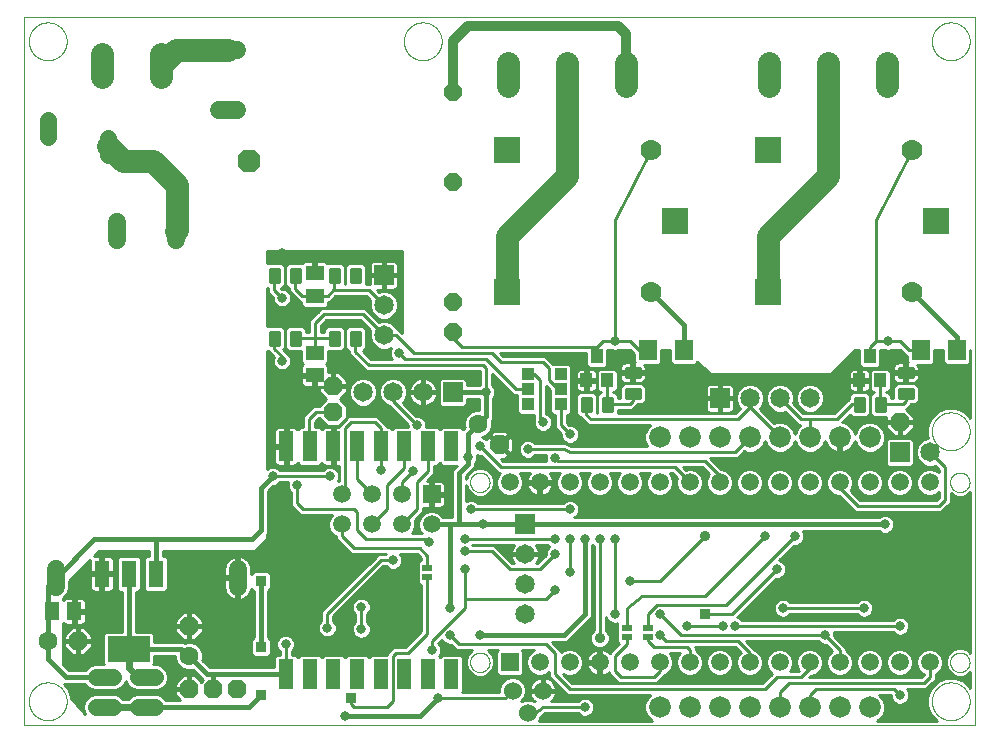
<source format=gbl>
G75*
%MOIN*%
%OFA0B0*%
%FSLAX25Y25*%
%IPPOS*%
%LPD*%
%AMOC8*
5,1,8,0,0,1.08239X$1,22.5*
%
%ADD10C,0.00000*%
%ADD11R,0.05937X0.05937*%
%ADD12C,0.05937*%
%ADD13C,0.01260*%
%ADD14C,0.06300*%
%ADD15R,0.05000X0.10000*%
%ADD16R,0.03500X0.02400*%
%ADD17OC8,0.06300*%
%ADD18R,0.08600X0.08600*%
%ADD19C,0.07000*%
%ADD20C,0.01000*%
%ADD21R,0.04000X0.04500*%
%ADD22C,0.07800*%
%ADD23R,0.06000X0.06600*%
%ADD24C,0.07200*%
%ADD25C,0.05937*%
%ADD26C,0.05600*%
%ADD27C,0.06000*%
%ADD28R,0.05118X0.05906*%
%ADD29R,0.05000X0.09000*%
%ADD30R,0.14000X0.08500*%
%ADD31OC8,0.07600*%
%ADD32C,0.06000*%
%ADD33R,0.05906X0.05118*%
%ADD34R,0.04000X0.04000*%
%ADD35R,0.06500X0.06500*%
%ADD36C,0.06500*%
%ADD37OC8,0.05937*%
%ADD38C,0.03169*%
%ADD39R,0.03562X0.03562*%
%ADD40C,0.01600*%
%ADD41C,0.02400*%
%ADD42C,0.03200*%
%ADD43C,0.07600*%
%ADD44C,0.03562*%
D10*
X0002000Y0031850D02*
X0319000Y0031850D01*
X0319000Y0267850D01*
X0002000Y0267850D01*
X0002000Y0031850D01*
X0003701Y0039850D02*
X0003703Y0040008D01*
X0003709Y0040166D01*
X0003719Y0040324D01*
X0003733Y0040482D01*
X0003751Y0040639D01*
X0003772Y0040796D01*
X0003798Y0040952D01*
X0003828Y0041108D01*
X0003861Y0041263D01*
X0003899Y0041416D01*
X0003940Y0041569D01*
X0003985Y0041721D01*
X0004034Y0041872D01*
X0004087Y0042021D01*
X0004143Y0042169D01*
X0004203Y0042315D01*
X0004267Y0042460D01*
X0004335Y0042603D01*
X0004406Y0042745D01*
X0004480Y0042885D01*
X0004558Y0043022D01*
X0004640Y0043158D01*
X0004724Y0043292D01*
X0004813Y0043423D01*
X0004904Y0043552D01*
X0004999Y0043679D01*
X0005096Y0043804D01*
X0005197Y0043926D01*
X0005301Y0044045D01*
X0005408Y0044162D01*
X0005518Y0044276D01*
X0005631Y0044387D01*
X0005746Y0044496D01*
X0005864Y0044601D01*
X0005985Y0044703D01*
X0006108Y0044803D01*
X0006234Y0044899D01*
X0006362Y0044992D01*
X0006492Y0045082D01*
X0006625Y0045168D01*
X0006760Y0045252D01*
X0006896Y0045331D01*
X0007035Y0045408D01*
X0007176Y0045480D01*
X0007318Y0045550D01*
X0007462Y0045615D01*
X0007608Y0045677D01*
X0007755Y0045735D01*
X0007904Y0045790D01*
X0008054Y0045841D01*
X0008205Y0045888D01*
X0008357Y0045931D01*
X0008510Y0045970D01*
X0008665Y0046006D01*
X0008820Y0046037D01*
X0008976Y0046065D01*
X0009132Y0046089D01*
X0009289Y0046109D01*
X0009447Y0046125D01*
X0009604Y0046137D01*
X0009763Y0046145D01*
X0009921Y0046149D01*
X0010079Y0046149D01*
X0010237Y0046145D01*
X0010396Y0046137D01*
X0010553Y0046125D01*
X0010711Y0046109D01*
X0010868Y0046089D01*
X0011024Y0046065D01*
X0011180Y0046037D01*
X0011335Y0046006D01*
X0011490Y0045970D01*
X0011643Y0045931D01*
X0011795Y0045888D01*
X0011946Y0045841D01*
X0012096Y0045790D01*
X0012245Y0045735D01*
X0012392Y0045677D01*
X0012538Y0045615D01*
X0012682Y0045550D01*
X0012824Y0045480D01*
X0012965Y0045408D01*
X0013104Y0045331D01*
X0013240Y0045252D01*
X0013375Y0045168D01*
X0013508Y0045082D01*
X0013638Y0044992D01*
X0013766Y0044899D01*
X0013892Y0044803D01*
X0014015Y0044703D01*
X0014136Y0044601D01*
X0014254Y0044496D01*
X0014369Y0044387D01*
X0014482Y0044276D01*
X0014592Y0044162D01*
X0014699Y0044045D01*
X0014803Y0043926D01*
X0014904Y0043804D01*
X0015001Y0043679D01*
X0015096Y0043552D01*
X0015187Y0043423D01*
X0015276Y0043292D01*
X0015360Y0043158D01*
X0015442Y0043022D01*
X0015520Y0042885D01*
X0015594Y0042745D01*
X0015665Y0042603D01*
X0015733Y0042460D01*
X0015797Y0042315D01*
X0015857Y0042169D01*
X0015913Y0042021D01*
X0015966Y0041872D01*
X0016015Y0041721D01*
X0016060Y0041569D01*
X0016101Y0041416D01*
X0016139Y0041263D01*
X0016172Y0041108D01*
X0016202Y0040952D01*
X0016228Y0040796D01*
X0016249Y0040639D01*
X0016267Y0040482D01*
X0016281Y0040324D01*
X0016291Y0040166D01*
X0016297Y0040008D01*
X0016299Y0039850D01*
X0016297Y0039692D01*
X0016291Y0039534D01*
X0016281Y0039376D01*
X0016267Y0039218D01*
X0016249Y0039061D01*
X0016228Y0038904D01*
X0016202Y0038748D01*
X0016172Y0038592D01*
X0016139Y0038437D01*
X0016101Y0038284D01*
X0016060Y0038131D01*
X0016015Y0037979D01*
X0015966Y0037828D01*
X0015913Y0037679D01*
X0015857Y0037531D01*
X0015797Y0037385D01*
X0015733Y0037240D01*
X0015665Y0037097D01*
X0015594Y0036955D01*
X0015520Y0036815D01*
X0015442Y0036678D01*
X0015360Y0036542D01*
X0015276Y0036408D01*
X0015187Y0036277D01*
X0015096Y0036148D01*
X0015001Y0036021D01*
X0014904Y0035896D01*
X0014803Y0035774D01*
X0014699Y0035655D01*
X0014592Y0035538D01*
X0014482Y0035424D01*
X0014369Y0035313D01*
X0014254Y0035204D01*
X0014136Y0035099D01*
X0014015Y0034997D01*
X0013892Y0034897D01*
X0013766Y0034801D01*
X0013638Y0034708D01*
X0013508Y0034618D01*
X0013375Y0034532D01*
X0013240Y0034448D01*
X0013104Y0034369D01*
X0012965Y0034292D01*
X0012824Y0034220D01*
X0012682Y0034150D01*
X0012538Y0034085D01*
X0012392Y0034023D01*
X0012245Y0033965D01*
X0012096Y0033910D01*
X0011946Y0033859D01*
X0011795Y0033812D01*
X0011643Y0033769D01*
X0011490Y0033730D01*
X0011335Y0033694D01*
X0011180Y0033663D01*
X0011024Y0033635D01*
X0010868Y0033611D01*
X0010711Y0033591D01*
X0010553Y0033575D01*
X0010396Y0033563D01*
X0010237Y0033555D01*
X0010079Y0033551D01*
X0009921Y0033551D01*
X0009763Y0033555D01*
X0009604Y0033563D01*
X0009447Y0033575D01*
X0009289Y0033591D01*
X0009132Y0033611D01*
X0008976Y0033635D01*
X0008820Y0033663D01*
X0008665Y0033694D01*
X0008510Y0033730D01*
X0008357Y0033769D01*
X0008205Y0033812D01*
X0008054Y0033859D01*
X0007904Y0033910D01*
X0007755Y0033965D01*
X0007608Y0034023D01*
X0007462Y0034085D01*
X0007318Y0034150D01*
X0007176Y0034220D01*
X0007035Y0034292D01*
X0006896Y0034369D01*
X0006760Y0034448D01*
X0006625Y0034532D01*
X0006492Y0034618D01*
X0006362Y0034708D01*
X0006234Y0034801D01*
X0006108Y0034897D01*
X0005985Y0034997D01*
X0005864Y0035099D01*
X0005746Y0035204D01*
X0005631Y0035313D01*
X0005518Y0035424D01*
X0005408Y0035538D01*
X0005301Y0035655D01*
X0005197Y0035774D01*
X0005096Y0035896D01*
X0004999Y0036021D01*
X0004904Y0036148D01*
X0004813Y0036277D01*
X0004724Y0036408D01*
X0004640Y0036542D01*
X0004558Y0036678D01*
X0004480Y0036815D01*
X0004406Y0036955D01*
X0004335Y0037097D01*
X0004267Y0037240D01*
X0004203Y0037385D01*
X0004143Y0037531D01*
X0004087Y0037679D01*
X0004034Y0037828D01*
X0003985Y0037979D01*
X0003940Y0038131D01*
X0003899Y0038284D01*
X0003861Y0038437D01*
X0003828Y0038592D01*
X0003798Y0038748D01*
X0003772Y0038904D01*
X0003751Y0039061D01*
X0003733Y0039218D01*
X0003719Y0039376D01*
X0003709Y0039534D01*
X0003703Y0039692D01*
X0003701Y0039850D01*
X0150750Y0052850D02*
X0150752Y0052963D01*
X0150758Y0053077D01*
X0150768Y0053190D01*
X0150782Y0053302D01*
X0150799Y0053414D01*
X0150821Y0053526D01*
X0150847Y0053636D01*
X0150876Y0053746D01*
X0150909Y0053854D01*
X0150946Y0053962D01*
X0150987Y0054067D01*
X0151031Y0054172D01*
X0151079Y0054275D01*
X0151130Y0054376D01*
X0151185Y0054475D01*
X0151244Y0054572D01*
X0151306Y0054667D01*
X0151371Y0054760D01*
X0151439Y0054851D01*
X0151510Y0054939D01*
X0151585Y0055025D01*
X0151662Y0055108D01*
X0151742Y0055188D01*
X0151825Y0055265D01*
X0151911Y0055340D01*
X0151999Y0055411D01*
X0152090Y0055479D01*
X0152183Y0055544D01*
X0152278Y0055606D01*
X0152375Y0055665D01*
X0152474Y0055720D01*
X0152575Y0055771D01*
X0152678Y0055819D01*
X0152783Y0055863D01*
X0152888Y0055904D01*
X0152996Y0055941D01*
X0153104Y0055974D01*
X0153214Y0056003D01*
X0153324Y0056029D01*
X0153436Y0056051D01*
X0153548Y0056068D01*
X0153660Y0056082D01*
X0153773Y0056092D01*
X0153887Y0056098D01*
X0154000Y0056100D01*
X0154113Y0056098D01*
X0154227Y0056092D01*
X0154340Y0056082D01*
X0154452Y0056068D01*
X0154564Y0056051D01*
X0154676Y0056029D01*
X0154786Y0056003D01*
X0154896Y0055974D01*
X0155004Y0055941D01*
X0155112Y0055904D01*
X0155217Y0055863D01*
X0155322Y0055819D01*
X0155425Y0055771D01*
X0155526Y0055720D01*
X0155625Y0055665D01*
X0155722Y0055606D01*
X0155817Y0055544D01*
X0155910Y0055479D01*
X0156001Y0055411D01*
X0156089Y0055340D01*
X0156175Y0055265D01*
X0156258Y0055188D01*
X0156338Y0055108D01*
X0156415Y0055025D01*
X0156490Y0054939D01*
X0156561Y0054851D01*
X0156629Y0054760D01*
X0156694Y0054667D01*
X0156756Y0054572D01*
X0156815Y0054475D01*
X0156870Y0054376D01*
X0156921Y0054275D01*
X0156969Y0054172D01*
X0157013Y0054067D01*
X0157054Y0053962D01*
X0157091Y0053854D01*
X0157124Y0053746D01*
X0157153Y0053636D01*
X0157179Y0053526D01*
X0157201Y0053414D01*
X0157218Y0053302D01*
X0157232Y0053190D01*
X0157242Y0053077D01*
X0157248Y0052963D01*
X0157250Y0052850D01*
X0157248Y0052737D01*
X0157242Y0052623D01*
X0157232Y0052510D01*
X0157218Y0052398D01*
X0157201Y0052286D01*
X0157179Y0052174D01*
X0157153Y0052064D01*
X0157124Y0051954D01*
X0157091Y0051846D01*
X0157054Y0051738D01*
X0157013Y0051633D01*
X0156969Y0051528D01*
X0156921Y0051425D01*
X0156870Y0051324D01*
X0156815Y0051225D01*
X0156756Y0051128D01*
X0156694Y0051033D01*
X0156629Y0050940D01*
X0156561Y0050849D01*
X0156490Y0050761D01*
X0156415Y0050675D01*
X0156338Y0050592D01*
X0156258Y0050512D01*
X0156175Y0050435D01*
X0156089Y0050360D01*
X0156001Y0050289D01*
X0155910Y0050221D01*
X0155817Y0050156D01*
X0155722Y0050094D01*
X0155625Y0050035D01*
X0155526Y0049980D01*
X0155425Y0049929D01*
X0155322Y0049881D01*
X0155217Y0049837D01*
X0155112Y0049796D01*
X0155004Y0049759D01*
X0154896Y0049726D01*
X0154786Y0049697D01*
X0154676Y0049671D01*
X0154564Y0049649D01*
X0154452Y0049632D01*
X0154340Y0049618D01*
X0154227Y0049608D01*
X0154113Y0049602D01*
X0154000Y0049600D01*
X0153887Y0049602D01*
X0153773Y0049608D01*
X0153660Y0049618D01*
X0153548Y0049632D01*
X0153436Y0049649D01*
X0153324Y0049671D01*
X0153214Y0049697D01*
X0153104Y0049726D01*
X0152996Y0049759D01*
X0152888Y0049796D01*
X0152783Y0049837D01*
X0152678Y0049881D01*
X0152575Y0049929D01*
X0152474Y0049980D01*
X0152375Y0050035D01*
X0152278Y0050094D01*
X0152183Y0050156D01*
X0152090Y0050221D01*
X0151999Y0050289D01*
X0151911Y0050360D01*
X0151825Y0050435D01*
X0151742Y0050512D01*
X0151662Y0050592D01*
X0151585Y0050675D01*
X0151510Y0050761D01*
X0151439Y0050849D01*
X0151371Y0050940D01*
X0151306Y0051033D01*
X0151244Y0051128D01*
X0151185Y0051225D01*
X0151130Y0051324D01*
X0151079Y0051425D01*
X0151031Y0051528D01*
X0150987Y0051633D01*
X0150946Y0051738D01*
X0150909Y0051846D01*
X0150876Y0051954D01*
X0150847Y0052064D01*
X0150821Y0052174D01*
X0150799Y0052286D01*
X0150782Y0052398D01*
X0150768Y0052510D01*
X0150758Y0052623D01*
X0150752Y0052737D01*
X0150750Y0052850D01*
X0150750Y0112850D02*
X0150752Y0112963D01*
X0150758Y0113077D01*
X0150768Y0113190D01*
X0150782Y0113302D01*
X0150799Y0113414D01*
X0150821Y0113526D01*
X0150847Y0113636D01*
X0150876Y0113746D01*
X0150909Y0113854D01*
X0150946Y0113962D01*
X0150987Y0114067D01*
X0151031Y0114172D01*
X0151079Y0114275D01*
X0151130Y0114376D01*
X0151185Y0114475D01*
X0151244Y0114572D01*
X0151306Y0114667D01*
X0151371Y0114760D01*
X0151439Y0114851D01*
X0151510Y0114939D01*
X0151585Y0115025D01*
X0151662Y0115108D01*
X0151742Y0115188D01*
X0151825Y0115265D01*
X0151911Y0115340D01*
X0151999Y0115411D01*
X0152090Y0115479D01*
X0152183Y0115544D01*
X0152278Y0115606D01*
X0152375Y0115665D01*
X0152474Y0115720D01*
X0152575Y0115771D01*
X0152678Y0115819D01*
X0152783Y0115863D01*
X0152888Y0115904D01*
X0152996Y0115941D01*
X0153104Y0115974D01*
X0153214Y0116003D01*
X0153324Y0116029D01*
X0153436Y0116051D01*
X0153548Y0116068D01*
X0153660Y0116082D01*
X0153773Y0116092D01*
X0153887Y0116098D01*
X0154000Y0116100D01*
X0154113Y0116098D01*
X0154227Y0116092D01*
X0154340Y0116082D01*
X0154452Y0116068D01*
X0154564Y0116051D01*
X0154676Y0116029D01*
X0154786Y0116003D01*
X0154896Y0115974D01*
X0155004Y0115941D01*
X0155112Y0115904D01*
X0155217Y0115863D01*
X0155322Y0115819D01*
X0155425Y0115771D01*
X0155526Y0115720D01*
X0155625Y0115665D01*
X0155722Y0115606D01*
X0155817Y0115544D01*
X0155910Y0115479D01*
X0156001Y0115411D01*
X0156089Y0115340D01*
X0156175Y0115265D01*
X0156258Y0115188D01*
X0156338Y0115108D01*
X0156415Y0115025D01*
X0156490Y0114939D01*
X0156561Y0114851D01*
X0156629Y0114760D01*
X0156694Y0114667D01*
X0156756Y0114572D01*
X0156815Y0114475D01*
X0156870Y0114376D01*
X0156921Y0114275D01*
X0156969Y0114172D01*
X0157013Y0114067D01*
X0157054Y0113962D01*
X0157091Y0113854D01*
X0157124Y0113746D01*
X0157153Y0113636D01*
X0157179Y0113526D01*
X0157201Y0113414D01*
X0157218Y0113302D01*
X0157232Y0113190D01*
X0157242Y0113077D01*
X0157248Y0112963D01*
X0157250Y0112850D01*
X0157248Y0112737D01*
X0157242Y0112623D01*
X0157232Y0112510D01*
X0157218Y0112398D01*
X0157201Y0112286D01*
X0157179Y0112174D01*
X0157153Y0112064D01*
X0157124Y0111954D01*
X0157091Y0111846D01*
X0157054Y0111738D01*
X0157013Y0111633D01*
X0156969Y0111528D01*
X0156921Y0111425D01*
X0156870Y0111324D01*
X0156815Y0111225D01*
X0156756Y0111128D01*
X0156694Y0111033D01*
X0156629Y0110940D01*
X0156561Y0110849D01*
X0156490Y0110761D01*
X0156415Y0110675D01*
X0156338Y0110592D01*
X0156258Y0110512D01*
X0156175Y0110435D01*
X0156089Y0110360D01*
X0156001Y0110289D01*
X0155910Y0110221D01*
X0155817Y0110156D01*
X0155722Y0110094D01*
X0155625Y0110035D01*
X0155526Y0109980D01*
X0155425Y0109929D01*
X0155322Y0109881D01*
X0155217Y0109837D01*
X0155112Y0109796D01*
X0155004Y0109759D01*
X0154896Y0109726D01*
X0154786Y0109697D01*
X0154676Y0109671D01*
X0154564Y0109649D01*
X0154452Y0109632D01*
X0154340Y0109618D01*
X0154227Y0109608D01*
X0154113Y0109602D01*
X0154000Y0109600D01*
X0153887Y0109602D01*
X0153773Y0109608D01*
X0153660Y0109618D01*
X0153548Y0109632D01*
X0153436Y0109649D01*
X0153324Y0109671D01*
X0153214Y0109697D01*
X0153104Y0109726D01*
X0152996Y0109759D01*
X0152888Y0109796D01*
X0152783Y0109837D01*
X0152678Y0109881D01*
X0152575Y0109929D01*
X0152474Y0109980D01*
X0152375Y0110035D01*
X0152278Y0110094D01*
X0152183Y0110156D01*
X0152090Y0110221D01*
X0151999Y0110289D01*
X0151911Y0110360D01*
X0151825Y0110435D01*
X0151742Y0110512D01*
X0151662Y0110592D01*
X0151585Y0110675D01*
X0151510Y0110761D01*
X0151439Y0110849D01*
X0151371Y0110940D01*
X0151306Y0111033D01*
X0151244Y0111128D01*
X0151185Y0111225D01*
X0151130Y0111324D01*
X0151079Y0111425D01*
X0151031Y0111528D01*
X0150987Y0111633D01*
X0150946Y0111738D01*
X0150909Y0111846D01*
X0150876Y0111954D01*
X0150847Y0112064D01*
X0150821Y0112174D01*
X0150799Y0112286D01*
X0150782Y0112398D01*
X0150768Y0112510D01*
X0150758Y0112623D01*
X0150752Y0112737D01*
X0150750Y0112850D01*
X0304701Y0129850D02*
X0304703Y0130008D01*
X0304709Y0130166D01*
X0304719Y0130324D01*
X0304733Y0130482D01*
X0304751Y0130639D01*
X0304772Y0130796D01*
X0304798Y0130952D01*
X0304828Y0131108D01*
X0304861Y0131263D01*
X0304899Y0131416D01*
X0304940Y0131569D01*
X0304985Y0131721D01*
X0305034Y0131872D01*
X0305087Y0132021D01*
X0305143Y0132169D01*
X0305203Y0132315D01*
X0305267Y0132460D01*
X0305335Y0132603D01*
X0305406Y0132745D01*
X0305480Y0132885D01*
X0305558Y0133022D01*
X0305640Y0133158D01*
X0305724Y0133292D01*
X0305813Y0133423D01*
X0305904Y0133552D01*
X0305999Y0133679D01*
X0306096Y0133804D01*
X0306197Y0133926D01*
X0306301Y0134045D01*
X0306408Y0134162D01*
X0306518Y0134276D01*
X0306631Y0134387D01*
X0306746Y0134496D01*
X0306864Y0134601D01*
X0306985Y0134703D01*
X0307108Y0134803D01*
X0307234Y0134899D01*
X0307362Y0134992D01*
X0307492Y0135082D01*
X0307625Y0135168D01*
X0307760Y0135252D01*
X0307896Y0135331D01*
X0308035Y0135408D01*
X0308176Y0135480D01*
X0308318Y0135550D01*
X0308462Y0135615D01*
X0308608Y0135677D01*
X0308755Y0135735D01*
X0308904Y0135790D01*
X0309054Y0135841D01*
X0309205Y0135888D01*
X0309357Y0135931D01*
X0309510Y0135970D01*
X0309665Y0136006D01*
X0309820Y0136037D01*
X0309976Y0136065D01*
X0310132Y0136089D01*
X0310289Y0136109D01*
X0310447Y0136125D01*
X0310604Y0136137D01*
X0310763Y0136145D01*
X0310921Y0136149D01*
X0311079Y0136149D01*
X0311237Y0136145D01*
X0311396Y0136137D01*
X0311553Y0136125D01*
X0311711Y0136109D01*
X0311868Y0136089D01*
X0312024Y0136065D01*
X0312180Y0136037D01*
X0312335Y0136006D01*
X0312490Y0135970D01*
X0312643Y0135931D01*
X0312795Y0135888D01*
X0312946Y0135841D01*
X0313096Y0135790D01*
X0313245Y0135735D01*
X0313392Y0135677D01*
X0313538Y0135615D01*
X0313682Y0135550D01*
X0313824Y0135480D01*
X0313965Y0135408D01*
X0314104Y0135331D01*
X0314240Y0135252D01*
X0314375Y0135168D01*
X0314508Y0135082D01*
X0314638Y0134992D01*
X0314766Y0134899D01*
X0314892Y0134803D01*
X0315015Y0134703D01*
X0315136Y0134601D01*
X0315254Y0134496D01*
X0315369Y0134387D01*
X0315482Y0134276D01*
X0315592Y0134162D01*
X0315699Y0134045D01*
X0315803Y0133926D01*
X0315904Y0133804D01*
X0316001Y0133679D01*
X0316096Y0133552D01*
X0316187Y0133423D01*
X0316276Y0133292D01*
X0316360Y0133158D01*
X0316442Y0133022D01*
X0316520Y0132885D01*
X0316594Y0132745D01*
X0316665Y0132603D01*
X0316733Y0132460D01*
X0316797Y0132315D01*
X0316857Y0132169D01*
X0316913Y0132021D01*
X0316966Y0131872D01*
X0317015Y0131721D01*
X0317060Y0131569D01*
X0317101Y0131416D01*
X0317139Y0131263D01*
X0317172Y0131108D01*
X0317202Y0130952D01*
X0317228Y0130796D01*
X0317249Y0130639D01*
X0317267Y0130482D01*
X0317281Y0130324D01*
X0317291Y0130166D01*
X0317297Y0130008D01*
X0317299Y0129850D01*
X0317297Y0129692D01*
X0317291Y0129534D01*
X0317281Y0129376D01*
X0317267Y0129218D01*
X0317249Y0129061D01*
X0317228Y0128904D01*
X0317202Y0128748D01*
X0317172Y0128592D01*
X0317139Y0128437D01*
X0317101Y0128284D01*
X0317060Y0128131D01*
X0317015Y0127979D01*
X0316966Y0127828D01*
X0316913Y0127679D01*
X0316857Y0127531D01*
X0316797Y0127385D01*
X0316733Y0127240D01*
X0316665Y0127097D01*
X0316594Y0126955D01*
X0316520Y0126815D01*
X0316442Y0126678D01*
X0316360Y0126542D01*
X0316276Y0126408D01*
X0316187Y0126277D01*
X0316096Y0126148D01*
X0316001Y0126021D01*
X0315904Y0125896D01*
X0315803Y0125774D01*
X0315699Y0125655D01*
X0315592Y0125538D01*
X0315482Y0125424D01*
X0315369Y0125313D01*
X0315254Y0125204D01*
X0315136Y0125099D01*
X0315015Y0124997D01*
X0314892Y0124897D01*
X0314766Y0124801D01*
X0314638Y0124708D01*
X0314508Y0124618D01*
X0314375Y0124532D01*
X0314240Y0124448D01*
X0314104Y0124369D01*
X0313965Y0124292D01*
X0313824Y0124220D01*
X0313682Y0124150D01*
X0313538Y0124085D01*
X0313392Y0124023D01*
X0313245Y0123965D01*
X0313096Y0123910D01*
X0312946Y0123859D01*
X0312795Y0123812D01*
X0312643Y0123769D01*
X0312490Y0123730D01*
X0312335Y0123694D01*
X0312180Y0123663D01*
X0312024Y0123635D01*
X0311868Y0123611D01*
X0311711Y0123591D01*
X0311553Y0123575D01*
X0311396Y0123563D01*
X0311237Y0123555D01*
X0311079Y0123551D01*
X0310921Y0123551D01*
X0310763Y0123555D01*
X0310604Y0123563D01*
X0310447Y0123575D01*
X0310289Y0123591D01*
X0310132Y0123611D01*
X0309976Y0123635D01*
X0309820Y0123663D01*
X0309665Y0123694D01*
X0309510Y0123730D01*
X0309357Y0123769D01*
X0309205Y0123812D01*
X0309054Y0123859D01*
X0308904Y0123910D01*
X0308755Y0123965D01*
X0308608Y0124023D01*
X0308462Y0124085D01*
X0308318Y0124150D01*
X0308176Y0124220D01*
X0308035Y0124292D01*
X0307896Y0124369D01*
X0307760Y0124448D01*
X0307625Y0124532D01*
X0307492Y0124618D01*
X0307362Y0124708D01*
X0307234Y0124801D01*
X0307108Y0124897D01*
X0306985Y0124997D01*
X0306864Y0125099D01*
X0306746Y0125204D01*
X0306631Y0125313D01*
X0306518Y0125424D01*
X0306408Y0125538D01*
X0306301Y0125655D01*
X0306197Y0125774D01*
X0306096Y0125896D01*
X0305999Y0126021D01*
X0305904Y0126148D01*
X0305813Y0126277D01*
X0305724Y0126408D01*
X0305640Y0126542D01*
X0305558Y0126678D01*
X0305480Y0126815D01*
X0305406Y0126955D01*
X0305335Y0127097D01*
X0305267Y0127240D01*
X0305203Y0127385D01*
X0305143Y0127531D01*
X0305087Y0127679D01*
X0305034Y0127828D01*
X0304985Y0127979D01*
X0304940Y0128131D01*
X0304899Y0128284D01*
X0304861Y0128437D01*
X0304828Y0128592D01*
X0304798Y0128748D01*
X0304772Y0128904D01*
X0304751Y0129061D01*
X0304733Y0129218D01*
X0304719Y0129376D01*
X0304709Y0129534D01*
X0304703Y0129692D01*
X0304701Y0129850D01*
X0310750Y0112850D02*
X0310752Y0112963D01*
X0310758Y0113077D01*
X0310768Y0113190D01*
X0310782Y0113302D01*
X0310799Y0113414D01*
X0310821Y0113526D01*
X0310847Y0113636D01*
X0310876Y0113746D01*
X0310909Y0113854D01*
X0310946Y0113962D01*
X0310987Y0114067D01*
X0311031Y0114172D01*
X0311079Y0114275D01*
X0311130Y0114376D01*
X0311185Y0114475D01*
X0311244Y0114572D01*
X0311306Y0114667D01*
X0311371Y0114760D01*
X0311439Y0114851D01*
X0311510Y0114939D01*
X0311585Y0115025D01*
X0311662Y0115108D01*
X0311742Y0115188D01*
X0311825Y0115265D01*
X0311911Y0115340D01*
X0311999Y0115411D01*
X0312090Y0115479D01*
X0312183Y0115544D01*
X0312278Y0115606D01*
X0312375Y0115665D01*
X0312474Y0115720D01*
X0312575Y0115771D01*
X0312678Y0115819D01*
X0312783Y0115863D01*
X0312888Y0115904D01*
X0312996Y0115941D01*
X0313104Y0115974D01*
X0313214Y0116003D01*
X0313324Y0116029D01*
X0313436Y0116051D01*
X0313548Y0116068D01*
X0313660Y0116082D01*
X0313773Y0116092D01*
X0313887Y0116098D01*
X0314000Y0116100D01*
X0314113Y0116098D01*
X0314227Y0116092D01*
X0314340Y0116082D01*
X0314452Y0116068D01*
X0314564Y0116051D01*
X0314676Y0116029D01*
X0314786Y0116003D01*
X0314896Y0115974D01*
X0315004Y0115941D01*
X0315112Y0115904D01*
X0315217Y0115863D01*
X0315322Y0115819D01*
X0315425Y0115771D01*
X0315526Y0115720D01*
X0315625Y0115665D01*
X0315722Y0115606D01*
X0315817Y0115544D01*
X0315910Y0115479D01*
X0316001Y0115411D01*
X0316089Y0115340D01*
X0316175Y0115265D01*
X0316258Y0115188D01*
X0316338Y0115108D01*
X0316415Y0115025D01*
X0316490Y0114939D01*
X0316561Y0114851D01*
X0316629Y0114760D01*
X0316694Y0114667D01*
X0316756Y0114572D01*
X0316815Y0114475D01*
X0316870Y0114376D01*
X0316921Y0114275D01*
X0316969Y0114172D01*
X0317013Y0114067D01*
X0317054Y0113962D01*
X0317091Y0113854D01*
X0317124Y0113746D01*
X0317153Y0113636D01*
X0317179Y0113526D01*
X0317201Y0113414D01*
X0317218Y0113302D01*
X0317232Y0113190D01*
X0317242Y0113077D01*
X0317248Y0112963D01*
X0317250Y0112850D01*
X0317248Y0112737D01*
X0317242Y0112623D01*
X0317232Y0112510D01*
X0317218Y0112398D01*
X0317201Y0112286D01*
X0317179Y0112174D01*
X0317153Y0112064D01*
X0317124Y0111954D01*
X0317091Y0111846D01*
X0317054Y0111738D01*
X0317013Y0111633D01*
X0316969Y0111528D01*
X0316921Y0111425D01*
X0316870Y0111324D01*
X0316815Y0111225D01*
X0316756Y0111128D01*
X0316694Y0111033D01*
X0316629Y0110940D01*
X0316561Y0110849D01*
X0316490Y0110761D01*
X0316415Y0110675D01*
X0316338Y0110592D01*
X0316258Y0110512D01*
X0316175Y0110435D01*
X0316089Y0110360D01*
X0316001Y0110289D01*
X0315910Y0110221D01*
X0315817Y0110156D01*
X0315722Y0110094D01*
X0315625Y0110035D01*
X0315526Y0109980D01*
X0315425Y0109929D01*
X0315322Y0109881D01*
X0315217Y0109837D01*
X0315112Y0109796D01*
X0315004Y0109759D01*
X0314896Y0109726D01*
X0314786Y0109697D01*
X0314676Y0109671D01*
X0314564Y0109649D01*
X0314452Y0109632D01*
X0314340Y0109618D01*
X0314227Y0109608D01*
X0314113Y0109602D01*
X0314000Y0109600D01*
X0313887Y0109602D01*
X0313773Y0109608D01*
X0313660Y0109618D01*
X0313548Y0109632D01*
X0313436Y0109649D01*
X0313324Y0109671D01*
X0313214Y0109697D01*
X0313104Y0109726D01*
X0312996Y0109759D01*
X0312888Y0109796D01*
X0312783Y0109837D01*
X0312678Y0109881D01*
X0312575Y0109929D01*
X0312474Y0109980D01*
X0312375Y0110035D01*
X0312278Y0110094D01*
X0312183Y0110156D01*
X0312090Y0110221D01*
X0311999Y0110289D01*
X0311911Y0110360D01*
X0311825Y0110435D01*
X0311742Y0110512D01*
X0311662Y0110592D01*
X0311585Y0110675D01*
X0311510Y0110761D01*
X0311439Y0110849D01*
X0311371Y0110940D01*
X0311306Y0111033D01*
X0311244Y0111128D01*
X0311185Y0111225D01*
X0311130Y0111324D01*
X0311079Y0111425D01*
X0311031Y0111528D01*
X0310987Y0111633D01*
X0310946Y0111738D01*
X0310909Y0111846D01*
X0310876Y0111954D01*
X0310847Y0112064D01*
X0310821Y0112174D01*
X0310799Y0112286D01*
X0310782Y0112398D01*
X0310768Y0112510D01*
X0310758Y0112623D01*
X0310752Y0112737D01*
X0310750Y0112850D01*
X0310750Y0052850D02*
X0310752Y0052963D01*
X0310758Y0053077D01*
X0310768Y0053190D01*
X0310782Y0053302D01*
X0310799Y0053414D01*
X0310821Y0053526D01*
X0310847Y0053636D01*
X0310876Y0053746D01*
X0310909Y0053854D01*
X0310946Y0053962D01*
X0310987Y0054067D01*
X0311031Y0054172D01*
X0311079Y0054275D01*
X0311130Y0054376D01*
X0311185Y0054475D01*
X0311244Y0054572D01*
X0311306Y0054667D01*
X0311371Y0054760D01*
X0311439Y0054851D01*
X0311510Y0054939D01*
X0311585Y0055025D01*
X0311662Y0055108D01*
X0311742Y0055188D01*
X0311825Y0055265D01*
X0311911Y0055340D01*
X0311999Y0055411D01*
X0312090Y0055479D01*
X0312183Y0055544D01*
X0312278Y0055606D01*
X0312375Y0055665D01*
X0312474Y0055720D01*
X0312575Y0055771D01*
X0312678Y0055819D01*
X0312783Y0055863D01*
X0312888Y0055904D01*
X0312996Y0055941D01*
X0313104Y0055974D01*
X0313214Y0056003D01*
X0313324Y0056029D01*
X0313436Y0056051D01*
X0313548Y0056068D01*
X0313660Y0056082D01*
X0313773Y0056092D01*
X0313887Y0056098D01*
X0314000Y0056100D01*
X0314113Y0056098D01*
X0314227Y0056092D01*
X0314340Y0056082D01*
X0314452Y0056068D01*
X0314564Y0056051D01*
X0314676Y0056029D01*
X0314786Y0056003D01*
X0314896Y0055974D01*
X0315004Y0055941D01*
X0315112Y0055904D01*
X0315217Y0055863D01*
X0315322Y0055819D01*
X0315425Y0055771D01*
X0315526Y0055720D01*
X0315625Y0055665D01*
X0315722Y0055606D01*
X0315817Y0055544D01*
X0315910Y0055479D01*
X0316001Y0055411D01*
X0316089Y0055340D01*
X0316175Y0055265D01*
X0316258Y0055188D01*
X0316338Y0055108D01*
X0316415Y0055025D01*
X0316490Y0054939D01*
X0316561Y0054851D01*
X0316629Y0054760D01*
X0316694Y0054667D01*
X0316756Y0054572D01*
X0316815Y0054475D01*
X0316870Y0054376D01*
X0316921Y0054275D01*
X0316969Y0054172D01*
X0317013Y0054067D01*
X0317054Y0053962D01*
X0317091Y0053854D01*
X0317124Y0053746D01*
X0317153Y0053636D01*
X0317179Y0053526D01*
X0317201Y0053414D01*
X0317218Y0053302D01*
X0317232Y0053190D01*
X0317242Y0053077D01*
X0317248Y0052963D01*
X0317250Y0052850D01*
X0317248Y0052737D01*
X0317242Y0052623D01*
X0317232Y0052510D01*
X0317218Y0052398D01*
X0317201Y0052286D01*
X0317179Y0052174D01*
X0317153Y0052064D01*
X0317124Y0051954D01*
X0317091Y0051846D01*
X0317054Y0051738D01*
X0317013Y0051633D01*
X0316969Y0051528D01*
X0316921Y0051425D01*
X0316870Y0051324D01*
X0316815Y0051225D01*
X0316756Y0051128D01*
X0316694Y0051033D01*
X0316629Y0050940D01*
X0316561Y0050849D01*
X0316490Y0050761D01*
X0316415Y0050675D01*
X0316338Y0050592D01*
X0316258Y0050512D01*
X0316175Y0050435D01*
X0316089Y0050360D01*
X0316001Y0050289D01*
X0315910Y0050221D01*
X0315817Y0050156D01*
X0315722Y0050094D01*
X0315625Y0050035D01*
X0315526Y0049980D01*
X0315425Y0049929D01*
X0315322Y0049881D01*
X0315217Y0049837D01*
X0315112Y0049796D01*
X0315004Y0049759D01*
X0314896Y0049726D01*
X0314786Y0049697D01*
X0314676Y0049671D01*
X0314564Y0049649D01*
X0314452Y0049632D01*
X0314340Y0049618D01*
X0314227Y0049608D01*
X0314113Y0049602D01*
X0314000Y0049600D01*
X0313887Y0049602D01*
X0313773Y0049608D01*
X0313660Y0049618D01*
X0313548Y0049632D01*
X0313436Y0049649D01*
X0313324Y0049671D01*
X0313214Y0049697D01*
X0313104Y0049726D01*
X0312996Y0049759D01*
X0312888Y0049796D01*
X0312783Y0049837D01*
X0312678Y0049881D01*
X0312575Y0049929D01*
X0312474Y0049980D01*
X0312375Y0050035D01*
X0312278Y0050094D01*
X0312183Y0050156D01*
X0312090Y0050221D01*
X0311999Y0050289D01*
X0311911Y0050360D01*
X0311825Y0050435D01*
X0311742Y0050512D01*
X0311662Y0050592D01*
X0311585Y0050675D01*
X0311510Y0050761D01*
X0311439Y0050849D01*
X0311371Y0050940D01*
X0311306Y0051033D01*
X0311244Y0051128D01*
X0311185Y0051225D01*
X0311130Y0051324D01*
X0311079Y0051425D01*
X0311031Y0051528D01*
X0310987Y0051633D01*
X0310946Y0051738D01*
X0310909Y0051846D01*
X0310876Y0051954D01*
X0310847Y0052064D01*
X0310821Y0052174D01*
X0310799Y0052286D01*
X0310782Y0052398D01*
X0310768Y0052510D01*
X0310758Y0052623D01*
X0310752Y0052737D01*
X0310750Y0052850D01*
X0304701Y0039850D02*
X0304703Y0040008D01*
X0304709Y0040166D01*
X0304719Y0040324D01*
X0304733Y0040482D01*
X0304751Y0040639D01*
X0304772Y0040796D01*
X0304798Y0040952D01*
X0304828Y0041108D01*
X0304861Y0041263D01*
X0304899Y0041416D01*
X0304940Y0041569D01*
X0304985Y0041721D01*
X0305034Y0041872D01*
X0305087Y0042021D01*
X0305143Y0042169D01*
X0305203Y0042315D01*
X0305267Y0042460D01*
X0305335Y0042603D01*
X0305406Y0042745D01*
X0305480Y0042885D01*
X0305558Y0043022D01*
X0305640Y0043158D01*
X0305724Y0043292D01*
X0305813Y0043423D01*
X0305904Y0043552D01*
X0305999Y0043679D01*
X0306096Y0043804D01*
X0306197Y0043926D01*
X0306301Y0044045D01*
X0306408Y0044162D01*
X0306518Y0044276D01*
X0306631Y0044387D01*
X0306746Y0044496D01*
X0306864Y0044601D01*
X0306985Y0044703D01*
X0307108Y0044803D01*
X0307234Y0044899D01*
X0307362Y0044992D01*
X0307492Y0045082D01*
X0307625Y0045168D01*
X0307760Y0045252D01*
X0307896Y0045331D01*
X0308035Y0045408D01*
X0308176Y0045480D01*
X0308318Y0045550D01*
X0308462Y0045615D01*
X0308608Y0045677D01*
X0308755Y0045735D01*
X0308904Y0045790D01*
X0309054Y0045841D01*
X0309205Y0045888D01*
X0309357Y0045931D01*
X0309510Y0045970D01*
X0309665Y0046006D01*
X0309820Y0046037D01*
X0309976Y0046065D01*
X0310132Y0046089D01*
X0310289Y0046109D01*
X0310447Y0046125D01*
X0310604Y0046137D01*
X0310763Y0046145D01*
X0310921Y0046149D01*
X0311079Y0046149D01*
X0311237Y0046145D01*
X0311396Y0046137D01*
X0311553Y0046125D01*
X0311711Y0046109D01*
X0311868Y0046089D01*
X0312024Y0046065D01*
X0312180Y0046037D01*
X0312335Y0046006D01*
X0312490Y0045970D01*
X0312643Y0045931D01*
X0312795Y0045888D01*
X0312946Y0045841D01*
X0313096Y0045790D01*
X0313245Y0045735D01*
X0313392Y0045677D01*
X0313538Y0045615D01*
X0313682Y0045550D01*
X0313824Y0045480D01*
X0313965Y0045408D01*
X0314104Y0045331D01*
X0314240Y0045252D01*
X0314375Y0045168D01*
X0314508Y0045082D01*
X0314638Y0044992D01*
X0314766Y0044899D01*
X0314892Y0044803D01*
X0315015Y0044703D01*
X0315136Y0044601D01*
X0315254Y0044496D01*
X0315369Y0044387D01*
X0315482Y0044276D01*
X0315592Y0044162D01*
X0315699Y0044045D01*
X0315803Y0043926D01*
X0315904Y0043804D01*
X0316001Y0043679D01*
X0316096Y0043552D01*
X0316187Y0043423D01*
X0316276Y0043292D01*
X0316360Y0043158D01*
X0316442Y0043022D01*
X0316520Y0042885D01*
X0316594Y0042745D01*
X0316665Y0042603D01*
X0316733Y0042460D01*
X0316797Y0042315D01*
X0316857Y0042169D01*
X0316913Y0042021D01*
X0316966Y0041872D01*
X0317015Y0041721D01*
X0317060Y0041569D01*
X0317101Y0041416D01*
X0317139Y0041263D01*
X0317172Y0041108D01*
X0317202Y0040952D01*
X0317228Y0040796D01*
X0317249Y0040639D01*
X0317267Y0040482D01*
X0317281Y0040324D01*
X0317291Y0040166D01*
X0317297Y0040008D01*
X0317299Y0039850D01*
X0317297Y0039692D01*
X0317291Y0039534D01*
X0317281Y0039376D01*
X0317267Y0039218D01*
X0317249Y0039061D01*
X0317228Y0038904D01*
X0317202Y0038748D01*
X0317172Y0038592D01*
X0317139Y0038437D01*
X0317101Y0038284D01*
X0317060Y0038131D01*
X0317015Y0037979D01*
X0316966Y0037828D01*
X0316913Y0037679D01*
X0316857Y0037531D01*
X0316797Y0037385D01*
X0316733Y0037240D01*
X0316665Y0037097D01*
X0316594Y0036955D01*
X0316520Y0036815D01*
X0316442Y0036678D01*
X0316360Y0036542D01*
X0316276Y0036408D01*
X0316187Y0036277D01*
X0316096Y0036148D01*
X0316001Y0036021D01*
X0315904Y0035896D01*
X0315803Y0035774D01*
X0315699Y0035655D01*
X0315592Y0035538D01*
X0315482Y0035424D01*
X0315369Y0035313D01*
X0315254Y0035204D01*
X0315136Y0035099D01*
X0315015Y0034997D01*
X0314892Y0034897D01*
X0314766Y0034801D01*
X0314638Y0034708D01*
X0314508Y0034618D01*
X0314375Y0034532D01*
X0314240Y0034448D01*
X0314104Y0034369D01*
X0313965Y0034292D01*
X0313824Y0034220D01*
X0313682Y0034150D01*
X0313538Y0034085D01*
X0313392Y0034023D01*
X0313245Y0033965D01*
X0313096Y0033910D01*
X0312946Y0033859D01*
X0312795Y0033812D01*
X0312643Y0033769D01*
X0312490Y0033730D01*
X0312335Y0033694D01*
X0312180Y0033663D01*
X0312024Y0033635D01*
X0311868Y0033611D01*
X0311711Y0033591D01*
X0311553Y0033575D01*
X0311396Y0033563D01*
X0311237Y0033555D01*
X0311079Y0033551D01*
X0310921Y0033551D01*
X0310763Y0033555D01*
X0310604Y0033563D01*
X0310447Y0033575D01*
X0310289Y0033591D01*
X0310132Y0033611D01*
X0309976Y0033635D01*
X0309820Y0033663D01*
X0309665Y0033694D01*
X0309510Y0033730D01*
X0309357Y0033769D01*
X0309205Y0033812D01*
X0309054Y0033859D01*
X0308904Y0033910D01*
X0308755Y0033965D01*
X0308608Y0034023D01*
X0308462Y0034085D01*
X0308318Y0034150D01*
X0308176Y0034220D01*
X0308035Y0034292D01*
X0307896Y0034369D01*
X0307760Y0034448D01*
X0307625Y0034532D01*
X0307492Y0034618D01*
X0307362Y0034708D01*
X0307234Y0034801D01*
X0307108Y0034897D01*
X0306985Y0034997D01*
X0306864Y0035099D01*
X0306746Y0035204D01*
X0306631Y0035313D01*
X0306518Y0035424D01*
X0306408Y0035538D01*
X0306301Y0035655D01*
X0306197Y0035774D01*
X0306096Y0035896D01*
X0305999Y0036021D01*
X0305904Y0036148D01*
X0305813Y0036277D01*
X0305724Y0036408D01*
X0305640Y0036542D01*
X0305558Y0036678D01*
X0305480Y0036815D01*
X0305406Y0036955D01*
X0305335Y0037097D01*
X0305267Y0037240D01*
X0305203Y0037385D01*
X0305143Y0037531D01*
X0305087Y0037679D01*
X0305034Y0037828D01*
X0304985Y0037979D01*
X0304940Y0038131D01*
X0304899Y0038284D01*
X0304861Y0038437D01*
X0304828Y0038592D01*
X0304798Y0038748D01*
X0304772Y0038904D01*
X0304751Y0039061D01*
X0304733Y0039218D01*
X0304719Y0039376D01*
X0304709Y0039534D01*
X0304703Y0039692D01*
X0304701Y0039850D01*
X0304701Y0259850D02*
X0304703Y0260008D01*
X0304709Y0260166D01*
X0304719Y0260324D01*
X0304733Y0260482D01*
X0304751Y0260639D01*
X0304772Y0260796D01*
X0304798Y0260952D01*
X0304828Y0261108D01*
X0304861Y0261263D01*
X0304899Y0261416D01*
X0304940Y0261569D01*
X0304985Y0261721D01*
X0305034Y0261872D01*
X0305087Y0262021D01*
X0305143Y0262169D01*
X0305203Y0262315D01*
X0305267Y0262460D01*
X0305335Y0262603D01*
X0305406Y0262745D01*
X0305480Y0262885D01*
X0305558Y0263022D01*
X0305640Y0263158D01*
X0305724Y0263292D01*
X0305813Y0263423D01*
X0305904Y0263552D01*
X0305999Y0263679D01*
X0306096Y0263804D01*
X0306197Y0263926D01*
X0306301Y0264045D01*
X0306408Y0264162D01*
X0306518Y0264276D01*
X0306631Y0264387D01*
X0306746Y0264496D01*
X0306864Y0264601D01*
X0306985Y0264703D01*
X0307108Y0264803D01*
X0307234Y0264899D01*
X0307362Y0264992D01*
X0307492Y0265082D01*
X0307625Y0265168D01*
X0307760Y0265252D01*
X0307896Y0265331D01*
X0308035Y0265408D01*
X0308176Y0265480D01*
X0308318Y0265550D01*
X0308462Y0265615D01*
X0308608Y0265677D01*
X0308755Y0265735D01*
X0308904Y0265790D01*
X0309054Y0265841D01*
X0309205Y0265888D01*
X0309357Y0265931D01*
X0309510Y0265970D01*
X0309665Y0266006D01*
X0309820Y0266037D01*
X0309976Y0266065D01*
X0310132Y0266089D01*
X0310289Y0266109D01*
X0310447Y0266125D01*
X0310604Y0266137D01*
X0310763Y0266145D01*
X0310921Y0266149D01*
X0311079Y0266149D01*
X0311237Y0266145D01*
X0311396Y0266137D01*
X0311553Y0266125D01*
X0311711Y0266109D01*
X0311868Y0266089D01*
X0312024Y0266065D01*
X0312180Y0266037D01*
X0312335Y0266006D01*
X0312490Y0265970D01*
X0312643Y0265931D01*
X0312795Y0265888D01*
X0312946Y0265841D01*
X0313096Y0265790D01*
X0313245Y0265735D01*
X0313392Y0265677D01*
X0313538Y0265615D01*
X0313682Y0265550D01*
X0313824Y0265480D01*
X0313965Y0265408D01*
X0314104Y0265331D01*
X0314240Y0265252D01*
X0314375Y0265168D01*
X0314508Y0265082D01*
X0314638Y0264992D01*
X0314766Y0264899D01*
X0314892Y0264803D01*
X0315015Y0264703D01*
X0315136Y0264601D01*
X0315254Y0264496D01*
X0315369Y0264387D01*
X0315482Y0264276D01*
X0315592Y0264162D01*
X0315699Y0264045D01*
X0315803Y0263926D01*
X0315904Y0263804D01*
X0316001Y0263679D01*
X0316096Y0263552D01*
X0316187Y0263423D01*
X0316276Y0263292D01*
X0316360Y0263158D01*
X0316442Y0263022D01*
X0316520Y0262885D01*
X0316594Y0262745D01*
X0316665Y0262603D01*
X0316733Y0262460D01*
X0316797Y0262315D01*
X0316857Y0262169D01*
X0316913Y0262021D01*
X0316966Y0261872D01*
X0317015Y0261721D01*
X0317060Y0261569D01*
X0317101Y0261416D01*
X0317139Y0261263D01*
X0317172Y0261108D01*
X0317202Y0260952D01*
X0317228Y0260796D01*
X0317249Y0260639D01*
X0317267Y0260482D01*
X0317281Y0260324D01*
X0317291Y0260166D01*
X0317297Y0260008D01*
X0317299Y0259850D01*
X0317297Y0259692D01*
X0317291Y0259534D01*
X0317281Y0259376D01*
X0317267Y0259218D01*
X0317249Y0259061D01*
X0317228Y0258904D01*
X0317202Y0258748D01*
X0317172Y0258592D01*
X0317139Y0258437D01*
X0317101Y0258284D01*
X0317060Y0258131D01*
X0317015Y0257979D01*
X0316966Y0257828D01*
X0316913Y0257679D01*
X0316857Y0257531D01*
X0316797Y0257385D01*
X0316733Y0257240D01*
X0316665Y0257097D01*
X0316594Y0256955D01*
X0316520Y0256815D01*
X0316442Y0256678D01*
X0316360Y0256542D01*
X0316276Y0256408D01*
X0316187Y0256277D01*
X0316096Y0256148D01*
X0316001Y0256021D01*
X0315904Y0255896D01*
X0315803Y0255774D01*
X0315699Y0255655D01*
X0315592Y0255538D01*
X0315482Y0255424D01*
X0315369Y0255313D01*
X0315254Y0255204D01*
X0315136Y0255099D01*
X0315015Y0254997D01*
X0314892Y0254897D01*
X0314766Y0254801D01*
X0314638Y0254708D01*
X0314508Y0254618D01*
X0314375Y0254532D01*
X0314240Y0254448D01*
X0314104Y0254369D01*
X0313965Y0254292D01*
X0313824Y0254220D01*
X0313682Y0254150D01*
X0313538Y0254085D01*
X0313392Y0254023D01*
X0313245Y0253965D01*
X0313096Y0253910D01*
X0312946Y0253859D01*
X0312795Y0253812D01*
X0312643Y0253769D01*
X0312490Y0253730D01*
X0312335Y0253694D01*
X0312180Y0253663D01*
X0312024Y0253635D01*
X0311868Y0253611D01*
X0311711Y0253591D01*
X0311553Y0253575D01*
X0311396Y0253563D01*
X0311237Y0253555D01*
X0311079Y0253551D01*
X0310921Y0253551D01*
X0310763Y0253555D01*
X0310604Y0253563D01*
X0310447Y0253575D01*
X0310289Y0253591D01*
X0310132Y0253611D01*
X0309976Y0253635D01*
X0309820Y0253663D01*
X0309665Y0253694D01*
X0309510Y0253730D01*
X0309357Y0253769D01*
X0309205Y0253812D01*
X0309054Y0253859D01*
X0308904Y0253910D01*
X0308755Y0253965D01*
X0308608Y0254023D01*
X0308462Y0254085D01*
X0308318Y0254150D01*
X0308176Y0254220D01*
X0308035Y0254292D01*
X0307896Y0254369D01*
X0307760Y0254448D01*
X0307625Y0254532D01*
X0307492Y0254618D01*
X0307362Y0254708D01*
X0307234Y0254801D01*
X0307108Y0254897D01*
X0306985Y0254997D01*
X0306864Y0255099D01*
X0306746Y0255204D01*
X0306631Y0255313D01*
X0306518Y0255424D01*
X0306408Y0255538D01*
X0306301Y0255655D01*
X0306197Y0255774D01*
X0306096Y0255896D01*
X0305999Y0256021D01*
X0305904Y0256148D01*
X0305813Y0256277D01*
X0305724Y0256408D01*
X0305640Y0256542D01*
X0305558Y0256678D01*
X0305480Y0256815D01*
X0305406Y0256955D01*
X0305335Y0257097D01*
X0305267Y0257240D01*
X0305203Y0257385D01*
X0305143Y0257531D01*
X0305087Y0257679D01*
X0305034Y0257828D01*
X0304985Y0257979D01*
X0304940Y0258131D01*
X0304899Y0258284D01*
X0304861Y0258437D01*
X0304828Y0258592D01*
X0304798Y0258748D01*
X0304772Y0258904D01*
X0304751Y0259061D01*
X0304733Y0259218D01*
X0304719Y0259376D01*
X0304709Y0259534D01*
X0304703Y0259692D01*
X0304701Y0259850D01*
X0128701Y0259850D02*
X0128703Y0260008D01*
X0128709Y0260166D01*
X0128719Y0260324D01*
X0128733Y0260482D01*
X0128751Y0260639D01*
X0128772Y0260796D01*
X0128798Y0260952D01*
X0128828Y0261108D01*
X0128861Y0261263D01*
X0128899Y0261416D01*
X0128940Y0261569D01*
X0128985Y0261721D01*
X0129034Y0261872D01*
X0129087Y0262021D01*
X0129143Y0262169D01*
X0129203Y0262315D01*
X0129267Y0262460D01*
X0129335Y0262603D01*
X0129406Y0262745D01*
X0129480Y0262885D01*
X0129558Y0263022D01*
X0129640Y0263158D01*
X0129724Y0263292D01*
X0129813Y0263423D01*
X0129904Y0263552D01*
X0129999Y0263679D01*
X0130096Y0263804D01*
X0130197Y0263926D01*
X0130301Y0264045D01*
X0130408Y0264162D01*
X0130518Y0264276D01*
X0130631Y0264387D01*
X0130746Y0264496D01*
X0130864Y0264601D01*
X0130985Y0264703D01*
X0131108Y0264803D01*
X0131234Y0264899D01*
X0131362Y0264992D01*
X0131492Y0265082D01*
X0131625Y0265168D01*
X0131760Y0265252D01*
X0131896Y0265331D01*
X0132035Y0265408D01*
X0132176Y0265480D01*
X0132318Y0265550D01*
X0132462Y0265615D01*
X0132608Y0265677D01*
X0132755Y0265735D01*
X0132904Y0265790D01*
X0133054Y0265841D01*
X0133205Y0265888D01*
X0133357Y0265931D01*
X0133510Y0265970D01*
X0133665Y0266006D01*
X0133820Y0266037D01*
X0133976Y0266065D01*
X0134132Y0266089D01*
X0134289Y0266109D01*
X0134447Y0266125D01*
X0134604Y0266137D01*
X0134763Y0266145D01*
X0134921Y0266149D01*
X0135079Y0266149D01*
X0135237Y0266145D01*
X0135396Y0266137D01*
X0135553Y0266125D01*
X0135711Y0266109D01*
X0135868Y0266089D01*
X0136024Y0266065D01*
X0136180Y0266037D01*
X0136335Y0266006D01*
X0136490Y0265970D01*
X0136643Y0265931D01*
X0136795Y0265888D01*
X0136946Y0265841D01*
X0137096Y0265790D01*
X0137245Y0265735D01*
X0137392Y0265677D01*
X0137538Y0265615D01*
X0137682Y0265550D01*
X0137824Y0265480D01*
X0137965Y0265408D01*
X0138104Y0265331D01*
X0138240Y0265252D01*
X0138375Y0265168D01*
X0138508Y0265082D01*
X0138638Y0264992D01*
X0138766Y0264899D01*
X0138892Y0264803D01*
X0139015Y0264703D01*
X0139136Y0264601D01*
X0139254Y0264496D01*
X0139369Y0264387D01*
X0139482Y0264276D01*
X0139592Y0264162D01*
X0139699Y0264045D01*
X0139803Y0263926D01*
X0139904Y0263804D01*
X0140001Y0263679D01*
X0140096Y0263552D01*
X0140187Y0263423D01*
X0140276Y0263292D01*
X0140360Y0263158D01*
X0140442Y0263022D01*
X0140520Y0262885D01*
X0140594Y0262745D01*
X0140665Y0262603D01*
X0140733Y0262460D01*
X0140797Y0262315D01*
X0140857Y0262169D01*
X0140913Y0262021D01*
X0140966Y0261872D01*
X0141015Y0261721D01*
X0141060Y0261569D01*
X0141101Y0261416D01*
X0141139Y0261263D01*
X0141172Y0261108D01*
X0141202Y0260952D01*
X0141228Y0260796D01*
X0141249Y0260639D01*
X0141267Y0260482D01*
X0141281Y0260324D01*
X0141291Y0260166D01*
X0141297Y0260008D01*
X0141299Y0259850D01*
X0141297Y0259692D01*
X0141291Y0259534D01*
X0141281Y0259376D01*
X0141267Y0259218D01*
X0141249Y0259061D01*
X0141228Y0258904D01*
X0141202Y0258748D01*
X0141172Y0258592D01*
X0141139Y0258437D01*
X0141101Y0258284D01*
X0141060Y0258131D01*
X0141015Y0257979D01*
X0140966Y0257828D01*
X0140913Y0257679D01*
X0140857Y0257531D01*
X0140797Y0257385D01*
X0140733Y0257240D01*
X0140665Y0257097D01*
X0140594Y0256955D01*
X0140520Y0256815D01*
X0140442Y0256678D01*
X0140360Y0256542D01*
X0140276Y0256408D01*
X0140187Y0256277D01*
X0140096Y0256148D01*
X0140001Y0256021D01*
X0139904Y0255896D01*
X0139803Y0255774D01*
X0139699Y0255655D01*
X0139592Y0255538D01*
X0139482Y0255424D01*
X0139369Y0255313D01*
X0139254Y0255204D01*
X0139136Y0255099D01*
X0139015Y0254997D01*
X0138892Y0254897D01*
X0138766Y0254801D01*
X0138638Y0254708D01*
X0138508Y0254618D01*
X0138375Y0254532D01*
X0138240Y0254448D01*
X0138104Y0254369D01*
X0137965Y0254292D01*
X0137824Y0254220D01*
X0137682Y0254150D01*
X0137538Y0254085D01*
X0137392Y0254023D01*
X0137245Y0253965D01*
X0137096Y0253910D01*
X0136946Y0253859D01*
X0136795Y0253812D01*
X0136643Y0253769D01*
X0136490Y0253730D01*
X0136335Y0253694D01*
X0136180Y0253663D01*
X0136024Y0253635D01*
X0135868Y0253611D01*
X0135711Y0253591D01*
X0135553Y0253575D01*
X0135396Y0253563D01*
X0135237Y0253555D01*
X0135079Y0253551D01*
X0134921Y0253551D01*
X0134763Y0253555D01*
X0134604Y0253563D01*
X0134447Y0253575D01*
X0134289Y0253591D01*
X0134132Y0253611D01*
X0133976Y0253635D01*
X0133820Y0253663D01*
X0133665Y0253694D01*
X0133510Y0253730D01*
X0133357Y0253769D01*
X0133205Y0253812D01*
X0133054Y0253859D01*
X0132904Y0253910D01*
X0132755Y0253965D01*
X0132608Y0254023D01*
X0132462Y0254085D01*
X0132318Y0254150D01*
X0132176Y0254220D01*
X0132035Y0254292D01*
X0131896Y0254369D01*
X0131760Y0254448D01*
X0131625Y0254532D01*
X0131492Y0254618D01*
X0131362Y0254708D01*
X0131234Y0254801D01*
X0131108Y0254897D01*
X0130985Y0254997D01*
X0130864Y0255099D01*
X0130746Y0255204D01*
X0130631Y0255313D01*
X0130518Y0255424D01*
X0130408Y0255538D01*
X0130301Y0255655D01*
X0130197Y0255774D01*
X0130096Y0255896D01*
X0129999Y0256021D01*
X0129904Y0256148D01*
X0129813Y0256277D01*
X0129724Y0256408D01*
X0129640Y0256542D01*
X0129558Y0256678D01*
X0129480Y0256815D01*
X0129406Y0256955D01*
X0129335Y0257097D01*
X0129267Y0257240D01*
X0129203Y0257385D01*
X0129143Y0257531D01*
X0129087Y0257679D01*
X0129034Y0257828D01*
X0128985Y0257979D01*
X0128940Y0258131D01*
X0128899Y0258284D01*
X0128861Y0258437D01*
X0128828Y0258592D01*
X0128798Y0258748D01*
X0128772Y0258904D01*
X0128751Y0259061D01*
X0128733Y0259218D01*
X0128719Y0259376D01*
X0128709Y0259534D01*
X0128703Y0259692D01*
X0128701Y0259850D01*
X0003701Y0259850D02*
X0003703Y0260008D01*
X0003709Y0260166D01*
X0003719Y0260324D01*
X0003733Y0260482D01*
X0003751Y0260639D01*
X0003772Y0260796D01*
X0003798Y0260952D01*
X0003828Y0261108D01*
X0003861Y0261263D01*
X0003899Y0261416D01*
X0003940Y0261569D01*
X0003985Y0261721D01*
X0004034Y0261872D01*
X0004087Y0262021D01*
X0004143Y0262169D01*
X0004203Y0262315D01*
X0004267Y0262460D01*
X0004335Y0262603D01*
X0004406Y0262745D01*
X0004480Y0262885D01*
X0004558Y0263022D01*
X0004640Y0263158D01*
X0004724Y0263292D01*
X0004813Y0263423D01*
X0004904Y0263552D01*
X0004999Y0263679D01*
X0005096Y0263804D01*
X0005197Y0263926D01*
X0005301Y0264045D01*
X0005408Y0264162D01*
X0005518Y0264276D01*
X0005631Y0264387D01*
X0005746Y0264496D01*
X0005864Y0264601D01*
X0005985Y0264703D01*
X0006108Y0264803D01*
X0006234Y0264899D01*
X0006362Y0264992D01*
X0006492Y0265082D01*
X0006625Y0265168D01*
X0006760Y0265252D01*
X0006896Y0265331D01*
X0007035Y0265408D01*
X0007176Y0265480D01*
X0007318Y0265550D01*
X0007462Y0265615D01*
X0007608Y0265677D01*
X0007755Y0265735D01*
X0007904Y0265790D01*
X0008054Y0265841D01*
X0008205Y0265888D01*
X0008357Y0265931D01*
X0008510Y0265970D01*
X0008665Y0266006D01*
X0008820Y0266037D01*
X0008976Y0266065D01*
X0009132Y0266089D01*
X0009289Y0266109D01*
X0009447Y0266125D01*
X0009604Y0266137D01*
X0009763Y0266145D01*
X0009921Y0266149D01*
X0010079Y0266149D01*
X0010237Y0266145D01*
X0010396Y0266137D01*
X0010553Y0266125D01*
X0010711Y0266109D01*
X0010868Y0266089D01*
X0011024Y0266065D01*
X0011180Y0266037D01*
X0011335Y0266006D01*
X0011490Y0265970D01*
X0011643Y0265931D01*
X0011795Y0265888D01*
X0011946Y0265841D01*
X0012096Y0265790D01*
X0012245Y0265735D01*
X0012392Y0265677D01*
X0012538Y0265615D01*
X0012682Y0265550D01*
X0012824Y0265480D01*
X0012965Y0265408D01*
X0013104Y0265331D01*
X0013240Y0265252D01*
X0013375Y0265168D01*
X0013508Y0265082D01*
X0013638Y0264992D01*
X0013766Y0264899D01*
X0013892Y0264803D01*
X0014015Y0264703D01*
X0014136Y0264601D01*
X0014254Y0264496D01*
X0014369Y0264387D01*
X0014482Y0264276D01*
X0014592Y0264162D01*
X0014699Y0264045D01*
X0014803Y0263926D01*
X0014904Y0263804D01*
X0015001Y0263679D01*
X0015096Y0263552D01*
X0015187Y0263423D01*
X0015276Y0263292D01*
X0015360Y0263158D01*
X0015442Y0263022D01*
X0015520Y0262885D01*
X0015594Y0262745D01*
X0015665Y0262603D01*
X0015733Y0262460D01*
X0015797Y0262315D01*
X0015857Y0262169D01*
X0015913Y0262021D01*
X0015966Y0261872D01*
X0016015Y0261721D01*
X0016060Y0261569D01*
X0016101Y0261416D01*
X0016139Y0261263D01*
X0016172Y0261108D01*
X0016202Y0260952D01*
X0016228Y0260796D01*
X0016249Y0260639D01*
X0016267Y0260482D01*
X0016281Y0260324D01*
X0016291Y0260166D01*
X0016297Y0260008D01*
X0016299Y0259850D01*
X0016297Y0259692D01*
X0016291Y0259534D01*
X0016281Y0259376D01*
X0016267Y0259218D01*
X0016249Y0259061D01*
X0016228Y0258904D01*
X0016202Y0258748D01*
X0016172Y0258592D01*
X0016139Y0258437D01*
X0016101Y0258284D01*
X0016060Y0258131D01*
X0016015Y0257979D01*
X0015966Y0257828D01*
X0015913Y0257679D01*
X0015857Y0257531D01*
X0015797Y0257385D01*
X0015733Y0257240D01*
X0015665Y0257097D01*
X0015594Y0256955D01*
X0015520Y0256815D01*
X0015442Y0256678D01*
X0015360Y0256542D01*
X0015276Y0256408D01*
X0015187Y0256277D01*
X0015096Y0256148D01*
X0015001Y0256021D01*
X0014904Y0255896D01*
X0014803Y0255774D01*
X0014699Y0255655D01*
X0014592Y0255538D01*
X0014482Y0255424D01*
X0014369Y0255313D01*
X0014254Y0255204D01*
X0014136Y0255099D01*
X0014015Y0254997D01*
X0013892Y0254897D01*
X0013766Y0254801D01*
X0013638Y0254708D01*
X0013508Y0254618D01*
X0013375Y0254532D01*
X0013240Y0254448D01*
X0013104Y0254369D01*
X0012965Y0254292D01*
X0012824Y0254220D01*
X0012682Y0254150D01*
X0012538Y0254085D01*
X0012392Y0254023D01*
X0012245Y0253965D01*
X0012096Y0253910D01*
X0011946Y0253859D01*
X0011795Y0253812D01*
X0011643Y0253769D01*
X0011490Y0253730D01*
X0011335Y0253694D01*
X0011180Y0253663D01*
X0011024Y0253635D01*
X0010868Y0253611D01*
X0010711Y0253591D01*
X0010553Y0253575D01*
X0010396Y0253563D01*
X0010237Y0253555D01*
X0010079Y0253551D01*
X0009921Y0253551D01*
X0009763Y0253555D01*
X0009604Y0253563D01*
X0009447Y0253575D01*
X0009289Y0253591D01*
X0009132Y0253611D01*
X0008976Y0253635D01*
X0008820Y0253663D01*
X0008665Y0253694D01*
X0008510Y0253730D01*
X0008357Y0253769D01*
X0008205Y0253812D01*
X0008054Y0253859D01*
X0007904Y0253910D01*
X0007755Y0253965D01*
X0007608Y0254023D01*
X0007462Y0254085D01*
X0007318Y0254150D01*
X0007176Y0254220D01*
X0007035Y0254292D01*
X0006896Y0254369D01*
X0006760Y0254448D01*
X0006625Y0254532D01*
X0006492Y0254618D01*
X0006362Y0254708D01*
X0006234Y0254801D01*
X0006108Y0254897D01*
X0005985Y0254997D01*
X0005864Y0255099D01*
X0005746Y0255204D01*
X0005631Y0255313D01*
X0005518Y0255424D01*
X0005408Y0255538D01*
X0005301Y0255655D01*
X0005197Y0255774D01*
X0005096Y0255896D01*
X0004999Y0256021D01*
X0004904Y0256148D01*
X0004813Y0256277D01*
X0004724Y0256408D01*
X0004640Y0256542D01*
X0004558Y0256678D01*
X0004480Y0256815D01*
X0004406Y0256955D01*
X0004335Y0257097D01*
X0004267Y0257240D01*
X0004203Y0257385D01*
X0004143Y0257531D01*
X0004087Y0257679D01*
X0004034Y0257828D01*
X0003985Y0257979D01*
X0003940Y0258131D01*
X0003899Y0258284D01*
X0003861Y0258437D01*
X0003828Y0258592D01*
X0003798Y0258748D01*
X0003772Y0258904D01*
X0003751Y0259061D01*
X0003733Y0259218D01*
X0003719Y0259376D01*
X0003709Y0259534D01*
X0003703Y0259692D01*
X0003701Y0259850D01*
D11*
X0138000Y0108850D03*
X0164000Y0052850D03*
D12*
X0174000Y0052850D03*
X0184000Y0052850D03*
X0194000Y0052850D03*
X0204000Y0052850D03*
X0214000Y0052850D03*
X0224000Y0052850D03*
X0234000Y0052850D03*
X0244000Y0052850D03*
X0254000Y0052850D03*
X0264000Y0052850D03*
X0274000Y0052850D03*
X0284000Y0052850D03*
X0294000Y0052850D03*
X0304000Y0052850D03*
X0304000Y0112850D03*
X0294000Y0112850D03*
X0284000Y0112850D03*
X0274000Y0112850D03*
X0264000Y0112850D03*
X0254000Y0112850D03*
X0244000Y0112850D03*
X0234000Y0112850D03*
X0224000Y0112850D03*
X0214000Y0112850D03*
X0204000Y0112850D03*
X0194000Y0112850D03*
X0184000Y0112850D03*
X0174000Y0112850D03*
X0164000Y0112850D03*
X0138000Y0098850D03*
X0128000Y0098850D03*
X0118000Y0098850D03*
X0108000Y0098850D03*
X0108000Y0108850D03*
X0118000Y0108850D03*
X0128000Y0108850D03*
D13*
X0160950Y0123425D02*
X0161580Y0122795D01*
X0159492Y0122795D01*
X0158017Y0124270D01*
X0158017Y0126358D01*
X0159492Y0127833D01*
X0161580Y0127833D01*
X0163055Y0126358D01*
X0163055Y0124270D01*
X0161580Y0122795D01*
X0161188Y0123740D01*
X0159884Y0123740D01*
X0158962Y0124662D01*
X0158962Y0125966D01*
X0159884Y0126888D01*
X0161188Y0126888D01*
X0162110Y0125966D01*
X0162110Y0124662D01*
X0161188Y0123740D01*
X0160797Y0124685D01*
X0160275Y0124685D01*
X0159907Y0125053D01*
X0159907Y0125575D01*
X0160275Y0125943D01*
X0160797Y0125943D01*
X0161165Y0125575D01*
X0161165Y0125053D01*
X0160797Y0124685D01*
D14*
X0153464Y0132386D03*
X0057000Y0054850D03*
X0010000Y0059850D03*
D15*
X0089441Y0048850D03*
X0097315Y0048850D03*
X0105189Y0048850D03*
X0113063Y0048850D03*
X0120937Y0048850D03*
X0128811Y0048850D03*
X0136685Y0048850D03*
X0144559Y0048850D03*
X0144559Y0124850D03*
X0136685Y0124850D03*
X0128811Y0124850D03*
X0120937Y0124850D03*
X0113063Y0124850D03*
X0105189Y0124850D03*
X0097315Y0124850D03*
X0089441Y0124850D03*
D16*
X0136500Y0084350D03*
X0136500Y0081350D03*
X0203000Y0064350D03*
X0203000Y0061350D03*
X0210000Y0061350D03*
X0210000Y0064350D03*
D17*
X0294000Y0132850D03*
X0105000Y0136350D03*
X0105000Y0144850D03*
X0057000Y0064850D03*
X0057000Y0043850D03*
X0065000Y0043850D03*
X0073000Y0043850D03*
X0020000Y0059850D03*
D18*
X0163047Y0176228D03*
X0218953Y0199850D03*
X0250047Y0176228D03*
X0250047Y0223472D03*
X0305953Y0199850D03*
X0163047Y0223472D03*
D19*
X0211079Y0223472D03*
X0211079Y0176228D03*
X0298079Y0176228D03*
X0298079Y0223472D03*
D20*
X0286000Y0200393D01*
X0286000Y0159850D01*
X0290000Y0159850D01*
X0294000Y0159850D01*
X0297000Y0156850D01*
X0301000Y0156850D01*
X0305500Y0156850D02*
X0308500Y0156850D01*
X0308500Y0152929D01*
X0309379Y0152050D01*
X0316621Y0152050D01*
X0317500Y0152929D01*
X0317500Y0156850D01*
X0317500Y0134380D01*
X0315418Y0136462D01*
X0312551Y0137649D01*
X0309449Y0137649D01*
X0306582Y0136462D01*
X0304388Y0134268D01*
X0303201Y0131401D01*
X0303201Y0128299D01*
X0303490Y0127600D01*
X0303055Y0127600D01*
X0301309Y0126877D01*
X0299973Y0125541D01*
X0299250Y0123795D01*
X0299250Y0121905D01*
X0299973Y0120159D01*
X0301309Y0118823D01*
X0303055Y0118100D01*
X0304945Y0118100D01*
X0305635Y0118386D01*
X0307000Y0117022D01*
X0307000Y0116169D01*
X0306531Y0116638D01*
X0304889Y0117318D01*
X0303111Y0117318D01*
X0301469Y0116638D01*
X0300212Y0115381D01*
X0299531Y0113739D01*
X0299531Y0111961D01*
X0300212Y0110319D01*
X0301469Y0109062D01*
X0303111Y0108381D01*
X0304889Y0108381D01*
X0306531Y0109062D01*
X0307000Y0109531D01*
X0307000Y0107678D01*
X0306172Y0106850D01*
X0280828Y0106850D01*
X0277574Y0110104D01*
X0277788Y0110319D01*
X0278468Y0111961D01*
X0278468Y0113739D01*
X0277788Y0115381D01*
X0276531Y0116638D01*
X0274889Y0117318D01*
X0273111Y0117318D01*
X0271469Y0116638D01*
X0270212Y0115381D01*
X0269531Y0113739D01*
X0269531Y0111961D01*
X0270212Y0110319D01*
X0271469Y0109062D01*
X0273111Y0108381D01*
X0273640Y0108381D01*
X0278000Y0104022D01*
X0279172Y0102850D01*
X0307828Y0102850D01*
X0309828Y0104850D01*
X0311000Y0106022D01*
X0311000Y0109133D01*
X0311309Y0108823D01*
X0313055Y0108100D01*
X0314945Y0108100D01*
X0316691Y0108823D01*
X0317500Y0109633D01*
X0317500Y0056067D01*
X0316691Y0056877D01*
X0314945Y0057600D01*
X0313055Y0057600D01*
X0311309Y0056877D01*
X0309973Y0055541D01*
X0309250Y0053795D01*
X0309250Y0051905D01*
X0309973Y0050159D01*
X0311309Y0048823D01*
X0313055Y0048100D01*
X0314945Y0048100D01*
X0316691Y0048823D01*
X0317500Y0049633D01*
X0317500Y0044380D01*
X0315418Y0046462D01*
X0312551Y0047649D01*
X0309449Y0047649D01*
X0306582Y0046462D01*
X0304388Y0044268D01*
X0303201Y0041401D01*
X0303201Y0038299D01*
X0304388Y0035432D01*
X0306470Y0033350D01*
X0286463Y0033350D01*
X0286889Y0033526D01*
X0288324Y0034961D01*
X0289100Y0036836D01*
X0289100Y0038864D01*
X0288324Y0040739D01*
X0287212Y0041850D01*
X0290916Y0041850D01*
X0290916Y0041236D01*
X0291385Y0040103D01*
X0292253Y0039235D01*
X0293386Y0038766D01*
X0294613Y0038766D01*
X0295747Y0039235D01*
X0296615Y0040103D01*
X0297084Y0041236D01*
X0297084Y0042463D01*
X0296615Y0043597D01*
X0296362Y0043850D01*
X0302828Y0043850D01*
X0304828Y0045850D01*
X0306000Y0047022D01*
X0306000Y0048842D01*
X0306531Y0049062D01*
X0307788Y0050319D01*
X0308468Y0051961D01*
X0308468Y0053739D01*
X0307788Y0055381D01*
X0306531Y0056638D01*
X0304889Y0057318D01*
X0303111Y0057318D01*
X0301469Y0056638D01*
X0300212Y0055381D01*
X0299531Y0053739D01*
X0299531Y0051961D01*
X0300212Y0050319D01*
X0301469Y0049062D01*
X0302000Y0048842D01*
X0302000Y0048678D01*
X0301172Y0047850D01*
X0263828Y0047850D01*
X0264360Y0048381D01*
X0264889Y0048381D01*
X0266531Y0049062D01*
X0267788Y0050319D01*
X0268468Y0051961D01*
X0268468Y0053739D01*
X0267788Y0055381D01*
X0266531Y0056638D01*
X0264889Y0057318D01*
X0263111Y0057318D01*
X0261469Y0056638D01*
X0260212Y0055381D01*
X0259531Y0053739D01*
X0259531Y0051961D01*
X0260212Y0050319D01*
X0260426Y0050105D01*
X0260172Y0049850D01*
X0257319Y0049850D01*
X0257788Y0050319D01*
X0258468Y0051961D01*
X0258468Y0053739D01*
X0257788Y0055381D01*
X0256531Y0056638D01*
X0254889Y0057318D01*
X0253111Y0057318D01*
X0251469Y0056638D01*
X0250212Y0055381D01*
X0249531Y0053739D01*
X0249531Y0051961D01*
X0250212Y0050319D01*
X0251426Y0049105D01*
X0248172Y0045850D01*
X0184828Y0045850D01*
X0181721Y0048957D01*
X0183111Y0048381D01*
X0184889Y0048381D01*
X0186531Y0049062D01*
X0187788Y0050319D01*
X0188468Y0051961D01*
X0188468Y0053739D01*
X0187788Y0055381D01*
X0186531Y0056638D01*
X0184889Y0057318D01*
X0183111Y0057318D01*
X0181469Y0056638D01*
X0181000Y0056169D01*
X0181000Y0056678D01*
X0178128Y0059550D01*
X0182953Y0059550D01*
X0184300Y0060897D01*
X0184300Y0060897D01*
X0189953Y0066550D01*
X0191300Y0067897D01*
X0191300Y0091788D01*
X0191500Y0091988D01*
X0192000Y0091488D01*
X0192000Y0063490D01*
X0191218Y0062709D01*
X0190719Y0061503D01*
X0190719Y0060197D01*
X0191218Y0058991D01*
X0192141Y0058068D01*
X0193347Y0057569D01*
X0194653Y0057569D01*
X0195859Y0058068D01*
X0196782Y0058991D01*
X0197281Y0060197D01*
X0197281Y0061503D01*
X0196782Y0062709D01*
X0196000Y0063490D01*
X0196000Y0068033D01*
X0196385Y0067103D01*
X0197253Y0066235D01*
X0198386Y0065766D01*
X0199613Y0065766D01*
X0199750Y0065822D01*
X0199750Y0059529D01*
X0200300Y0058979D01*
X0198172Y0056850D01*
X0197245Y0055924D01*
X0196911Y0056258D01*
X0196342Y0056672D01*
X0195715Y0056991D01*
X0195046Y0057208D01*
X0194484Y0057297D01*
X0194484Y0053334D01*
X0193516Y0053334D01*
X0193516Y0052366D01*
X0194484Y0052366D01*
X0194484Y0048402D01*
X0195046Y0048492D01*
X0195715Y0048709D01*
X0196342Y0049028D01*
X0196911Y0049442D01*
X0197000Y0049531D01*
X0197000Y0049022D01*
X0198172Y0047850D01*
X0200172Y0045850D01*
X0212828Y0045850D01*
X0214000Y0047022D01*
X0215693Y0048715D01*
X0216531Y0049062D01*
X0217788Y0050319D01*
X0218468Y0051961D01*
X0218468Y0053739D01*
X0217788Y0055381D01*
X0217319Y0055850D01*
X0220681Y0055850D01*
X0220212Y0055381D01*
X0219531Y0053739D01*
X0219531Y0051961D01*
X0220212Y0050319D01*
X0221469Y0049062D01*
X0223111Y0048381D01*
X0224889Y0048381D01*
X0226531Y0049062D01*
X0227788Y0050319D01*
X0228468Y0051961D01*
X0228468Y0053739D01*
X0227788Y0055381D01*
X0226531Y0056638D01*
X0226000Y0056858D01*
X0226000Y0057678D01*
X0225828Y0057850D01*
X0239172Y0057850D01*
X0240926Y0056095D01*
X0240212Y0055381D01*
X0239531Y0053739D01*
X0239531Y0051961D01*
X0240212Y0050319D01*
X0241469Y0049062D01*
X0243111Y0048381D01*
X0244889Y0048381D01*
X0246531Y0049062D01*
X0247788Y0050319D01*
X0248468Y0051961D01*
X0248468Y0053739D01*
X0247788Y0055381D01*
X0246531Y0056638D01*
X0245693Y0056985D01*
X0242828Y0059850D01*
X0266638Y0059850D01*
X0267253Y0059235D01*
X0268386Y0058766D01*
X0269256Y0058766D01*
X0271426Y0056595D01*
X0270212Y0055381D01*
X0269531Y0053739D01*
X0269531Y0051961D01*
X0270212Y0050319D01*
X0271469Y0049062D01*
X0273111Y0048381D01*
X0274889Y0048381D01*
X0276531Y0049062D01*
X0277788Y0050319D01*
X0278468Y0051961D01*
X0278468Y0053739D01*
X0277788Y0055381D01*
X0276531Y0056638D01*
X0276000Y0056858D01*
X0276000Y0057678D01*
X0272084Y0061594D01*
X0272084Y0062463D01*
X0271924Y0062850D01*
X0291638Y0062850D01*
X0292253Y0062235D01*
X0293386Y0061766D01*
X0294613Y0061766D01*
X0295747Y0062235D01*
X0296615Y0063103D01*
X0297084Y0064236D01*
X0297084Y0065463D01*
X0296615Y0066597D01*
X0295747Y0067465D01*
X0294613Y0067934D01*
X0293386Y0067934D01*
X0292253Y0067465D01*
X0291638Y0066850D01*
X0241362Y0066850D01*
X0240747Y0067465D01*
X0239825Y0067847D01*
X0240000Y0068022D01*
X0252744Y0080766D01*
X0253613Y0080766D01*
X0254747Y0081235D01*
X0255615Y0082103D01*
X0256084Y0083236D01*
X0256084Y0084463D01*
X0255615Y0085597D01*
X0254747Y0086465D01*
X0253825Y0086847D01*
X0258744Y0091766D01*
X0259613Y0091766D01*
X0260747Y0092235D01*
X0261615Y0093103D01*
X0262084Y0094236D01*
X0262084Y0095463D01*
X0261634Y0096550D01*
X0286938Y0096550D01*
X0287253Y0096235D01*
X0288386Y0095766D01*
X0289613Y0095766D01*
X0290747Y0096235D01*
X0291615Y0097103D01*
X0292084Y0098236D01*
X0292084Y0099463D01*
X0291615Y0100597D01*
X0290747Y0101465D01*
X0289613Y0101934D01*
X0288386Y0101934D01*
X0287253Y0101465D01*
X0286938Y0101150D01*
X0185541Y0101150D01*
X0185747Y0101235D01*
X0186615Y0102103D01*
X0187084Y0103236D01*
X0187084Y0104463D01*
X0186615Y0105597D01*
X0185747Y0106465D01*
X0184613Y0106934D01*
X0183386Y0106934D01*
X0182253Y0106465D01*
X0181638Y0105850D01*
X0153362Y0105850D01*
X0152747Y0106465D01*
X0151613Y0106934D01*
X0150386Y0106934D01*
X0149300Y0106484D01*
X0149300Y0111784D01*
X0149973Y0110159D01*
X0151309Y0108823D01*
X0153055Y0108100D01*
X0154945Y0108100D01*
X0156691Y0108823D01*
X0158027Y0110159D01*
X0158750Y0111905D01*
X0158750Y0113795D01*
X0158027Y0115541D01*
X0156691Y0116877D01*
X0154945Y0117600D01*
X0153055Y0117600D01*
X0151309Y0116877D01*
X0149973Y0115541D01*
X0149300Y0113915D01*
X0149300Y0114897D01*
X0150953Y0116550D01*
X0152300Y0117897D01*
X0152300Y0119288D01*
X0152615Y0119603D01*
X0153084Y0120736D01*
X0153084Y0121891D01*
X0153386Y0121766D01*
X0154256Y0121766D01*
X0160172Y0115850D01*
X0160681Y0115850D01*
X0160212Y0115381D01*
X0159531Y0113739D01*
X0159531Y0111961D01*
X0160212Y0110319D01*
X0161469Y0109062D01*
X0163111Y0108381D01*
X0164889Y0108381D01*
X0166531Y0109062D01*
X0167788Y0110319D01*
X0168468Y0111961D01*
X0168468Y0113739D01*
X0167788Y0115381D01*
X0167319Y0115850D01*
X0170681Y0115850D01*
X0170592Y0115761D01*
X0170178Y0115192D01*
X0169859Y0114565D01*
X0169642Y0113896D01*
X0169552Y0113334D01*
X0173516Y0113334D01*
X0173516Y0112366D01*
X0174484Y0112366D01*
X0174484Y0108402D01*
X0175046Y0108492D01*
X0175715Y0108709D01*
X0176342Y0109028D01*
X0176911Y0109442D01*
X0177408Y0109939D01*
X0177822Y0110508D01*
X0178141Y0111135D01*
X0178358Y0111804D01*
X0178447Y0112366D01*
X0174484Y0112366D01*
X0174484Y0113334D01*
X0178447Y0113334D01*
X0178358Y0113896D01*
X0178141Y0114565D01*
X0177822Y0115192D01*
X0177408Y0115761D01*
X0177319Y0115850D01*
X0180681Y0115850D01*
X0180212Y0115381D01*
X0179531Y0113739D01*
X0179531Y0111961D01*
X0180212Y0110319D01*
X0181469Y0109062D01*
X0183111Y0108381D01*
X0184889Y0108381D01*
X0186531Y0109062D01*
X0187788Y0110319D01*
X0188468Y0111961D01*
X0188468Y0113739D01*
X0187788Y0115381D01*
X0187319Y0115850D01*
X0190681Y0115850D01*
X0190212Y0115381D01*
X0189531Y0113739D01*
X0189531Y0111961D01*
X0190212Y0110319D01*
X0191469Y0109062D01*
X0193111Y0108381D01*
X0194889Y0108381D01*
X0196531Y0109062D01*
X0197788Y0110319D01*
X0198468Y0111961D01*
X0198468Y0113739D01*
X0197788Y0115381D01*
X0197319Y0115850D01*
X0200681Y0115850D01*
X0200212Y0115381D01*
X0199531Y0113739D01*
X0199531Y0111961D01*
X0200212Y0110319D01*
X0201469Y0109062D01*
X0203111Y0108381D01*
X0204889Y0108381D01*
X0206531Y0109062D01*
X0207788Y0110319D01*
X0208468Y0111961D01*
X0208468Y0113739D01*
X0207788Y0115381D01*
X0207319Y0115850D01*
X0210681Y0115850D01*
X0210212Y0115381D01*
X0209531Y0113739D01*
X0209531Y0111961D01*
X0210212Y0110319D01*
X0211469Y0109062D01*
X0213111Y0108381D01*
X0214889Y0108381D01*
X0216531Y0109062D01*
X0217788Y0110319D01*
X0218468Y0111961D01*
X0218468Y0113739D01*
X0217788Y0115381D01*
X0217319Y0115850D01*
X0218172Y0115850D01*
X0219752Y0114270D01*
X0219531Y0113739D01*
X0219531Y0111961D01*
X0220212Y0110319D01*
X0221469Y0109062D01*
X0223111Y0108381D01*
X0224889Y0108381D01*
X0226531Y0109062D01*
X0227788Y0110319D01*
X0228468Y0111961D01*
X0228468Y0113739D01*
X0227788Y0115381D01*
X0226531Y0116638D01*
X0224889Y0117318D01*
X0223111Y0117318D01*
X0222580Y0117098D01*
X0221828Y0117850D01*
X0228172Y0117850D01*
X0230426Y0115595D01*
X0230212Y0115381D01*
X0229531Y0113739D01*
X0229531Y0111961D01*
X0230212Y0110319D01*
X0231469Y0109062D01*
X0233111Y0108381D01*
X0234889Y0108381D01*
X0236531Y0109062D01*
X0237788Y0110319D01*
X0238468Y0111961D01*
X0238468Y0113739D01*
X0237788Y0115381D01*
X0236531Y0116638D01*
X0234889Y0117318D01*
X0234360Y0117318D01*
X0231000Y0120678D01*
X0231000Y0120678D01*
X0230828Y0120850D01*
X0239828Y0120850D01*
X0241000Y0122022D01*
X0242097Y0123118D01*
X0242986Y0122750D01*
X0245014Y0122750D01*
X0246889Y0123526D01*
X0248324Y0124961D01*
X0249000Y0126594D01*
X0249676Y0124961D01*
X0251111Y0123526D01*
X0252986Y0122750D01*
X0255014Y0122750D01*
X0256889Y0123526D01*
X0258324Y0124961D01*
X0259000Y0126594D01*
X0259676Y0124961D01*
X0261111Y0123526D01*
X0262986Y0122750D01*
X0265014Y0122750D01*
X0266889Y0123526D01*
X0268324Y0124961D01*
X0269026Y0126656D01*
X0269026Y0126656D01*
X0269274Y0125892D01*
X0269638Y0125177D01*
X0270110Y0124528D01*
X0270678Y0123960D01*
X0271327Y0123488D01*
X0272042Y0123124D01*
X0272806Y0122876D01*
X0273500Y0122766D01*
X0273500Y0127350D01*
X0274500Y0127350D01*
X0274500Y0122766D01*
X0275194Y0122876D01*
X0275958Y0123124D01*
X0276673Y0123488D01*
X0277322Y0123960D01*
X0277890Y0124528D01*
X0278362Y0125177D01*
X0278726Y0125892D01*
X0278974Y0126656D01*
X0279676Y0124961D01*
X0281111Y0123526D01*
X0282986Y0122750D01*
X0285014Y0122750D01*
X0286889Y0123526D01*
X0288324Y0124961D01*
X0289100Y0126836D01*
X0289100Y0128864D01*
X0288324Y0130739D01*
X0286889Y0132174D01*
X0285014Y0132950D01*
X0282986Y0132950D01*
X0281111Y0132174D01*
X0279676Y0130739D01*
X0278974Y0129044D01*
X0278974Y0129044D01*
X0278726Y0129808D01*
X0278362Y0130523D01*
X0277890Y0131172D01*
X0277322Y0131740D01*
X0276673Y0132212D01*
X0275958Y0132576D01*
X0275194Y0132824D01*
X0274856Y0132878D01*
X0277375Y0135397D01*
X0278172Y0134600D01*
X0282828Y0134600D01*
X0284000Y0135772D01*
X0285172Y0134600D01*
X0289350Y0134600D01*
X0289350Y0133250D01*
X0293600Y0133250D01*
X0293600Y0132450D01*
X0294400Y0132450D01*
X0294400Y0133250D01*
X0298650Y0133250D01*
X0298650Y0134776D01*
X0296202Y0137224D01*
X0297000Y0138022D01*
X0297828Y0138850D01*
X0299078Y0138850D01*
X0300250Y0140022D01*
X0300250Y0144678D01*
X0299078Y0145850D01*
X0292922Y0145850D01*
X0291750Y0144678D01*
X0291750Y0140850D01*
X0291000Y0140850D01*
X0291000Y0141928D01*
X0289828Y0143100D01*
X0289500Y0143100D01*
X0290121Y0143100D01*
X0291000Y0143979D01*
X0291000Y0149721D01*
X0290121Y0150600D01*
X0284879Y0150600D01*
X0284000Y0149721D01*
X0284000Y0143979D01*
X0284879Y0143100D01*
X0285500Y0143100D01*
X0285500Y0143100D01*
X0285172Y0143100D01*
X0284000Y0141928D01*
X0284000Y0135772D01*
X0284000Y0141928D01*
X0282828Y0143100D01*
X0278172Y0143100D01*
X0277000Y0141928D01*
X0277000Y0140678D01*
X0272172Y0135850D01*
X0261828Y0135850D01*
X0258464Y0139215D01*
X0258750Y0139905D01*
X0258750Y0141795D01*
X0258027Y0143541D01*
X0256691Y0144877D01*
X0254945Y0145600D01*
X0253055Y0145600D01*
X0251309Y0144877D01*
X0249973Y0143541D01*
X0249250Y0141795D01*
X0249250Y0139905D01*
X0249973Y0138159D01*
X0251309Y0136823D01*
X0253055Y0136100D01*
X0254945Y0136100D01*
X0255635Y0136386D01*
X0260172Y0131850D01*
X0260788Y0131850D01*
X0259676Y0130739D01*
X0259000Y0129106D01*
X0258324Y0130739D01*
X0256889Y0132174D01*
X0255014Y0132950D01*
X0252986Y0132950D01*
X0252097Y0132582D01*
X0247273Y0137405D01*
X0248027Y0138159D01*
X0248750Y0139905D01*
X0248750Y0141795D01*
X0248027Y0143541D01*
X0246691Y0144877D01*
X0244945Y0145600D01*
X0243055Y0145600D01*
X0241309Y0144877D01*
X0239973Y0143541D01*
X0239250Y0141795D01*
X0239250Y0139905D01*
X0239973Y0138159D01*
X0240727Y0137405D01*
X0239172Y0135850D01*
X0200000Y0135850D01*
X0200000Y0136850D01*
X0204828Y0136850D01*
X0205828Y0137850D01*
X0206828Y0138850D01*
X0208078Y0138850D01*
X0209250Y0140022D01*
X0209250Y0144678D01*
X0208078Y0145850D01*
X0201922Y0145850D01*
X0200750Y0144678D01*
X0200750Y0140850D01*
X0200000Y0140850D01*
X0200000Y0141928D01*
X0198828Y0143100D01*
X0198500Y0143100D01*
X0199121Y0143100D01*
X0200000Y0143979D01*
X0200000Y0149721D01*
X0199121Y0150600D01*
X0193879Y0150600D01*
X0193000Y0149721D01*
X0193000Y0143979D01*
X0193879Y0143100D01*
X0194500Y0143100D01*
X0194500Y0143100D01*
X0194172Y0143100D01*
X0193000Y0141928D01*
X0191828Y0143100D01*
X0187172Y0143100D01*
X0186000Y0141928D01*
X0186000Y0135772D01*
X0187172Y0134600D01*
X0187500Y0134600D01*
X0187500Y0134522D01*
X0189000Y0133022D01*
X0190172Y0131850D01*
X0210788Y0131850D01*
X0209676Y0130739D01*
X0208900Y0128864D01*
X0208900Y0126836D01*
X0209676Y0124961D01*
X0209788Y0124850D01*
X0184472Y0124850D01*
X0183185Y0125494D01*
X0182828Y0125850D01*
X0182472Y0125850D01*
X0182153Y0126009D01*
X0181675Y0125850D01*
X0172362Y0125850D01*
X0171747Y0126465D01*
X0170613Y0126934D01*
X0169386Y0126934D01*
X0168253Y0126465D01*
X0167385Y0125597D01*
X0166916Y0124463D01*
X0166916Y0123236D01*
X0167385Y0122103D01*
X0168253Y0121235D01*
X0169386Y0120766D01*
X0170613Y0120766D01*
X0171747Y0121235D01*
X0172362Y0121850D01*
X0176076Y0121850D01*
X0175916Y0121463D01*
X0175916Y0120236D01*
X0176076Y0119850D01*
X0161828Y0119850D01*
X0161014Y0120664D01*
X0162462Y0120664D01*
X0163611Y0121814D01*
X0160536Y0124890D01*
X0160960Y0125314D01*
X0164036Y0122239D01*
X0165186Y0123388D01*
X0165186Y0127241D01*
X0164036Y0128390D01*
X0160960Y0125314D01*
X0160536Y0125739D01*
X0163611Y0128815D01*
X0162462Y0129964D01*
X0158609Y0129964D01*
X0157460Y0128815D01*
X0160535Y0125739D01*
X0160111Y0125314D01*
X0157035Y0128390D01*
X0155928Y0127283D01*
X0155747Y0127465D01*
X0154741Y0127881D01*
X0156098Y0128443D01*
X0157407Y0129752D01*
X0158114Y0131461D01*
X0158114Y0133310D01*
X0157976Y0133644D01*
X0158300Y0133968D01*
X0158300Y0140788D01*
X0158615Y0141103D01*
X0159084Y0142236D01*
X0159084Y0143463D01*
X0158615Y0144597D01*
X0158000Y0145212D01*
X0158000Y0149022D01*
X0165172Y0141850D01*
X0166500Y0141850D01*
X0166500Y0136229D01*
X0167379Y0135350D01*
X0172000Y0135350D01*
X0172000Y0133667D01*
X0171916Y0133463D01*
X0171916Y0132236D01*
X0172385Y0131103D01*
X0173253Y0130235D01*
X0174386Y0129766D01*
X0175613Y0129766D01*
X0176747Y0130235D01*
X0177615Y0131103D01*
X0178084Y0132236D01*
X0178084Y0133463D01*
X0177615Y0134597D01*
X0176747Y0135465D01*
X0176000Y0135774D01*
X0176000Y0145022D01*
X0176172Y0144850D01*
X0177500Y0143522D01*
X0177500Y0136229D01*
X0178379Y0135350D01*
X0179000Y0135350D01*
X0179000Y0131022D01*
X0180916Y0129106D01*
X0180916Y0128236D01*
X0181385Y0127103D01*
X0182253Y0126235D01*
X0183386Y0125766D01*
X0184613Y0125766D01*
X0185747Y0126235D01*
X0186615Y0127103D01*
X0187084Y0128236D01*
X0187084Y0129463D01*
X0186615Y0130597D01*
X0185747Y0131465D01*
X0184613Y0131934D01*
X0183744Y0131934D01*
X0183000Y0132678D01*
X0183000Y0135350D01*
X0183621Y0135350D01*
X0184500Y0136229D01*
X0184500Y0151471D01*
X0183621Y0152350D01*
X0178379Y0152350D01*
X0178354Y0152325D01*
X0175828Y0154850D01*
X0161828Y0154850D01*
X0160828Y0155850D01*
X0189500Y0155850D01*
X0189500Y0151979D01*
X0190379Y0151100D01*
X0195621Y0151100D01*
X0196500Y0151979D01*
X0196500Y0156850D01*
X0198183Y0156850D01*
X0198386Y0156766D01*
X0199613Y0156766D01*
X0199817Y0156850D01*
X0204172Y0156850D01*
X0205500Y0155522D01*
X0205500Y0152929D01*
X0205579Y0152850D01*
X0205500Y0152850D01*
X0205500Y0149850D01*
X0209250Y0149850D01*
X0209250Y0151113D01*
X0209114Y0151622D01*
X0208867Y0152050D01*
X0213621Y0152050D01*
X0214500Y0152929D01*
X0214500Y0156850D01*
X0217500Y0156850D01*
X0217500Y0152929D01*
X0218379Y0152050D01*
X0225621Y0152050D01*
X0226458Y0152887D01*
X0231000Y0148850D01*
X0271000Y0148850D01*
X0279000Y0156850D01*
X0280500Y0156850D01*
X0280500Y0151979D01*
X0281379Y0151100D01*
X0286621Y0151100D01*
X0287500Y0151979D01*
X0287500Y0156850D01*
X0289183Y0156850D01*
X0289386Y0156766D01*
X0290613Y0156766D01*
X0290817Y0156850D01*
X0294172Y0156850D01*
X0296172Y0154850D01*
X0296500Y0154850D01*
X0296500Y0152929D01*
X0296579Y0152850D01*
X0296500Y0152850D01*
X0296500Y0149850D01*
X0300250Y0149850D01*
X0300250Y0151113D01*
X0300114Y0151622D01*
X0299867Y0152050D01*
X0304621Y0152050D01*
X0305500Y0152929D01*
X0305500Y0156850D01*
X0305500Y0156664D02*
X0308500Y0156664D01*
X0308500Y0155665D02*
X0305500Y0155665D01*
X0305500Y0154667D02*
X0308500Y0154667D01*
X0308500Y0153668D02*
X0305500Y0153668D01*
X0305241Y0152670D02*
X0308759Y0152670D01*
X0300085Y0151671D02*
X0317500Y0151671D01*
X0317500Y0150673D02*
X0300250Y0150673D01*
X0300250Y0148850D02*
X0296500Y0148850D01*
X0296500Y0149850D01*
X0295500Y0149850D01*
X0295500Y0152850D01*
X0293487Y0152850D01*
X0292978Y0152714D01*
X0292522Y0152450D01*
X0292150Y0152078D01*
X0291886Y0151622D01*
X0291750Y0151113D01*
X0291750Y0149850D01*
X0295500Y0149850D01*
X0295500Y0148850D01*
X0296500Y0148850D01*
X0296500Y0145850D01*
X0298513Y0145850D01*
X0299022Y0145986D01*
X0299478Y0146250D01*
X0299850Y0146622D01*
X0300114Y0147078D01*
X0300250Y0147587D01*
X0300250Y0148850D01*
X0300250Y0148676D02*
X0317500Y0148676D01*
X0317500Y0149674D02*
X0296500Y0149674D01*
X0293750Y0150850D02*
X0293750Y0147850D01*
X0293750Y0150850D02*
X0298250Y0150850D01*
X0298250Y0147850D01*
X0293750Y0147850D01*
X0293750Y0148849D02*
X0298250Y0148849D01*
X0298250Y0149848D02*
X0293750Y0149848D01*
X0293750Y0150847D02*
X0298250Y0150847D01*
X0296500Y0150673D02*
X0295500Y0150673D01*
X0295500Y0151671D02*
X0296500Y0151671D01*
X0296500Y0152670D02*
X0295500Y0152670D01*
X0296500Y0153668D02*
X0287500Y0153668D01*
X0287500Y0152670D02*
X0292902Y0152670D01*
X0291915Y0151671D02*
X0287193Y0151671D01*
X0287500Y0154667D02*
X0296500Y0154667D01*
X0295356Y0155665D02*
X0287500Y0155665D01*
X0287500Y0156664D02*
X0294358Y0156664D01*
X0291750Y0150673D02*
X0272823Y0150673D01*
X0273821Y0151671D02*
X0280807Y0151671D01*
X0280500Y0152670D02*
X0274820Y0152670D01*
X0275818Y0153668D02*
X0280500Y0153668D01*
X0280500Y0154667D02*
X0276817Y0154667D01*
X0277815Y0155665D02*
X0280500Y0155665D01*
X0280500Y0156664D02*
X0278814Y0156664D01*
X0284000Y0157850D02*
X0284000Y0154850D01*
X0284000Y0157850D02*
X0286000Y0159850D01*
X0283079Y0150498D02*
X0282697Y0150600D01*
X0281000Y0150600D01*
X0281000Y0147350D01*
X0280000Y0147350D01*
X0280000Y0150600D01*
X0278303Y0150600D01*
X0277921Y0150498D01*
X0277579Y0150300D01*
X0277300Y0150021D01*
X0277102Y0149679D01*
X0277000Y0149297D01*
X0277000Y0147350D01*
X0280000Y0147350D01*
X0280000Y0146350D01*
X0277000Y0146350D01*
X0277000Y0144403D01*
X0277102Y0144021D01*
X0277300Y0143679D01*
X0277579Y0143400D01*
X0277921Y0143202D01*
X0278303Y0143100D01*
X0280000Y0143100D01*
X0280000Y0146350D01*
X0281000Y0146350D01*
X0281000Y0147350D01*
X0284000Y0147350D01*
X0284000Y0149297D01*
X0283898Y0149679D01*
X0283700Y0150021D01*
X0283421Y0150300D01*
X0283079Y0150498D01*
X0283899Y0149674D02*
X0284000Y0149674D01*
X0284000Y0148676D02*
X0284000Y0148676D01*
X0284000Y0147677D02*
X0284000Y0147677D01*
X0284000Y0146679D02*
X0281000Y0146679D01*
X0281000Y0146350D02*
X0284000Y0146350D01*
X0284000Y0144403D01*
X0283898Y0144021D01*
X0283700Y0143679D01*
X0283421Y0143400D01*
X0283079Y0143202D01*
X0282697Y0143100D01*
X0281000Y0143100D01*
X0281000Y0146350D01*
X0281000Y0145680D02*
X0280000Y0145680D01*
X0280000Y0144682D02*
X0281000Y0144682D01*
X0281000Y0143683D02*
X0280000Y0143683D01*
X0277756Y0142685D02*
X0268381Y0142685D01*
X0268027Y0143541D02*
X0266691Y0144877D01*
X0264945Y0145600D01*
X0263055Y0145600D01*
X0261309Y0144877D01*
X0259973Y0143541D01*
X0259250Y0141795D01*
X0259250Y0139905D01*
X0259973Y0138159D01*
X0261309Y0136823D01*
X0263055Y0136100D01*
X0264945Y0136100D01*
X0266691Y0136823D01*
X0268027Y0138159D01*
X0268750Y0139905D01*
X0268750Y0141795D01*
X0268027Y0143541D01*
X0267884Y0143683D02*
X0277297Y0143683D01*
X0277000Y0144682D02*
X0266886Y0144682D01*
X0268750Y0141686D02*
X0277000Y0141686D01*
X0277000Y0140688D02*
X0268750Y0140688D01*
X0268661Y0139689D02*
X0276011Y0139689D01*
X0275012Y0138691D02*
X0268247Y0138691D01*
X0267560Y0137692D02*
X0274014Y0137692D01*
X0273015Y0136694D02*
X0266378Y0136694D01*
X0264000Y0133850D02*
X0261000Y0133850D01*
X0254000Y0140850D01*
X0258381Y0142685D02*
X0259619Y0142685D01*
X0259250Y0141686D02*
X0258750Y0141686D01*
X0258750Y0140688D02*
X0259250Y0140688D01*
X0259339Y0139689D02*
X0258661Y0139689D01*
X0258988Y0138691D02*
X0259753Y0138691D01*
X0259986Y0137692D02*
X0260440Y0137692D01*
X0260985Y0136694D02*
X0261622Y0136694D01*
X0264000Y0133850D02*
X0264000Y0127850D01*
X0268634Y0125710D02*
X0269366Y0125710D01*
X0269976Y0124712D02*
X0268074Y0124712D01*
X0267076Y0123713D02*
X0271017Y0123713D01*
X0273500Y0123713D02*
X0274500Y0123713D01*
X0274500Y0124712D02*
X0273500Y0124712D01*
X0273500Y0125710D02*
X0274500Y0125710D01*
X0274500Y0126709D02*
X0273500Y0126709D01*
X0276983Y0123713D02*
X0280924Y0123713D01*
X0279926Y0124712D02*
X0278024Y0124712D01*
X0278633Y0125710D02*
X0279366Y0125710D01*
X0278974Y0126656D02*
X0278974Y0126656D01*
X0278760Y0129704D02*
X0279248Y0129704D01*
X0279661Y0130703D02*
X0278231Y0130703D01*
X0277361Y0131701D02*
X0280639Y0131701D01*
X0282381Y0132700D02*
X0275578Y0132700D01*
X0275677Y0133698D02*
X0289350Y0133698D01*
X0289350Y0132450D02*
X0289350Y0130924D01*
X0292074Y0128200D01*
X0293600Y0128200D01*
X0293600Y0132450D01*
X0289350Y0132450D01*
X0289350Y0131701D02*
X0287361Y0131701D01*
X0288339Y0130703D02*
X0289571Y0130703D01*
X0288752Y0129704D02*
X0290570Y0129704D01*
X0291568Y0128706D02*
X0289100Y0128706D01*
X0289100Y0127707D02*
X0303446Y0127707D01*
X0303201Y0128706D02*
X0296432Y0128706D01*
X0295926Y0128200D02*
X0298650Y0130924D01*
X0298650Y0132450D01*
X0294400Y0132450D01*
X0294400Y0128200D01*
X0295926Y0128200D01*
X0294400Y0128706D02*
X0293600Y0128706D01*
X0293600Y0129704D02*
X0294400Y0129704D01*
X0294400Y0130703D02*
X0293600Y0130703D01*
X0293600Y0131701D02*
X0294400Y0131701D01*
X0294400Y0132700D02*
X0303739Y0132700D01*
X0304152Y0133698D02*
X0298650Y0133698D01*
X0298650Y0134697D02*
X0304817Y0134697D01*
X0305815Y0135695D02*
X0297731Y0135695D01*
X0296732Y0136694D02*
X0307142Y0136694D01*
X0303325Y0131701D02*
X0298650Y0131701D01*
X0298429Y0130703D02*
X0303201Y0130703D01*
X0303201Y0129704D02*
X0297430Y0129704D01*
X0297871Y0127600D02*
X0298750Y0126721D01*
X0298750Y0118979D01*
X0297871Y0118100D01*
X0290129Y0118100D01*
X0289250Y0118979D01*
X0289250Y0126721D01*
X0290129Y0127600D01*
X0297871Y0127600D01*
X0298750Y0126709D02*
X0301141Y0126709D01*
X0300143Y0125710D02*
X0298750Y0125710D01*
X0298750Y0124712D02*
X0299630Y0124712D01*
X0299250Y0123713D02*
X0298750Y0123713D01*
X0298750Y0122715D02*
X0299250Y0122715D01*
X0299328Y0121716D02*
X0298750Y0121716D01*
X0298750Y0120718D02*
X0299742Y0120718D01*
X0300413Y0119719D02*
X0298750Y0119719D01*
X0298492Y0118720D02*
X0301557Y0118720D01*
X0301675Y0116723D02*
X0296325Y0116723D01*
X0296531Y0116638D02*
X0294889Y0117318D01*
X0293111Y0117318D01*
X0291469Y0116638D01*
X0290212Y0115381D01*
X0289531Y0113739D01*
X0289531Y0111961D01*
X0290212Y0110319D01*
X0291469Y0109062D01*
X0293111Y0108381D01*
X0294889Y0108381D01*
X0296531Y0109062D01*
X0297788Y0110319D01*
X0298468Y0111961D01*
X0298468Y0113739D01*
X0297788Y0115381D01*
X0296531Y0116638D01*
X0297444Y0115725D02*
X0300556Y0115725D01*
X0299941Y0114726D02*
X0298059Y0114726D01*
X0298468Y0113728D02*
X0299531Y0113728D01*
X0299531Y0112729D02*
X0298468Y0112729D01*
X0298373Y0111731D02*
X0299627Y0111731D01*
X0300040Y0110732D02*
X0297960Y0110732D01*
X0297203Y0109734D02*
X0300797Y0109734D01*
X0302257Y0108735D02*
X0295743Y0108735D01*
X0292257Y0108735D02*
X0285743Y0108735D01*
X0286531Y0109062D02*
X0284889Y0108381D01*
X0283111Y0108381D01*
X0281469Y0109062D01*
X0280212Y0110319D01*
X0279531Y0111961D01*
X0279531Y0113739D01*
X0280212Y0115381D01*
X0281469Y0116638D01*
X0283111Y0117318D01*
X0284889Y0117318D01*
X0286531Y0116638D01*
X0287788Y0115381D01*
X0288468Y0113739D01*
X0288468Y0111961D01*
X0287788Y0110319D01*
X0286531Y0109062D01*
X0287203Y0109734D02*
X0290797Y0109734D01*
X0290040Y0110732D02*
X0287960Y0110732D01*
X0288373Y0111731D02*
X0289627Y0111731D01*
X0289531Y0112729D02*
X0288468Y0112729D01*
X0288468Y0113728D02*
X0289531Y0113728D01*
X0289941Y0114726D02*
X0288059Y0114726D01*
X0287444Y0115725D02*
X0290556Y0115725D01*
X0291675Y0116723D02*
X0286325Y0116723D01*
X0289508Y0118720D02*
X0232958Y0118720D01*
X0233956Y0117722D02*
X0306300Y0117722D01*
X0306325Y0116723D02*
X0307000Y0116723D01*
X0309000Y0117850D02*
X0304000Y0122850D01*
X0309000Y0117850D02*
X0309000Y0106850D01*
X0307000Y0104850D01*
X0280000Y0104850D01*
X0274000Y0110850D01*
X0274000Y0112850D01*
X0272257Y0108735D02*
X0265743Y0108735D01*
X0266531Y0109062D02*
X0267788Y0110319D01*
X0268468Y0111961D01*
X0268468Y0113739D01*
X0267788Y0115381D01*
X0266531Y0116638D01*
X0264889Y0117318D01*
X0263111Y0117318D01*
X0261469Y0116638D01*
X0260212Y0115381D01*
X0259531Y0113739D01*
X0259531Y0111961D01*
X0260212Y0110319D01*
X0261469Y0109062D01*
X0263111Y0108381D01*
X0264889Y0108381D01*
X0266531Y0109062D01*
X0267203Y0109734D02*
X0270797Y0109734D01*
X0270040Y0110732D02*
X0267960Y0110732D01*
X0268373Y0111731D02*
X0269627Y0111731D01*
X0269531Y0112729D02*
X0268468Y0112729D01*
X0268468Y0113728D02*
X0269531Y0113728D01*
X0269941Y0114726D02*
X0268059Y0114726D01*
X0267444Y0115725D02*
X0270556Y0115725D01*
X0271675Y0116723D02*
X0266325Y0116723D01*
X0261675Y0116723D02*
X0256325Y0116723D01*
X0256531Y0116638D02*
X0254889Y0117318D01*
X0253111Y0117318D01*
X0251469Y0116638D01*
X0250212Y0115381D01*
X0249531Y0113739D01*
X0249531Y0111961D01*
X0250212Y0110319D01*
X0251469Y0109062D01*
X0253111Y0108381D01*
X0254889Y0108381D01*
X0256531Y0109062D01*
X0257788Y0110319D01*
X0258468Y0111961D01*
X0258468Y0113739D01*
X0257788Y0115381D01*
X0256531Y0116638D01*
X0257444Y0115725D02*
X0260556Y0115725D01*
X0259941Y0114726D02*
X0258059Y0114726D01*
X0258468Y0113728D02*
X0259531Y0113728D01*
X0259531Y0112729D02*
X0258468Y0112729D01*
X0258373Y0111731D02*
X0259627Y0111731D01*
X0260040Y0110732D02*
X0257960Y0110732D01*
X0257203Y0109734D02*
X0260797Y0109734D01*
X0262257Y0108735D02*
X0255743Y0108735D01*
X0252257Y0108735D02*
X0245743Y0108735D01*
X0246531Y0109062D02*
X0247788Y0110319D01*
X0248468Y0111961D01*
X0248468Y0113739D01*
X0247788Y0115381D01*
X0246531Y0116638D01*
X0244889Y0117318D01*
X0243111Y0117318D01*
X0241469Y0116638D01*
X0240212Y0115381D01*
X0239531Y0113739D01*
X0239531Y0111961D01*
X0240212Y0110319D01*
X0241469Y0109062D01*
X0243111Y0108381D01*
X0244889Y0108381D01*
X0246531Y0109062D01*
X0247203Y0109734D02*
X0250797Y0109734D01*
X0250040Y0110732D02*
X0247960Y0110732D01*
X0248373Y0111731D02*
X0249627Y0111731D01*
X0249531Y0112729D02*
X0248468Y0112729D01*
X0248468Y0113728D02*
X0249531Y0113728D01*
X0249941Y0114726D02*
X0248059Y0114726D01*
X0247444Y0115725D02*
X0250556Y0115725D01*
X0251675Y0116723D02*
X0246325Y0116723D01*
X0241675Y0116723D02*
X0236325Y0116723D01*
X0237444Y0115725D02*
X0240556Y0115725D01*
X0239941Y0114726D02*
X0238059Y0114726D01*
X0238468Y0113728D02*
X0239531Y0113728D01*
X0239531Y0112729D02*
X0238468Y0112729D01*
X0238373Y0111731D02*
X0239627Y0111731D01*
X0240040Y0110732D02*
X0237960Y0110732D01*
X0237203Y0109734D02*
X0240797Y0109734D01*
X0242257Y0108735D02*
X0235743Y0108735D01*
X0232257Y0108735D02*
X0225743Y0108735D01*
X0227203Y0109734D02*
X0230797Y0109734D01*
X0230040Y0110732D02*
X0227960Y0110732D01*
X0228373Y0111731D02*
X0229627Y0111731D01*
X0229531Y0112729D02*
X0228468Y0112729D01*
X0228468Y0113728D02*
X0229531Y0113728D01*
X0229941Y0114726D02*
X0228059Y0114726D01*
X0227444Y0115725D02*
X0230297Y0115725D01*
X0229298Y0116723D02*
X0226325Y0116723D01*
X0228300Y0117722D02*
X0221956Y0117722D01*
X0219000Y0117850D02*
X0161000Y0117850D01*
X0154000Y0124850D01*
X0155162Y0127707D02*
X0156352Y0127707D01*
X0156361Y0128706D02*
X0157569Y0128706D01*
X0157719Y0127707D02*
X0158567Y0127707D01*
X0158717Y0126709D02*
X0159566Y0126709D01*
X0159716Y0125710D02*
X0160507Y0125710D01*
X0160564Y0125710D02*
X0161355Y0125710D01*
X0161505Y0126709D02*
X0162354Y0126709D01*
X0162504Y0127707D02*
X0163352Y0127707D01*
X0163502Y0128706D02*
X0180916Y0128706D01*
X0181135Y0127707D02*
X0164719Y0127707D01*
X0165186Y0126709D02*
X0168842Y0126709D01*
X0167498Y0125710D02*
X0165186Y0125710D01*
X0165186Y0124712D02*
X0167019Y0124712D01*
X0166916Y0123713D02*
X0165186Y0123713D01*
X0164512Y0122715D02*
X0167132Y0122715D01*
X0167772Y0121716D02*
X0163513Y0121716D01*
X0163560Y0122715D02*
X0162711Y0122715D01*
X0162561Y0123713D02*
X0161713Y0123713D01*
X0161563Y0124712D02*
X0160714Y0124712D01*
X0162515Y0120718D02*
X0175916Y0120718D01*
X0176020Y0121716D02*
X0172228Y0121716D01*
X0170000Y0123850D02*
X0182000Y0123850D01*
X0184000Y0122850D01*
X0239000Y0122850D01*
X0244000Y0127850D01*
X0248634Y0125710D02*
X0249366Y0125710D01*
X0249926Y0124712D02*
X0248074Y0124712D01*
X0247076Y0123713D02*
X0250924Y0123713D01*
X0254000Y0127850D02*
X0244000Y0137850D01*
X0244000Y0140850D01*
X0244000Y0137850D02*
X0240000Y0133850D01*
X0191000Y0133850D01*
X0189500Y0135350D01*
X0189500Y0138850D01*
X0191000Y0136600D02*
X0188000Y0136600D01*
X0188000Y0141100D01*
X0191000Y0141100D01*
X0191000Y0136600D01*
X0191000Y0137599D02*
X0188000Y0137599D01*
X0188000Y0138598D02*
X0191000Y0138598D01*
X0191000Y0139597D02*
X0188000Y0139597D01*
X0188000Y0140596D02*
X0191000Y0140596D01*
X0193000Y0140688D02*
X0193000Y0140688D01*
X0193000Y0141686D02*
X0193000Y0141686D01*
X0193000Y0141928D02*
X0193000Y0135850D01*
X0193000Y0135850D01*
X0193000Y0141928D01*
X0192244Y0142685D02*
X0193756Y0142685D01*
X0193295Y0143683D02*
X0192703Y0143683D01*
X0192700Y0143679D02*
X0192898Y0144021D01*
X0193000Y0144403D01*
X0193000Y0146350D01*
X0190000Y0146350D01*
X0190000Y0147350D01*
X0189000Y0147350D01*
X0189000Y0150600D01*
X0187303Y0150600D01*
X0186921Y0150498D01*
X0186579Y0150300D01*
X0186300Y0150021D01*
X0186102Y0149679D01*
X0186000Y0149297D01*
X0186000Y0147350D01*
X0189000Y0147350D01*
X0189000Y0146350D01*
X0186000Y0146350D01*
X0186000Y0144403D01*
X0186102Y0144021D01*
X0186300Y0143679D01*
X0186579Y0143400D01*
X0186921Y0143202D01*
X0187303Y0143100D01*
X0189000Y0143100D01*
X0189000Y0146350D01*
X0190000Y0146350D01*
X0190000Y0143100D01*
X0191697Y0143100D01*
X0192079Y0143202D01*
X0192421Y0143400D01*
X0192700Y0143679D01*
X0193000Y0144682D02*
X0193000Y0144682D01*
X0193000Y0145680D02*
X0193000Y0145680D01*
X0193000Y0146679D02*
X0190000Y0146679D01*
X0190000Y0147350D02*
X0193000Y0147350D01*
X0193000Y0149297D01*
X0192898Y0149679D01*
X0192700Y0150021D01*
X0192421Y0150300D01*
X0192079Y0150498D01*
X0191697Y0150600D01*
X0190000Y0150600D01*
X0190000Y0147350D01*
X0190000Y0147677D02*
X0189000Y0147677D01*
X0189000Y0146679D02*
X0184500Y0146679D01*
X0184500Y0147677D02*
X0186000Y0147677D01*
X0186000Y0148676D02*
X0184500Y0148676D01*
X0184500Y0149674D02*
X0186101Y0149674D01*
X0184500Y0150673D02*
X0200750Y0150673D01*
X0200750Y0151113D02*
X0200750Y0149850D01*
X0204500Y0149850D01*
X0204500Y0152850D01*
X0202487Y0152850D01*
X0201978Y0152714D01*
X0201522Y0152450D01*
X0201150Y0152078D01*
X0200886Y0151622D01*
X0200750Y0151113D01*
X0200915Y0151671D02*
X0196193Y0151671D01*
X0196500Y0152670D02*
X0201902Y0152670D01*
X0204500Y0152670D02*
X0205500Y0152670D01*
X0205500Y0153668D02*
X0196500Y0153668D01*
X0196500Y0154667D02*
X0205500Y0154667D01*
X0205356Y0155665D02*
X0196500Y0155665D01*
X0196500Y0156664D02*
X0204358Y0156664D01*
X0207000Y0156850D02*
X0204000Y0159850D01*
X0199000Y0159850D01*
X0199000Y0200393D01*
X0211079Y0223472D01*
X0145000Y0162850D02*
X0145000Y0160850D01*
X0148000Y0157850D01*
X0193000Y0157850D01*
X0195000Y0159850D01*
X0199000Y0159850D01*
X0193000Y0157850D02*
X0193000Y0154850D01*
X0189500Y0154667D02*
X0176012Y0154667D01*
X0177010Y0153668D02*
X0189500Y0153668D01*
X0189500Y0152670D02*
X0178009Y0152670D01*
X0177000Y0150850D02*
X0175000Y0152850D01*
X0174000Y0152850D01*
X0161000Y0152850D01*
X0158000Y0155850D01*
X0132000Y0155850D01*
X0126000Y0161850D01*
X0122000Y0161850D01*
X0115000Y0168850D01*
X0102000Y0168850D01*
X0099000Y0165850D01*
X0099000Y0160850D01*
X0099000Y0156090D01*
X0103453Y0155665D02*
X0110500Y0155665D01*
X0110500Y0155522D02*
X0115000Y0151022D01*
X0116172Y0149850D01*
X0154000Y0149850D01*
X0154000Y0145212D01*
X0153938Y0145150D01*
X0149750Y0145150D01*
X0149750Y0146721D01*
X0148871Y0147600D01*
X0141129Y0147600D01*
X0140250Y0146721D01*
X0140250Y0138979D01*
X0141129Y0138100D01*
X0148871Y0138100D01*
X0149750Y0138979D01*
X0149750Y0140550D01*
X0153700Y0140550D01*
X0153700Y0137036D01*
X0152540Y0137036D01*
X0150830Y0136328D01*
X0149522Y0135020D01*
X0148814Y0133310D01*
X0148814Y0131461D01*
X0148953Y0131127D01*
X0148428Y0130602D01*
X0147680Y0131350D01*
X0141438Y0131350D01*
X0140622Y0130534D01*
X0139806Y0131350D01*
X0136084Y0131350D01*
X0136084Y0132463D01*
X0135615Y0133597D01*
X0134747Y0134465D01*
X0133613Y0134934D01*
X0132744Y0134934D01*
X0128273Y0139405D01*
X0129027Y0140159D01*
X0129750Y0141905D01*
X0129750Y0143795D01*
X0129027Y0145541D01*
X0127691Y0146877D01*
X0125945Y0147600D01*
X0124055Y0147600D01*
X0122309Y0146877D01*
X0120973Y0145541D01*
X0120250Y0143795D01*
X0120250Y0141905D01*
X0120973Y0140159D01*
X0122309Y0138823D01*
X0123827Y0138194D01*
X0124172Y0137850D01*
X0129916Y0132106D01*
X0129916Y0131350D01*
X0125690Y0131350D01*
X0124874Y0130534D01*
X0124058Y0131350D01*
X0122937Y0131350D01*
X0122937Y0131741D01*
X0119828Y0134850D01*
X0111767Y0134850D01*
X0111722Y0134891D01*
X0110947Y0134850D01*
X0110172Y0134850D01*
X0110128Y0134807D01*
X0110068Y0134804D01*
X0109549Y0134227D01*
X0109000Y0133678D01*
X0109000Y0133617D01*
X0107749Y0132227D01*
X0107200Y0131678D01*
X0107200Y0131617D01*
X0107159Y0131572D01*
X0107171Y0131350D01*
X0105689Y0131350D01*
X0105689Y0125350D01*
X0104689Y0125350D01*
X0104689Y0131350D01*
X0102491Y0131350D01*
X0102110Y0131248D01*
X0101768Y0131050D01*
X0101489Y0130771D01*
X0101315Y0130470D01*
X0101315Y0130471D01*
X0100436Y0131350D01*
X0099000Y0131350D01*
X0099000Y0133022D01*
X0100328Y0134350D01*
X0100424Y0134350D01*
X0103074Y0131700D01*
X0106926Y0131700D01*
X0109650Y0134424D01*
X0109650Y0138276D01*
X0107326Y0140600D01*
X0109650Y0142924D01*
X0109650Y0144550D01*
X0105300Y0144550D01*
X0105300Y0145150D01*
X0104700Y0145150D01*
X0104700Y0149500D01*
X0103453Y0149500D01*
X0103453Y0151366D01*
X0103351Y0151748D01*
X0103153Y0152090D01*
X0102893Y0152350D01*
X0103453Y0152910D01*
X0103453Y0156600D01*
X0107828Y0156600D01*
X0109000Y0157772D01*
X0109000Y0163928D01*
X0107828Y0165100D01*
X0103172Y0165100D01*
X0102000Y0163928D01*
X0102000Y0162850D01*
X0101000Y0162850D01*
X0101000Y0165022D01*
X0102828Y0166850D01*
X0114172Y0166850D01*
X0117536Y0163485D01*
X0117250Y0162795D01*
X0117250Y0160905D01*
X0117973Y0159159D01*
X0119309Y0157823D01*
X0121055Y0157100D01*
X0122945Y0157100D01*
X0124555Y0157767D01*
X0124385Y0157597D01*
X0123916Y0156463D01*
X0123916Y0155236D01*
X0124385Y0154103D01*
X0124638Y0153850D01*
X0117828Y0153850D01*
X0114953Y0156725D01*
X0116000Y0157772D01*
X0116000Y0163928D01*
X0114828Y0165100D01*
X0110172Y0165100D01*
X0109000Y0163928D01*
X0109000Y0157772D01*
X0110172Y0156600D01*
X0110500Y0156600D01*
X0110500Y0155522D01*
X0110108Y0156664D02*
X0107892Y0156664D01*
X0108891Y0157662D02*
X0109109Y0157662D01*
X0109000Y0158661D02*
X0109000Y0158661D01*
X0109000Y0159659D02*
X0109000Y0159659D01*
X0109000Y0160658D02*
X0109000Y0160658D01*
X0109000Y0161656D02*
X0109000Y0161656D01*
X0109000Y0162655D02*
X0109000Y0162655D01*
X0109000Y0163653D02*
X0109000Y0163653D01*
X0108276Y0164652D02*
X0109724Y0164652D01*
X0111000Y0158600D02*
X0114000Y0158600D01*
X0111000Y0158600D02*
X0111000Y0163100D01*
X0114000Y0163100D01*
X0114000Y0158600D01*
X0114000Y0159599D02*
X0111000Y0159599D01*
X0111000Y0160598D02*
X0114000Y0160598D01*
X0114000Y0161597D02*
X0111000Y0161597D01*
X0111000Y0162596D02*
X0114000Y0162596D01*
X0116000Y0162655D02*
X0117250Y0162655D01*
X0117250Y0161656D02*
X0116000Y0161656D01*
X0116000Y0160658D02*
X0117352Y0160658D01*
X0117766Y0159659D02*
X0116000Y0159659D01*
X0116000Y0158661D02*
X0118472Y0158661D01*
X0119697Y0157662D02*
X0115891Y0157662D01*
X0115014Y0156664D02*
X0123999Y0156664D01*
X0123916Y0155665D02*
X0116013Y0155665D01*
X0117012Y0154667D02*
X0124152Y0154667D01*
X0124303Y0157662D02*
X0124451Y0157662D01*
X0127000Y0155850D02*
X0129000Y0153850D01*
X0156000Y0153850D01*
X0166000Y0143850D01*
X0170000Y0143850D01*
X0166500Y0141686D02*
X0158856Y0141686D01*
X0159084Y0142685D02*
X0164337Y0142685D01*
X0163338Y0143683D02*
X0158993Y0143683D01*
X0158530Y0144682D02*
X0162340Y0144682D01*
X0161341Y0145680D02*
X0158000Y0145680D01*
X0158000Y0146679D02*
X0160343Y0146679D01*
X0159344Y0147677D02*
X0158000Y0147677D01*
X0158000Y0148676D02*
X0158346Y0148676D01*
X0156000Y0150850D02*
X0156000Y0142850D01*
X0158300Y0140688D02*
X0166500Y0140688D01*
X0166500Y0139689D02*
X0158300Y0139689D01*
X0158300Y0138691D02*
X0166500Y0138691D01*
X0166500Y0137692D02*
X0158300Y0137692D01*
X0158300Y0136694D02*
X0166500Y0136694D01*
X0167033Y0135695D02*
X0158300Y0135695D01*
X0158300Y0134697D02*
X0172000Y0134697D01*
X0172000Y0133698D02*
X0158030Y0133698D01*
X0158114Y0132700D02*
X0171916Y0132700D01*
X0172138Y0131701D02*
X0158114Y0131701D01*
X0157800Y0130703D02*
X0172786Y0130703D01*
X0175000Y0132850D02*
X0174000Y0133850D01*
X0174000Y0146850D01*
X0172000Y0148850D01*
X0170000Y0148850D01*
X0177000Y0146850D02*
X0177000Y0150850D01*
X0177000Y0146850D02*
X0180000Y0143850D01*
X0181000Y0143850D01*
X0184500Y0143683D02*
X0186297Y0143683D01*
X0186000Y0144682D02*
X0184500Y0144682D01*
X0184500Y0145680D02*
X0186000Y0145680D01*
X0189000Y0145680D02*
X0190000Y0145680D01*
X0190000Y0144682D02*
X0189000Y0144682D01*
X0189000Y0143683D02*
X0190000Y0143683D01*
X0186756Y0142685D02*
X0184500Y0142685D01*
X0184500Y0141686D02*
X0186000Y0141686D01*
X0186000Y0140688D02*
X0184500Y0140688D01*
X0184500Y0139689D02*
X0186000Y0139689D01*
X0186000Y0138691D02*
X0184500Y0138691D01*
X0184500Y0137692D02*
X0186000Y0137692D01*
X0186000Y0136694D02*
X0184500Y0136694D01*
X0183966Y0135695D02*
X0186076Y0135695D01*
X0187075Y0134697D02*
X0183000Y0134697D01*
X0183000Y0133698D02*
X0188323Y0133698D01*
X0189322Y0132700D02*
X0183000Y0132700D01*
X0181000Y0131850D02*
X0184000Y0128850D01*
X0185176Y0131701D02*
X0210639Y0131701D01*
X0209661Y0130703D02*
X0186509Y0130703D01*
X0186985Y0129704D02*
X0209248Y0129704D01*
X0208900Y0128706D02*
X0187084Y0128706D01*
X0186865Y0127707D02*
X0208900Y0127707D01*
X0208953Y0126709D02*
X0186220Y0126709D01*
X0182968Y0125710D02*
X0209366Y0125710D01*
X0210556Y0115725D02*
X0207444Y0115725D01*
X0208059Y0114726D02*
X0209941Y0114726D01*
X0209531Y0113728D02*
X0208468Y0113728D01*
X0208468Y0112729D02*
X0209531Y0112729D01*
X0209627Y0111731D02*
X0208373Y0111731D01*
X0207960Y0110732D02*
X0210040Y0110732D01*
X0210797Y0109734D02*
X0207203Y0109734D01*
X0205743Y0108735D02*
X0212257Y0108735D01*
X0215743Y0108735D02*
X0222257Y0108735D01*
X0220797Y0109734D02*
X0217203Y0109734D01*
X0217960Y0110732D02*
X0220040Y0110732D01*
X0219627Y0111731D02*
X0218373Y0111731D01*
X0218468Y0112729D02*
X0219531Y0112729D01*
X0219531Y0113728D02*
X0218468Y0113728D01*
X0218059Y0114726D02*
X0219295Y0114726D01*
X0218297Y0115725D02*
X0217444Y0115725D01*
X0219000Y0117850D02*
X0224000Y0112850D01*
X0229000Y0119850D02*
X0180000Y0119850D01*
X0179000Y0120850D01*
X0180556Y0115725D02*
X0177435Y0115725D01*
X0178059Y0114726D02*
X0179941Y0114726D01*
X0179531Y0113728D02*
X0178385Y0113728D01*
X0179531Y0112729D02*
X0174484Y0112729D01*
X0173516Y0112729D02*
X0168468Y0112729D01*
X0168468Y0113728D02*
X0169615Y0113728D01*
X0169941Y0114726D02*
X0168059Y0114726D01*
X0167444Y0115725D02*
X0170565Y0115725D01*
X0169552Y0112366D02*
X0169642Y0111804D01*
X0169859Y0111135D01*
X0170178Y0110508D01*
X0170592Y0109939D01*
X0171089Y0109442D01*
X0171658Y0109028D01*
X0172285Y0108709D01*
X0172954Y0108492D01*
X0173516Y0108402D01*
X0173516Y0112366D01*
X0169552Y0112366D01*
X0169665Y0111731D02*
X0168373Y0111731D01*
X0167960Y0110732D02*
X0170064Y0110732D01*
X0170797Y0109734D02*
X0167203Y0109734D01*
X0165743Y0108735D02*
X0172233Y0108735D01*
X0173516Y0108735D02*
X0174484Y0108735D01*
X0174484Y0109734D02*
X0173516Y0109734D01*
X0173516Y0110732D02*
X0174484Y0110732D01*
X0174484Y0111731D02*
X0173516Y0111731D01*
X0175767Y0108735D02*
X0182257Y0108735D01*
X0180797Y0109734D02*
X0177203Y0109734D01*
X0177936Y0110732D02*
X0180040Y0110732D01*
X0179627Y0111731D02*
X0178335Y0111731D01*
X0182914Y0106738D02*
X0152086Y0106738D01*
X0151521Y0108735D02*
X0149300Y0108735D01*
X0149300Y0107737D02*
X0274285Y0107737D01*
X0275283Y0106738D02*
X0185086Y0106738D01*
X0186472Y0105740D02*
X0276282Y0105740D01*
X0277280Y0104741D02*
X0186969Y0104741D01*
X0187084Y0103743D02*
X0278279Y0103743D01*
X0279942Y0107737D02*
X0307000Y0107737D01*
X0307000Y0108735D02*
X0305743Y0108735D01*
X0311000Y0108735D02*
X0311521Y0108735D01*
X0311000Y0107737D02*
X0317500Y0107737D01*
X0317500Y0108735D02*
X0316479Y0108735D01*
X0317500Y0106738D02*
X0311000Y0106738D01*
X0310718Y0105740D02*
X0317500Y0105740D01*
X0317500Y0104741D02*
X0309720Y0104741D01*
X0308721Y0103743D02*
X0317500Y0103743D01*
X0317500Y0102744D02*
X0186880Y0102744D01*
X0186258Y0101746D02*
X0287932Y0101746D01*
X0290068Y0101746D02*
X0317500Y0101746D01*
X0317500Y0100747D02*
X0291464Y0100747D01*
X0291966Y0099749D02*
X0317500Y0099749D01*
X0317500Y0098750D02*
X0292084Y0098750D01*
X0291883Y0097752D02*
X0317500Y0097752D01*
X0317500Y0096753D02*
X0291265Y0096753D01*
X0282257Y0108735D02*
X0278943Y0108735D01*
X0277945Y0109734D02*
X0280797Y0109734D01*
X0280040Y0110732D02*
X0277960Y0110732D01*
X0278373Y0111731D02*
X0279627Y0111731D01*
X0279531Y0112729D02*
X0278468Y0112729D01*
X0278468Y0113728D02*
X0279531Y0113728D01*
X0279941Y0114726D02*
X0278059Y0114726D01*
X0277444Y0115725D02*
X0280556Y0115725D01*
X0281675Y0116723D02*
X0276325Y0116723D01*
X0287076Y0123713D02*
X0289250Y0123713D01*
X0289250Y0122715D02*
X0241693Y0122715D01*
X0241000Y0122022D02*
X0241000Y0122022D01*
X0240694Y0121716D02*
X0289250Y0121716D01*
X0289250Y0120718D02*
X0230961Y0120718D01*
X0231959Y0119719D02*
X0289250Y0119719D01*
X0289250Y0124712D02*
X0288074Y0124712D01*
X0288634Y0125710D02*
X0289250Y0125710D01*
X0289250Y0126709D02*
X0289047Y0126709D01*
X0285619Y0132700D02*
X0293600Y0132700D01*
X0296671Y0137692D02*
X0317500Y0137692D01*
X0317500Y0136694D02*
X0314858Y0136694D01*
X0316185Y0135695D02*
X0317500Y0135695D01*
X0317500Y0134697D02*
X0317183Y0134697D01*
X0317500Y0138691D02*
X0297669Y0138691D01*
X0296000Y0139850D02*
X0296000Y0142350D01*
X0293750Y0140850D02*
X0293750Y0143850D01*
X0298250Y0143850D01*
X0298250Y0140850D01*
X0293750Y0140850D01*
X0293750Y0141849D02*
X0298250Y0141849D01*
X0298250Y0142848D02*
X0293750Y0142848D01*
X0293750Y0143847D02*
X0298250Y0143847D01*
X0300250Y0143683D02*
X0317500Y0143683D01*
X0317500Y0142685D02*
X0300250Y0142685D01*
X0300250Y0141686D02*
X0317500Y0141686D01*
X0317500Y0140688D02*
X0300250Y0140688D01*
X0299918Y0139689D02*
X0317500Y0139689D01*
X0317500Y0144682D02*
X0300247Y0144682D01*
X0299248Y0145680D02*
X0317500Y0145680D01*
X0317500Y0146679D02*
X0299883Y0146679D01*
X0300250Y0147677D02*
X0317500Y0147677D01*
X0317500Y0152670D02*
X0317241Y0152670D01*
X0317500Y0153668D02*
X0317500Y0153668D01*
X0317500Y0154667D02*
X0317500Y0154667D01*
X0317500Y0155665D02*
X0317500Y0155665D01*
X0317500Y0156664D02*
X0317500Y0156664D01*
X0317500Y0156850D02*
X0317500Y0156850D01*
X0296500Y0148676D02*
X0295500Y0148676D01*
X0295500Y0148850D02*
X0295500Y0145850D01*
X0293487Y0145850D01*
X0292978Y0145986D01*
X0292522Y0146250D01*
X0292150Y0146622D01*
X0291886Y0147078D01*
X0291750Y0147587D01*
X0291750Y0148850D01*
X0295500Y0148850D01*
X0295500Y0149674D02*
X0291000Y0149674D01*
X0291000Y0148676D02*
X0291750Y0148676D01*
X0291750Y0147677D02*
X0291000Y0147677D01*
X0291000Y0146679D02*
X0292117Y0146679D01*
X0292752Y0145680D02*
X0291000Y0145680D01*
X0291000Y0144682D02*
X0291753Y0144682D01*
X0291750Y0143683D02*
X0290705Y0143683D01*
X0290244Y0142685D02*
X0291750Y0142685D01*
X0291750Y0141686D02*
X0291000Y0141686D01*
X0289500Y0143100D02*
X0289500Y0143100D01*
X0287500Y0146850D02*
X0287500Y0138850D01*
X0289000Y0136600D02*
X0286000Y0136600D01*
X0286000Y0141100D01*
X0289000Y0141100D01*
X0289000Y0136600D01*
X0289000Y0137599D02*
X0286000Y0137599D01*
X0286000Y0138598D02*
X0289000Y0138598D01*
X0289000Y0139597D02*
X0286000Y0139597D01*
X0286000Y0140596D02*
X0289000Y0140596D01*
X0287500Y0138850D02*
X0295000Y0138850D01*
X0296000Y0139850D01*
X0295500Y0146679D02*
X0296500Y0146679D01*
X0296500Y0147677D02*
X0295500Y0147677D01*
X0284000Y0145680D02*
X0284000Y0145680D01*
X0284000Y0144682D02*
X0284000Y0144682D01*
X0284295Y0143683D02*
X0283703Y0143683D01*
X0283244Y0142685D02*
X0284756Y0142685D01*
X0284000Y0141686D02*
X0284000Y0141686D01*
X0284000Y0140688D02*
X0284000Y0140688D01*
X0284000Y0139689D02*
X0284000Y0139689D01*
X0284000Y0138691D02*
X0284000Y0138691D01*
X0284000Y0137692D02*
X0284000Y0137692D01*
X0284000Y0136694D02*
X0284000Y0136694D01*
X0283924Y0135695D02*
X0284076Y0135695D01*
X0285075Y0134697D02*
X0282925Y0134697D01*
X0280500Y0138850D02*
X0278000Y0138850D01*
X0273000Y0133850D01*
X0264000Y0133850D01*
X0260639Y0131701D02*
X0257361Y0131701D01*
X0258339Y0130703D02*
X0259661Y0130703D01*
X0259248Y0129704D02*
X0258752Y0129704D01*
X0259322Y0132700D02*
X0255619Y0132700D01*
X0257325Y0134697D02*
X0249982Y0134697D01*
X0248983Y0135695D02*
X0256326Y0135695D01*
X0258323Y0133698D02*
X0250980Y0133698D01*
X0251979Y0132700D02*
X0252381Y0132700D01*
X0251622Y0136694D02*
X0247985Y0136694D01*
X0247560Y0137692D02*
X0250440Y0137692D01*
X0249753Y0138691D02*
X0248247Y0138691D01*
X0248661Y0139689D02*
X0249339Y0139689D01*
X0249250Y0140688D02*
X0248750Y0140688D01*
X0248750Y0141686D02*
X0249250Y0141686D01*
X0249619Y0142685D02*
X0248381Y0142685D01*
X0247884Y0143683D02*
X0250116Y0143683D01*
X0251114Y0144682D02*
X0246886Y0144682D01*
X0241114Y0144682D02*
X0238646Y0144682D01*
X0238648Y0144679D02*
X0238450Y0145021D01*
X0238171Y0145300D01*
X0237829Y0145498D01*
X0237447Y0145600D01*
X0234375Y0145600D01*
X0234375Y0141225D01*
X0233625Y0141225D01*
X0233625Y0145600D01*
X0230553Y0145600D01*
X0230171Y0145498D01*
X0229829Y0145300D01*
X0229550Y0145021D01*
X0229352Y0144679D01*
X0229250Y0144297D01*
X0229250Y0141225D01*
X0233625Y0141225D01*
X0233625Y0140475D01*
X0234375Y0140475D01*
X0234375Y0141225D01*
X0238750Y0141225D01*
X0238750Y0144297D01*
X0238648Y0144679D01*
X0238750Y0143683D02*
X0240116Y0143683D01*
X0239619Y0142685D02*
X0238750Y0142685D01*
X0238750Y0141686D02*
X0239250Y0141686D01*
X0239250Y0140688D02*
X0234375Y0140688D01*
X0234375Y0140475D02*
X0238750Y0140475D01*
X0238750Y0137403D01*
X0238648Y0137021D01*
X0238450Y0136679D01*
X0238171Y0136400D01*
X0237829Y0136202D01*
X0237447Y0136100D01*
X0234375Y0136100D01*
X0234375Y0140475D01*
X0233625Y0140475D02*
X0233625Y0136100D01*
X0230553Y0136100D01*
X0230171Y0136202D01*
X0229829Y0136400D01*
X0229550Y0136679D01*
X0229352Y0137021D01*
X0229250Y0137403D01*
X0229250Y0140475D01*
X0233625Y0140475D01*
X0233625Y0140688D02*
X0209250Y0140688D01*
X0209250Y0141686D02*
X0229250Y0141686D01*
X0229250Y0142685D02*
X0209250Y0142685D01*
X0209250Y0143683D02*
X0229250Y0143683D01*
X0229354Y0144682D02*
X0209247Y0144682D01*
X0208248Y0145680D02*
X0277000Y0145680D01*
X0277000Y0147677D02*
X0209250Y0147677D01*
X0209250Y0147587D02*
X0209250Y0148850D01*
X0205500Y0148850D01*
X0205500Y0149850D01*
X0204500Y0149850D01*
X0204500Y0148850D01*
X0205500Y0148850D01*
X0205500Y0145850D01*
X0207513Y0145850D01*
X0208022Y0145986D01*
X0208478Y0146250D01*
X0208850Y0146622D01*
X0209114Y0147078D01*
X0209250Y0147587D01*
X0208883Y0146679D02*
X0280000Y0146679D01*
X0280000Y0147677D02*
X0281000Y0147677D01*
X0281000Y0148676D02*
X0280000Y0148676D01*
X0280000Y0149674D02*
X0281000Y0149674D01*
X0277101Y0149674D02*
X0271824Y0149674D01*
X0277000Y0148676D02*
X0209250Y0148676D01*
X0209250Y0150673D02*
X0228949Y0150673D01*
X0227826Y0151671D02*
X0209085Y0151671D01*
X0205500Y0151671D02*
X0204500Y0151671D01*
X0204500Y0150673D02*
X0205500Y0150673D01*
X0205500Y0149674D02*
X0230073Y0149674D01*
X0226703Y0152670D02*
X0226241Y0152670D01*
X0217759Y0152670D02*
X0214241Y0152670D01*
X0214500Y0153668D02*
X0217500Y0153668D01*
X0217500Y0154667D02*
X0214500Y0154667D01*
X0214500Y0155665D02*
X0217500Y0155665D01*
X0217500Y0156664D02*
X0214500Y0156664D01*
X0210000Y0156850D02*
X0207000Y0156850D01*
X0204500Y0149674D02*
X0200000Y0149674D01*
X0200000Y0148676D02*
X0200750Y0148676D01*
X0200750Y0148850D02*
X0200750Y0147587D01*
X0200886Y0147078D01*
X0201150Y0146622D01*
X0201522Y0146250D01*
X0201978Y0145986D01*
X0202487Y0145850D01*
X0204500Y0145850D01*
X0204500Y0148850D01*
X0200750Y0148850D01*
X0200750Y0147677D02*
X0200000Y0147677D01*
X0200000Y0146679D02*
X0201117Y0146679D01*
X0201752Y0145680D02*
X0200000Y0145680D01*
X0200000Y0144682D02*
X0200753Y0144682D01*
X0200750Y0143683D02*
X0199705Y0143683D01*
X0199244Y0142685D02*
X0200750Y0142685D01*
X0200750Y0141686D02*
X0200000Y0141686D01*
X0198500Y0143100D02*
X0198500Y0143100D01*
X0196500Y0146850D02*
X0196500Y0138850D01*
X0198000Y0136600D02*
X0195000Y0136600D01*
X0195000Y0141100D01*
X0198000Y0141100D01*
X0198000Y0136600D01*
X0198000Y0137599D02*
X0195000Y0137599D01*
X0195000Y0138598D02*
X0198000Y0138598D01*
X0198000Y0139597D02*
X0195000Y0139597D01*
X0195000Y0140596D02*
X0198000Y0140596D01*
X0196500Y0138850D02*
X0204000Y0138850D01*
X0205000Y0139850D01*
X0205000Y0142350D01*
X0202750Y0140850D02*
X0202750Y0143850D01*
X0207250Y0143850D01*
X0207250Y0140850D01*
X0202750Y0140850D01*
X0202750Y0141849D02*
X0207250Y0141849D01*
X0207250Y0142848D02*
X0202750Y0142848D01*
X0202750Y0143847D02*
X0207250Y0143847D01*
X0205500Y0146679D02*
X0204500Y0146679D01*
X0204500Y0147677D02*
X0205500Y0147677D01*
X0205500Y0148676D02*
X0204500Y0148676D01*
X0202750Y0147850D02*
X0202750Y0150850D01*
X0207250Y0150850D01*
X0207250Y0147850D01*
X0202750Y0147850D01*
X0202750Y0148849D02*
X0207250Y0148849D01*
X0207250Y0149848D02*
X0202750Y0149848D01*
X0202750Y0150847D02*
X0207250Y0150847D01*
X0193000Y0149674D02*
X0192899Y0149674D01*
X0193000Y0148676D02*
X0193000Y0148676D01*
X0193000Y0147677D02*
X0193000Y0147677D01*
X0190000Y0148676D02*
X0189000Y0148676D01*
X0189000Y0149674D02*
X0190000Y0149674D01*
X0189807Y0151671D02*
X0184300Y0151671D01*
X0189500Y0155665D02*
X0161013Y0155665D01*
X0156000Y0150850D02*
X0155000Y0151850D01*
X0117000Y0151850D01*
X0112500Y0156350D01*
X0112500Y0160850D01*
X0116000Y0163653D02*
X0117368Y0163653D01*
X0116370Y0164652D02*
X0115276Y0164652D01*
X0115371Y0165651D02*
X0101629Y0165651D01*
X0101000Y0164652D02*
X0102724Y0164652D01*
X0102000Y0163653D02*
X0101000Y0163653D01*
X0102627Y0166649D02*
X0114373Y0166649D01*
X0118032Y0168646D02*
X0118486Y0168646D01*
X0117973Y0169159D02*
X0119309Y0167823D01*
X0121055Y0167100D01*
X0122945Y0167100D01*
X0124691Y0167823D01*
X0126027Y0169159D01*
X0126750Y0170905D01*
X0126750Y0172795D01*
X0126027Y0174541D01*
X0124691Y0175877D01*
X0122945Y0176600D01*
X0121055Y0176600D01*
X0120364Y0176314D01*
X0119578Y0177100D01*
X0121625Y0177100D01*
X0121625Y0181475D01*
X0117250Y0181475D01*
X0117250Y0178850D01*
X0116000Y0178850D01*
X0116000Y0184928D01*
X0114828Y0186100D01*
X0110172Y0186100D01*
X0109000Y0184928D01*
X0107828Y0186100D01*
X0103172Y0186100D01*
X0103147Y0186076D01*
X0102874Y0186349D01*
X0102532Y0186547D01*
X0102150Y0186649D01*
X0099500Y0186649D01*
X0099500Y0183090D01*
X0098500Y0183090D01*
X0098500Y0186649D01*
X0095850Y0186649D01*
X0095468Y0186547D01*
X0095126Y0186349D01*
X0094853Y0186076D01*
X0094828Y0186100D01*
X0090172Y0186100D01*
X0089000Y0184928D01*
X0089000Y0178772D01*
X0090172Y0177600D01*
X0090500Y0177600D01*
X0090500Y0176522D01*
X0093912Y0173110D01*
X0094547Y0173110D01*
X0094547Y0171929D01*
X0095426Y0171051D01*
X0102574Y0171051D01*
X0103453Y0171929D01*
X0103453Y0173110D01*
X0104088Y0173110D01*
X0105828Y0174850D01*
X0116172Y0174850D01*
X0117536Y0173485D01*
X0117250Y0172795D01*
X0117250Y0170905D01*
X0117973Y0169159D01*
X0117772Y0169645D02*
X0117034Y0169645D01*
X0117359Y0170643D02*
X0116035Y0170643D01*
X0115828Y0170850D02*
X0101172Y0170850D01*
X0100000Y0169678D01*
X0098172Y0167850D01*
X0097000Y0166678D01*
X0097000Y0162850D01*
X0096000Y0162850D01*
X0096000Y0163928D01*
X0094828Y0165100D01*
X0090172Y0165100D01*
X0089000Y0163928D01*
X0087828Y0165100D01*
X0083172Y0165100D01*
X0083000Y0164928D01*
X0083000Y0177772D01*
X0083172Y0177600D01*
X0083500Y0177600D01*
X0083500Y0176022D01*
X0084916Y0174606D01*
X0084916Y0173736D01*
X0085385Y0172603D01*
X0086253Y0171735D01*
X0087386Y0171266D01*
X0088613Y0171266D01*
X0089747Y0171735D01*
X0090615Y0172603D01*
X0091084Y0173736D01*
X0091084Y0174963D01*
X0090615Y0176097D01*
X0089747Y0176965D01*
X0088613Y0177434D01*
X0087744Y0177434D01*
X0087578Y0177600D01*
X0087828Y0177600D01*
X0089000Y0178772D01*
X0089000Y0184928D01*
X0087828Y0186100D01*
X0083172Y0186100D01*
X0083000Y0185928D01*
X0083000Y0189850D01*
X0128000Y0189850D01*
X0128000Y0162678D01*
X0128000Y0162678D01*
X0126828Y0163850D01*
X0126313Y0163850D01*
X0126027Y0164541D01*
X0124691Y0165877D01*
X0122945Y0166600D01*
X0121055Y0166600D01*
X0120364Y0166314D01*
X0115828Y0170850D01*
X0117250Y0171642D02*
X0103165Y0171642D01*
X0103453Y0172640D02*
X0117250Y0172640D01*
X0117383Y0173639D02*
X0104617Y0173639D01*
X0105616Y0174637D02*
X0116384Y0174637D01*
X0117000Y0176850D02*
X0122000Y0171850D01*
X0126400Y0173639D02*
X0128000Y0173639D01*
X0128000Y0174637D02*
X0125930Y0174637D01*
X0124932Y0175636D02*
X0128000Y0175636D01*
X0128000Y0176634D02*
X0120044Y0176634D01*
X0121625Y0177633D02*
X0122375Y0177633D01*
X0122375Y0177100D02*
X0125447Y0177100D01*
X0125829Y0177202D01*
X0126171Y0177400D01*
X0126450Y0177679D01*
X0126648Y0178021D01*
X0126750Y0178403D01*
X0126750Y0181475D01*
X0122375Y0181475D01*
X0122375Y0182225D01*
X0121625Y0182225D01*
X0121625Y0186600D01*
X0118553Y0186600D01*
X0118171Y0186498D01*
X0117829Y0186300D01*
X0117550Y0186021D01*
X0117352Y0185679D01*
X0117250Y0185297D01*
X0117250Y0182225D01*
X0121625Y0182225D01*
X0121625Y0181475D01*
X0122375Y0181475D01*
X0122375Y0177100D01*
X0122375Y0178631D02*
X0121625Y0178631D01*
X0121625Y0179630D02*
X0122375Y0179630D01*
X0122375Y0180628D02*
X0121625Y0180628D01*
X0121625Y0181627D02*
X0116000Y0181627D01*
X0116000Y0182625D02*
X0117250Y0182625D01*
X0117250Y0183624D02*
X0116000Y0183624D01*
X0116000Y0184622D02*
X0117250Y0184622D01*
X0117337Y0185621D02*
X0115308Y0185621D01*
X0114000Y0179600D02*
X0111000Y0179600D01*
X0111000Y0184100D01*
X0114000Y0184100D01*
X0114000Y0179600D01*
X0114000Y0180599D02*
X0111000Y0180599D01*
X0111000Y0181598D02*
X0114000Y0181598D01*
X0114000Y0182597D02*
X0111000Y0182597D01*
X0111000Y0183596D02*
X0114000Y0183596D01*
X0116000Y0180628D02*
X0117250Y0180628D01*
X0117250Y0179630D02*
X0116000Y0179630D01*
X0117000Y0176850D02*
X0105000Y0176850D01*
X0103260Y0175110D01*
X0099000Y0175110D01*
X0094740Y0175110D01*
X0092500Y0177350D01*
X0092500Y0181850D01*
X0094000Y0179600D02*
X0091000Y0179600D01*
X0091000Y0184100D01*
X0094000Y0184100D01*
X0094000Y0179600D01*
X0094000Y0180599D02*
X0091000Y0180599D01*
X0091000Y0181598D02*
X0094000Y0181598D01*
X0094000Y0182597D02*
X0091000Y0182597D01*
X0091000Y0183596D02*
X0094000Y0183596D01*
X0095738Y0186619D02*
X0083000Y0186619D01*
X0083000Y0187618D02*
X0128000Y0187618D01*
X0128000Y0188616D02*
X0083000Y0188616D01*
X0083000Y0189615D02*
X0128000Y0189615D01*
X0128000Y0186619D02*
X0102262Y0186619D01*
X0099500Y0186619D02*
X0098500Y0186619D01*
X0099000Y0185850D02*
X0096000Y0188850D01*
X0088500Y0188850D01*
X0088000Y0189350D01*
X0088308Y0185621D02*
X0089692Y0185621D01*
X0089000Y0184622D02*
X0089000Y0184622D01*
X0089000Y0183624D02*
X0089000Y0183624D01*
X0089000Y0182625D02*
X0089000Y0182625D01*
X0089000Y0181627D02*
X0089000Y0181627D01*
X0089000Y0180628D02*
X0089000Y0180628D01*
X0089000Y0179630D02*
X0089000Y0179630D01*
X0088860Y0178631D02*
X0089140Y0178631D01*
X0090139Y0177633D02*
X0087861Y0177633D01*
X0090078Y0176634D02*
X0090500Y0176634D01*
X0090806Y0175636D02*
X0091386Y0175636D01*
X0091084Y0174637D02*
X0092384Y0174637D01*
X0093383Y0173639D02*
X0091044Y0173639D01*
X0090630Y0172640D02*
X0094547Y0172640D01*
X0094835Y0171642D02*
X0089521Y0171642D01*
X0086479Y0171642D02*
X0083000Y0171642D01*
X0083000Y0172640D02*
X0085370Y0172640D01*
X0084956Y0173639D02*
X0083000Y0173639D01*
X0083000Y0174637D02*
X0084884Y0174637D01*
X0083886Y0175636D02*
X0083000Y0175636D01*
X0083000Y0176634D02*
X0083500Y0176634D01*
X0083139Y0177633D02*
X0083000Y0177633D01*
X0085500Y0176850D02*
X0088000Y0174350D01*
X0085500Y0176850D02*
X0085500Y0181850D01*
X0087000Y0179600D02*
X0084000Y0179600D01*
X0084000Y0184100D01*
X0087000Y0184100D01*
X0087000Y0179600D01*
X0087000Y0180599D02*
X0084000Y0180599D01*
X0084000Y0181598D02*
X0087000Y0181598D01*
X0087000Y0182597D02*
X0084000Y0182597D01*
X0084000Y0183596D02*
X0087000Y0183596D01*
X0098500Y0183624D02*
X0099500Y0183624D01*
X0099500Y0184622D02*
X0098500Y0184622D01*
X0098500Y0185621D02*
X0099500Y0185621D01*
X0099000Y0185850D02*
X0099000Y0182590D01*
X0105500Y0181850D02*
X0105500Y0177350D01*
X0105000Y0176850D01*
X0109000Y0178850D02*
X0109000Y0184928D01*
X0109000Y0178850D01*
X0109000Y0178850D01*
X0109000Y0179630D02*
X0109000Y0179630D01*
X0109000Y0180628D02*
X0109000Y0180628D01*
X0109000Y0181627D02*
X0109000Y0181627D01*
X0109000Y0182625D02*
X0109000Y0182625D01*
X0109000Y0183624D02*
X0109000Y0183624D01*
X0109000Y0184622D02*
X0109000Y0184622D01*
X0108308Y0185621D02*
X0109692Y0185621D01*
X0107000Y0179600D02*
X0104000Y0179600D01*
X0104000Y0184100D01*
X0107000Y0184100D01*
X0107000Y0179600D01*
X0107000Y0180599D02*
X0104000Y0180599D01*
X0104000Y0181598D02*
X0107000Y0181598D01*
X0107000Y0182597D02*
X0104000Y0182597D01*
X0104000Y0183596D02*
X0107000Y0183596D01*
X0100965Y0170643D02*
X0083000Y0170643D01*
X0083000Y0169645D02*
X0099966Y0169645D01*
X0098968Y0168646D02*
X0083000Y0168646D01*
X0083000Y0167648D02*
X0097969Y0167648D01*
X0097000Y0166649D02*
X0083000Y0166649D01*
X0083000Y0165651D02*
X0097000Y0165651D01*
X0097000Y0164652D02*
X0095276Y0164652D01*
X0096000Y0163653D02*
X0097000Y0163653D01*
X0099000Y0160850D02*
X0092500Y0160850D01*
X0094000Y0158600D02*
X0091000Y0158600D01*
X0091000Y0163100D01*
X0094000Y0163100D01*
X0094000Y0158600D01*
X0094000Y0159599D02*
X0091000Y0159599D01*
X0091000Y0160598D02*
X0094000Y0160598D01*
X0094000Y0161597D02*
X0091000Y0161597D01*
X0091000Y0162596D02*
X0094000Y0162596D01*
X0089724Y0164652D02*
X0088276Y0164652D01*
X0089000Y0163928D02*
X0089000Y0157772D01*
X0088453Y0157225D01*
X0089690Y0155988D01*
X0089747Y0155965D01*
X0090615Y0155097D01*
X0091084Y0153963D01*
X0091084Y0152736D01*
X0090615Y0151603D01*
X0089747Y0150735D01*
X0088613Y0150266D01*
X0087386Y0150266D01*
X0086253Y0150735D01*
X0085385Y0151603D01*
X0084916Y0152736D01*
X0084916Y0153963D01*
X0085250Y0154771D01*
X0083500Y0156522D01*
X0083500Y0156600D01*
X0083172Y0156600D01*
X0083000Y0156772D01*
X0083000Y0117212D01*
X0083253Y0117465D01*
X0084386Y0117934D01*
X0085613Y0117934D01*
X0086747Y0117465D01*
X0087362Y0116850D01*
X0101638Y0116850D01*
X0102253Y0117465D01*
X0103386Y0117934D01*
X0104613Y0117934D01*
X0105747Y0117465D01*
X0106615Y0116597D01*
X0107084Y0115463D01*
X0107084Y0114236D01*
X0106620Y0113115D01*
X0107111Y0113318D01*
X0107200Y0113318D01*
X0107200Y0118350D01*
X0105689Y0118350D01*
X0105689Y0124350D01*
X0104689Y0124350D01*
X0104689Y0118350D01*
X0102491Y0118350D01*
X0102110Y0118452D01*
X0101768Y0118650D01*
X0101489Y0118929D01*
X0101315Y0119230D01*
X0101315Y0119229D01*
X0100436Y0118350D01*
X0094194Y0118350D01*
X0093315Y0119229D01*
X0093315Y0119230D01*
X0093141Y0118929D01*
X0092862Y0118650D01*
X0092520Y0118452D01*
X0092138Y0118350D01*
X0089941Y0118350D01*
X0089941Y0124350D01*
X0088941Y0124350D01*
X0088941Y0118350D01*
X0086743Y0118350D01*
X0086362Y0118452D01*
X0086020Y0118650D01*
X0085741Y0118929D01*
X0085543Y0119271D01*
X0085441Y0119653D01*
X0085441Y0124350D01*
X0088941Y0124350D01*
X0088941Y0125350D01*
X0088941Y0131350D01*
X0086743Y0131350D01*
X0086362Y0131248D01*
X0086020Y0131050D01*
X0085741Y0130771D01*
X0085543Y0130429D01*
X0085441Y0130047D01*
X0085441Y0125350D01*
X0088941Y0125350D01*
X0089941Y0125350D01*
X0089941Y0131350D01*
X0092138Y0131350D01*
X0092520Y0131248D01*
X0092862Y0131050D01*
X0093141Y0130771D01*
X0093315Y0130470D01*
X0093315Y0130471D01*
X0094194Y0131350D01*
X0095000Y0131350D01*
X0095000Y0134678D01*
X0096172Y0135850D01*
X0098672Y0138350D01*
X0100424Y0138350D01*
X0102674Y0140600D01*
X0100350Y0142924D01*
X0100350Y0144550D01*
X0104700Y0144550D01*
X0104700Y0145150D01*
X0103165Y0145150D01*
X0103153Y0145130D01*
X0102874Y0144850D01*
X0102532Y0144653D01*
X0102150Y0144551D01*
X0099500Y0144551D01*
X0099500Y0148110D01*
X0098500Y0148110D01*
X0094547Y0148110D01*
X0094547Y0145853D01*
X0094649Y0145472D01*
X0094847Y0145130D01*
X0095126Y0144850D01*
X0095468Y0144653D01*
X0095850Y0144551D01*
X0098500Y0144551D01*
X0098500Y0148110D01*
X0098500Y0149110D01*
X0094547Y0149110D01*
X0094547Y0151366D01*
X0094649Y0151748D01*
X0094847Y0152090D01*
X0095107Y0152350D01*
X0094547Y0152910D01*
X0094547Y0156600D01*
X0090172Y0156600D01*
X0089000Y0157772D01*
X0089000Y0163928D01*
X0089000Y0163653D02*
X0089000Y0163653D01*
X0089000Y0162655D02*
X0089000Y0162655D01*
X0089000Y0161656D02*
X0089000Y0161656D01*
X0089000Y0160658D02*
X0089000Y0160658D01*
X0089000Y0159659D02*
X0089000Y0159659D01*
X0089000Y0158661D02*
X0089000Y0158661D01*
X0088891Y0157662D02*
X0089109Y0157662D01*
X0089014Y0156664D02*
X0090108Y0156664D01*
X0090046Y0155665D02*
X0094547Y0155665D01*
X0094547Y0154667D02*
X0090793Y0154667D01*
X0091084Y0153668D02*
X0094547Y0153668D01*
X0094787Y0152670D02*
X0091057Y0152670D01*
X0090643Y0151671D02*
X0094629Y0151671D01*
X0094547Y0150673D02*
X0089596Y0150673D01*
X0088000Y0153350D02*
X0088000Y0154850D01*
X0085500Y0157350D01*
X0085500Y0160850D01*
X0087000Y0158600D02*
X0084000Y0158600D01*
X0084000Y0163100D01*
X0087000Y0163100D01*
X0087000Y0158600D01*
X0087000Y0159599D02*
X0084000Y0159599D01*
X0084000Y0160598D02*
X0087000Y0160598D01*
X0087000Y0161597D02*
X0084000Y0161597D01*
X0084000Y0162596D02*
X0087000Y0162596D01*
X0083108Y0156664D02*
X0083000Y0156664D01*
X0083000Y0155665D02*
X0084356Y0155665D01*
X0085207Y0154667D02*
X0083000Y0154667D01*
X0083000Y0153668D02*
X0084916Y0153668D01*
X0084943Y0152670D02*
X0083000Y0152670D01*
X0083000Y0151671D02*
X0085357Y0151671D01*
X0086404Y0150673D02*
X0083000Y0150673D01*
X0083000Y0149674D02*
X0094547Y0149674D01*
X0094547Y0147677D02*
X0083000Y0147677D01*
X0083000Y0146679D02*
X0094547Y0146679D01*
X0094594Y0145680D02*
X0083000Y0145680D01*
X0083000Y0144682D02*
X0095418Y0144682D01*
X0098500Y0144682D02*
X0099500Y0144682D01*
X0099500Y0145680D02*
X0098500Y0145680D01*
X0098500Y0146679D02*
X0099500Y0146679D01*
X0099500Y0147677D02*
X0098500Y0147677D01*
X0098500Y0148676D02*
X0083000Y0148676D01*
X0083000Y0143683D02*
X0100350Y0143683D01*
X0100589Y0142685D02*
X0083000Y0142685D01*
X0083000Y0141686D02*
X0101588Y0141686D01*
X0102586Y0140688D02*
X0083000Y0140688D01*
X0083000Y0139689D02*
X0101763Y0139689D01*
X0100765Y0138691D02*
X0083000Y0138691D01*
X0083000Y0137692D02*
X0098014Y0137692D01*
X0097015Y0136694D02*
X0083000Y0136694D01*
X0083000Y0135695D02*
X0096017Y0135695D01*
X0095018Y0134697D02*
X0083000Y0134697D01*
X0083000Y0133698D02*
X0095000Y0133698D01*
X0095000Y0132700D02*
X0083000Y0132700D01*
X0083000Y0131701D02*
X0095000Y0131701D01*
X0093546Y0130703D02*
X0093181Y0130703D01*
X0089941Y0130703D02*
X0088941Y0130703D01*
X0088941Y0129704D02*
X0089941Y0129704D01*
X0089941Y0128706D02*
X0088941Y0128706D01*
X0088941Y0127707D02*
X0089941Y0127707D01*
X0089941Y0126709D02*
X0088941Y0126709D01*
X0088941Y0125710D02*
X0089941Y0125710D01*
X0088941Y0124712D02*
X0083000Y0124712D01*
X0083000Y0125710D02*
X0085441Y0125710D01*
X0085441Y0126709D02*
X0083000Y0126709D01*
X0083000Y0127707D02*
X0085441Y0127707D01*
X0085441Y0128706D02*
X0083000Y0128706D01*
X0083000Y0129704D02*
X0085441Y0129704D01*
X0085701Y0130703D02*
X0083000Y0130703D01*
X0083000Y0123713D02*
X0085441Y0123713D01*
X0085441Y0122715D02*
X0083000Y0122715D01*
X0083000Y0121716D02*
X0085441Y0121716D01*
X0085441Y0120718D02*
X0083000Y0120718D01*
X0083000Y0119719D02*
X0085441Y0119719D01*
X0085949Y0118720D02*
X0083000Y0118720D01*
X0083000Y0117722D02*
X0083874Y0117722D01*
X0086126Y0117722D02*
X0102874Y0117722D01*
X0101697Y0118720D02*
X0100807Y0118720D01*
X0104689Y0118720D02*
X0105689Y0118720D01*
X0105689Y0119719D02*
X0104689Y0119719D01*
X0104689Y0120718D02*
X0105689Y0120718D01*
X0105689Y0121716D02*
X0104689Y0121716D01*
X0104689Y0122715D02*
X0105689Y0122715D01*
X0105689Y0123713D02*
X0104689Y0123713D01*
X0104689Y0125710D02*
X0105689Y0125710D01*
X0105689Y0126709D02*
X0104689Y0126709D01*
X0104689Y0127707D02*
X0105689Y0127707D01*
X0105689Y0128706D02*
X0104689Y0128706D01*
X0104689Y0129704D02*
X0105689Y0129704D01*
X0105689Y0130703D02*
X0104689Y0130703D01*
X0103073Y0131701D02*
X0099000Y0131701D01*
X0099000Y0132700D02*
X0102074Y0132700D01*
X0101076Y0133698D02*
X0099677Y0133698D01*
X0099500Y0136350D02*
X0097000Y0133850D01*
X0097000Y0129280D01*
X0097315Y0128965D01*
X0097315Y0124850D01*
X0101084Y0130703D02*
X0101449Y0130703D01*
X0106927Y0131701D02*
X0107223Y0131701D01*
X0107926Y0132700D02*
X0108174Y0132700D01*
X0108924Y0133698D02*
X0109020Y0133698D01*
X0109650Y0134697D02*
X0109971Y0134697D01*
X0109650Y0135695D02*
X0126326Y0135695D01*
X0125328Y0136694D02*
X0109650Y0136694D01*
X0109650Y0137692D02*
X0124329Y0137692D01*
X0122629Y0138691D02*
X0117371Y0138691D01*
X0117691Y0138823D02*
X0119027Y0140159D01*
X0119750Y0141905D01*
X0119750Y0143795D01*
X0119027Y0145541D01*
X0117691Y0146877D01*
X0115945Y0147600D01*
X0114055Y0147600D01*
X0112309Y0146877D01*
X0110973Y0145541D01*
X0110250Y0143795D01*
X0110250Y0141905D01*
X0110973Y0140159D01*
X0112309Y0138823D01*
X0114055Y0138100D01*
X0115945Y0138100D01*
X0117691Y0138823D01*
X0118557Y0139689D02*
X0121443Y0139689D01*
X0120754Y0140688D02*
X0119246Y0140688D01*
X0119659Y0141686D02*
X0120341Y0141686D01*
X0120250Y0142685D02*
X0119750Y0142685D01*
X0119750Y0143683D02*
X0120250Y0143683D01*
X0120617Y0144682D02*
X0119383Y0144682D01*
X0118887Y0145680D02*
X0121113Y0145680D01*
X0122111Y0146679D02*
X0117889Y0146679D01*
X0115349Y0150673D02*
X0103453Y0150673D01*
X0103453Y0149674D02*
X0154000Y0149674D01*
X0154000Y0148676D02*
X0107750Y0148676D01*
X0106926Y0149500D02*
X0109650Y0146776D01*
X0109650Y0145150D01*
X0105300Y0145150D01*
X0105300Y0149500D01*
X0106926Y0149500D01*
X0105300Y0148676D02*
X0104700Y0148676D01*
X0104700Y0147677D02*
X0105300Y0147677D01*
X0105300Y0146679D02*
X0104700Y0146679D01*
X0104700Y0145680D02*
X0105300Y0145680D01*
X0105300Y0144682D02*
X0110617Y0144682D01*
X0110250Y0143683D02*
X0109650Y0143683D01*
X0109411Y0142685D02*
X0110250Y0142685D01*
X0110341Y0141686D02*
X0108412Y0141686D01*
X0107414Y0140688D02*
X0110754Y0140688D01*
X0111443Y0139689D02*
X0108237Y0139689D01*
X0109235Y0138691D02*
X0112629Y0138691D01*
X0111000Y0132850D02*
X0109200Y0130850D01*
X0109200Y0109850D01*
X0108000Y0108850D01*
X0107200Y0113728D02*
X0106874Y0113728D01*
X0107084Y0114726D02*
X0107200Y0114726D01*
X0107200Y0115725D02*
X0106976Y0115725D01*
X0107200Y0116723D02*
X0106488Y0116723D01*
X0107200Y0117722D02*
X0105126Y0117722D01*
X0104000Y0114850D02*
X0085000Y0114850D01*
X0087241Y0112729D02*
X0090026Y0112729D01*
X0090076Y0112850D02*
X0089916Y0112463D01*
X0089916Y0111236D01*
X0090385Y0110103D01*
X0091000Y0109488D01*
X0091000Y0105022D01*
X0092172Y0103850D01*
X0093000Y0103022D01*
X0094172Y0101850D01*
X0104681Y0101850D01*
X0104212Y0101381D01*
X0103531Y0099739D01*
X0103531Y0097961D01*
X0104212Y0096319D01*
X0105469Y0095062D01*
X0106000Y0094842D01*
X0106000Y0094022D01*
X0110000Y0090022D01*
X0111172Y0088850D01*
X0122638Y0088850D01*
X0120172Y0088850D01*
X0119000Y0087678D01*
X0101161Y0069840D01*
X0101161Y0066612D01*
X0100547Y0065997D01*
X0100077Y0064863D01*
X0100077Y0063636D01*
X0100547Y0062503D01*
X0101414Y0061635D01*
X0102548Y0061166D01*
X0103775Y0061166D01*
X0104909Y0061635D01*
X0105776Y0062503D01*
X0106246Y0063636D01*
X0106246Y0064863D01*
X0105776Y0065997D01*
X0105161Y0066612D01*
X0105161Y0068183D01*
X0121828Y0084850D01*
X0122638Y0084850D01*
X0123253Y0084235D01*
X0124386Y0083766D01*
X0125613Y0083766D01*
X0126747Y0084235D01*
X0127615Y0085103D01*
X0128084Y0086236D01*
X0128084Y0087463D01*
X0127615Y0088597D01*
X0127362Y0088850D01*
X0133172Y0088850D01*
X0134500Y0087522D01*
X0134500Y0087050D01*
X0134129Y0087050D01*
X0133250Y0086171D01*
X0133250Y0079529D01*
X0134129Y0078650D01*
X0134500Y0078650D01*
X0134500Y0063178D01*
X0129172Y0057850D01*
X0125172Y0057850D01*
X0124172Y0056850D01*
X0123000Y0055678D01*
X0123000Y0055350D01*
X0117816Y0055350D01*
X0117000Y0054534D01*
X0116184Y0055350D01*
X0109942Y0055350D01*
X0109126Y0054534D01*
X0108310Y0055350D01*
X0102068Y0055350D01*
X0101252Y0054534D01*
X0100436Y0055350D01*
X0094194Y0055350D01*
X0093378Y0054534D01*
X0092562Y0055350D01*
X0091260Y0055350D01*
X0091260Y0056488D01*
X0091875Y0057103D01*
X0092344Y0058236D01*
X0092344Y0059463D01*
X0091875Y0060597D01*
X0091007Y0061465D01*
X0089873Y0061934D01*
X0088646Y0061934D01*
X0087513Y0061465D01*
X0086645Y0060597D01*
X0086176Y0059463D01*
X0086176Y0058236D01*
X0086645Y0057103D01*
X0087260Y0056488D01*
X0087260Y0055350D01*
X0086320Y0055350D01*
X0085441Y0054471D01*
X0085441Y0051150D01*
X0063953Y0051150D01*
X0061512Y0053591D01*
X0061650Y0053925D01*
X0061650Y0055775D01*
X0060942Y0057484D01*
X0059634Y0058792D01*
X0057925Y0059500D01*
X0056075Y0059500D01*
X0055741Y0059362D01*
X0055453Y0059650D01*
X0045500Y0059650D01*
X0045500Y0062221D01*
X0044621Y0063100D01*
X0039300Y0063100D01*
X0039300Y0076350D01*
X0040121Y0076350D01*
X0041000Y0077229D01*
X0041000Y0087471D01*
X0040121Y0088350D01*
X0033879Y0088350D01*
X0033000Y0087471D01*
X0033000Y0077229D01*
X0033879Y0076350D01*
X0034700Y0076350D01*
X0034700Y0063100D01*
X0029379Y0063100D01*
X0028500Y0062221D01*
X0028500Y0052479D01*
X0028829Y0052150D01*
X0025345Y0052150D01*
X0023764Y0051495D01*
X0022555Y0050286D01*
X0022498Y0050150D01*
X0016953Y0050150D01*
X0015000Y0052103D01*
X0015000Y0065957D01*
X0015260Y0065697D01*
X0015602Y0065499D01*
X0015984Y0065397D01*
X0018240Y0065397D01*
X0018240Y0069350D01*
X0019240Y0069350D01*
X0019240Y0065397D01*
X0021497Y0065397D01*
X0021878Y0065499D01*
X0022220Y0065697D01*
X0022499Y0065976D01*
X0022697Y0066318D01*
X0022799Y0066700D01*
X0022799Y0069350D01*
X0019240Y0069350D01*
X0019240Y0070350D01*
X0018240Y0070350D01*
X0018240Y0074303D01*
X0015984Y0074303D01*
X0015602Y0074201D01*
X0015260Y0074003D01*
X0015000Y0073743D01*
X0015000Y0074130D01*
X0015216Y0074219D01*
X0016473Y0075476D01*
X0017154Y0077119D01*
X0017154Y0080004D01*
X0024000Y0086850D01*
X0024000Y0082850D01*
X0027500Y0082850D01*
X0027500Y0088350D01*
X0025500Y0088350D01*
X0027000Y0089850D01*
X0043700Y0089850D01*
X0043700Y0088350D01*
X0042879Y0088350D01*
X0042000Y0087471D01*
X0042000Y0077229D01*
X0042879Y0076350D01*
X0049121Y0076350D01*
X0050000Y0077229D01*
X0050000Y0087471D01*
X0049121Y0088350D01*
X0048300Y0088350D01*
X0048300Y0089850D01*
X0079000Y0089850D01*
X0083000Y0093850D01*
X0083000Y0095597D01*
X0083300Y0095897D01*
X0083300Y0109897D01*
X0085168Y0111766D01*
X0085613Y0111766D01*
X0086747Y0112235D01*
X0087362Y0112850D01*
X0090076Y0112850D01*
X0089916Y0111731D02*
X0085134Y0111731D01*
X0084135Y0110732D02*
X0090125Y0110732D01*
X0090754Y0109734D02*
X0083300Y0109734D01*
X0083300Y0108735D02*
X0091000Y0108735D01*
X0091000Y0107737D02*
X0083300Y0107737D01*
X0083300Y0106738D02*
X0091000Y0106738D01*
X0091000Y0105740D02*
X0083300Y0105740D01*
X0083300Y0104741D02*
X0091280Y0104741D01*
X0092279Y0103743D02*
X0083300Y0103743D01*
X0083300Y0102744D02*
X0093277Y0102744D01*
X0095000Y0103850D02*
X0093000Y0105850D01*
X0093000Y0111850D01*
X0092933Y0118720D02*
X0093823Y0118720D01*
X0089941Y0118720D02*
X0088941Y0118720D01*
X0088941Y0119719D02*
X0089941Y0119719D01*
X0089941Y0120718D02*
X0088941Y0120718D01*
X0088941Y0121716D02*
X0089941Y0121716D01*
X0089941Y0122715D02*
X0088941Y0122715D01*
X0088941Y0123713D02*
X0089941Y0123713D01*
X0099500Y0136350D02*
X0105000Y0136350D01*
X0111000Y0132850D02*
X0119000Y0132850D01*
X0120937Y0130913D01*
X0120937Y0124850D01*
X0120900Y0124813D01*
X0121000Y0116850D01*
X0123000Y0111850D02*
X0123000Y0103850D01*
X0118000Y0098850D01*
X0113000Y0096850D02*
X0113000Y0102850D01*
X0112000Y0103850D01*
X0095000Y0103850D01*
X0103536Y0099749D02*
X0083300Y0099749D01*
X0083300Y0100747D02*
X0103949Y0100747D01*
X0104576Y0101746D02*
X0083300Y0101746D01*
X0083300Y0098750D02*
X0103531Y0098750D01*
X0103618Y0097752D02*
X0083300Y0097752D01*
X0083300Y0096753D02*
X0104032Y0096753D01*
X0104776Y0095755D02*
X0083157Y0095755D01*
X0083000Y0094756D02*
X0106000Y0094756D01*
X0106264Y0093758D02*
X0082908Y0093758D01*
X0081909Y0092759D02*
X0107262Y0092759D01*
X0108261Y0091761D02*
X0080911Y0091761D01*
X0079912Y0090762D02*
X0109259Y0090762D01*
X0110258Y0089764D02*
X0048300Y0089764D01*
X0048300Y0088765D02*
X0120087Y0088765D01*
X0119088Y0087767D02*
X0075656Y0087767D01*
X0075657Y0087766D02*
X0075030Y0088086D01*
X0074361Y0088303D01*
X0073799Y0088392D01*
X0073799Y0081460D01*
X0072831Y0081460D01*
X0072831Y0080492D01*
X0073799Y0080492D01*
X0073799Y0073560D01*
X0074361Y0073649D01*
X0075030Y0073866D01*
X0075657Y0074186D01*
X0076226Y0074599D01*
X0076723Y0075096D01*
X0077137Y0075665D01*
X0077456Y0076292D01*
X0077673Y0076961D01*
X0077746Y0077420D01*
X0078598Y0076569D01*
X0078700Y0076569D01*
X0078700Y0061131D01*
X0078598Y0061131D01*
X0077719Y0060252D01*
X0077719Y0055448D01*
X0078598Y0054569D01*
X0083402Y0054569D01*
X0084281Y0055448D01*
X0084281Y0060252D01*
X0083402Y0061131D01*
X0083300Y0061131D01*
X0083300Y0076569D01*
X0083402Y0076569D01*
X0084281Y0077448D01*
X0084281Y0082252D01*
X0083402Y0083131D01*
X0078598Y0083131D01*
X0077783Y0082317D01*
X0077783Y0084296D01*
X0077673Y0084991D01*
X0077456Y0085660D01*
X0077137Y0086286D01*
X0076723Y0086856D01*
X0076226Y0087353D01*
X0075657Y0087766D01*
X0076787Y0086768D02*
X0118090Y0086768D01*
X0117091Y0085770D02*
X0077400Y0085770D01*
X0077708Y0084771D02*
X0116093Y0084771D01*
X0115094Y0083773D02*
X0077783Y0083773D01*
X0077783Y0082774D02*
X0078241Y0082774D01*
X0083759Y0082774D02*
X0114096Y0082774D01*
X0113097Y0081776D02*
X0084281Y0081776D01*
X0084281Y0080777D02*
X0112099Y0080777D01*
X0111100Y0079779D02*
X0084281Y0079779D01*
X0084281Y0078780D02*
X0110102Y0078780D01*
X0109103Y0077782D02*
X0084281Y0077782D01*
X0083617Y0076783D02*
X0108105Y0076783D01*
X0107106Y0075784D02*
X0083300Y0075784D01*
X0083300Y0074786D02*
X0106108Y0074786D01*
X0105109Y0073787D02*
X0083300Y0073787D01*
X0083300Y0072789D02*
X0104111Y0072789D01*
X0103112Y0071790D02*
X0083300Y0071790D01*
X0083300Y0070792D02*
X0102114Y0070792D01*
X0101161Y0069793D02*
X0083300Y0069793D01*
X0083300Y0068795D02*
X0101161Y0068795D01*
X0101161Y0067796D02*
X0083300Y0067796D01*
X0083300Y0066798D02*
X0101161Y0066798D01*
X0100465Y0065799D02*
X0083300Y0065799D01*
X0083300Y0064801D02*
X0100077Y0064801D01*
X0100077Y0063802D02*
X0083300Y0063802D01*
X0083300Y0062804D02*
X0100422Y0062804D01*
X0101244Y0061805D02*
X0090185Y0061805D01*
X0091665Y0060807D02*
X0113787Y0060807D01*
X0113886Y0060766D02*
X0112753Y0061235D01*
X0111885Y0062103D01*
X0111416Y0063236D01*
X0111416Y0064463D01*
X0111885Y0065597D01*
X0112500Y0066212D01*
X0112500Y0068988D01*
X0111885Y0069603D01*
X0111416Y0070736D01*
X0111416Y0071963D01*
X0111885Y0073097D01*
X0112753Y0073965D01*
X0113886Y0074434D01*
X0115113Y0074434D01*
X0116247Y0073965D01*
X0117115Y0073097D01*
X0117584Y0071963D01*
X0117584Y0070736D01*
X0117115Y0069603D01*
X0116500Y0068988D01*
X0116500Y0066212D01*
X0117115Y0065597D01*
X0117584Y0064463D01*
X0117584Y0063236D01*
X0117115Y0062103D01*
X0116247Y0061235D01*
X0115113Y0060766D01*
X0113886Y0060766D01*
X0115213Y0060807D02*
X0132128Y0060807D01*
X0131130Y0059808D02*
X0092201Y0059808D01*
X0092344Y0058810D02*
X0130131Y0058810D01*
X0130000Y0055850D02*
X0136500Y0062350D01*
X0136500Y0081350D01*
X0136500Y0084350D02*
X0136500Y0088350D01*
X0134000Y0090850D01*
X0112000Y0090850D01*
X0108000Y0094850D01*
X0108000Y0098850D01*
X0113000Y0096850D02*
X0116000Y0093850D01*
X0136000Y0093850D01*
X0137000Y0092850D01*
X0134681Y0095850D02*
X0131319Y0095850D01*
X0131788Y0096319D01*
X0132468Y0097961D01*
X0132468Y0099739D01*
X0132248Y0100270D01*
X0135000Y0103022D01*
X0135000Y0104381D01*
X0137516Y0104381D01*
X0137516Y0108366D01*
X0138484Y0108366D01*
X0138484Y0104381D01*
X0141166Y0104381D01*
X0141547Y0104484D01*
X0141890Y0104681D01*
X0142169Y0104960D01*
X0142366Y0105303D01*
X0142468Y0105684D01*
X0142468Y0108366D01*
X0138484Y0108366D01*
X0138484Y0109334D01*
X0137516Y0109334D01*
X0137516Y0113318D01*
X0136297Y0113318D01*
X0138685Y0115707D01*
X0138685Y0118350D01*
X0139806Y0118350D01*
X0140622Y0119166D01*
X0141438Y0118350D01*
X0146247Y0118350D01*
X0144700Y0116803D01*
X0144700Y0101150D01*
X0141884Y0101150D01*
X0141788Y0101381D01*
X0140531Y0102638D01*
X0138889Y0103318D01*
X0137111Y0103318D01*
X0135469Y0102638D01*
X0134212Y0101381D01*
X0133531Y0099739D01*
X0133531Y0097961D01*
X0134212Y0096319D01*
X0134681Y0095850D01*
X0134032Y0096753D02*
X0131968Y0096753D01*
X0132382Y0097752D02*
X0133618Y0097752D01*
X0133531Y0098750D02*
X0132468Y0098750D01*
X0132464Y0099749D02*
X0133536Y0099749D01*
X0133949Y0100747D02*
X0132726Y0100747D01*
X0133724Y0101746D02*
X0134576Y0101746D01*
X0134723Y0102744D02*
X0135725Y0102744D01*
X0135000Y0103743D02*
X0144700Y0103743D01*
X0144700Y0104741D02*
X0141950Y0104741D01*
X0142468Y0105740D02*
X0144700Y0105740D01*
X0144700Y0106738D02*
X0142468Y0106738D01*
X0142468Y0107737D02*
X0144700Y0107737D01*
X0144700Y0108735D02*
X0138484Y0108735D01*
X0138484Y0109334D02*
X0142468Y0109334D01*
X0142468Y0112016D01*
X0142366Y0112397D01*
X0142169Y0112740D01*
X0141890Y0113019D01*
X0141547Y0113216D01*
X0141166Y0113318D01*
X0138484Y0113318D01*
X0138484Y0109334D01*
X0138484Y0109734D02*
X0137516Y0109734D01*
X0137516Y0110732D02*
X0138484Y0110732D01*
X0138484Y0111731D02*
X0137516Y0111731D01*
X0137516Y0112729D02*
X0138484Y0112729D01*
X0136706Y0113728D02*
X0144700Y0113728D01*
X0144700Y0114726D02*
X0137705Y0114726D01*
X0138685Y0115725D02*
X0144700Y0115725D01*
X0144700Y0116723D02*
X0138685Y0116723D01*
X0138685Y0117722D02*
X0145619Y0117722D01*
X0141067Y0118720D02*
X0140177Y0118720D01*
X0136685Y0116535D02*
X0133000Y0112850D01*
X0133000Y0103850D01*
X0128000Y0098850D01*
X0127447Y0088765D02*
X0133256Y0088765D01*
X0134255Y0087767D02*
X0127959Y0087767D01*
X0128084Y0086768D02*
X0133847Y0086768D01*
X0133250Y0085770D02*
X0127891Y0085770D01*
X0127283Y0084771D02*
X0133250Y0084771D01*
X0133250Y0083773D02*
X0125630Y0083773D01*
X0124370Y0083773D02*
X0120751Y0083773D01*
X0121750Y0084771D02*
X0122717Y0084771D01*
X0121000Y0086850D02*
X0125000Y0086850D01*
X0122638Y0088850D02*
X0122638Y0088850D01*
X0121000Y0086850D02*
X0103161Y0069011D01*
X0103161Y0064250D01*
X0105901Y0062804D02*
X0111595Y0062804D01*
X0111416Y0063802D02*
X0106246Y0063802D01*
X0106246Y0064801D02*
X0111555Y0064801D01*
X0112088Y0065799D02*
X0105858Y0065799D01*
X0105161Y0066798D02*
X0112500Y0066798D01*
X0112500Y0067796D02*
X0105161Y0067796D01*
X0105773Y0068795D02*
X0112500Y0068795D01*
X0111806Y0069793D02*
X0106772Y0069793D01*
X0107770Y0070792D02*
X0111416Y0070792D01*
X0111416Y0071790D02*
X0108769Y0071790D01*
X0109767Y0072789D02*
X0111758Y0072789D01*
X0112576Y0073787D02*
X0110766Y0073787D01*
X0111764Y0074786D02*
X0134500Y0074786D01*
X0134500Y0075784D02*
X0112763Y0075784D01*
X0113761Y0076783D02*
X0134500Y0076783D01*
X0134500Y0077782D02*
X0114760Y0077782D01*
X0115758Y0078780D02*
X0133999Y0078780D01*
X0133250Y0079779D02*
X0116757Y0079779D01*
X0117755Y0080777D02*
X0133250Y0080777D01*
X0133250Y0081776D02*
X0118754Y0081776D01*
X0119752Y0082774D02*
X0133250Y0082774D01*
X0134500Y0073787D02*
X0116424Y0073787D01*
X0117242Y0072789D02*
X0134500Y0072789D01*
X0134500Y0071790D02*
X0117584Y0071790D01*
X0117584Y0070792D02*
X0134500Y0070792D01*
X0134500Y0069793D02*
X0117194Y0069793D01*
X0116500Y0068795D02*
X0134500Y0068795D01*
X0134500Y0067796D02*
X0116500Y0067796D01*
X0116500Y0066798D02*
X0134500Y0066798D01*
X0134500Y0065799D02*
X0116912Y0065799D01*
X0117445Y0064801D02*
X0134500Y0064801D01*
X0134500Y0063802D02*
X0117584Y0063802D01*
X0117405Y0062804D02*
X0134125Y0062804D01*
X0133127Y0061805D02*
X0116817Y0061805D01*
X0114500Y0063850D02*
X0114500Y0071350D01*
X0112183Y0061805D02*
X0105079Y0061805D01*
X0101533Y0054816D02*
X0100971Y0054816D01*
X0108845Y0054816D02*
X0109407Y0054816D01*
X0116719Y0054816D02*
X0117281Y0054816D01*
X0123136Y0055814D02*
X0091260Y0055814D01*
X0091584Y0056813D02*
X0124134Y0056813D01*
X0125133Y0057811D02*
X0092168Y0057811D01*
X0089260Y0058850D02*
X0089260Y0048850D01*
X0089441Y0048850D01*
X0085441Y0051820D02*
X0063282Y0051820D01*
X0062284Y0052819D02*
X0085441Y0052819D01*
X0085441Y0053817D02*
X0061605Y0053817D01*
X0061650Y0054816D02*
X0078351Y0054816D01*
X0077719Y0055814D02*
X0061634Y0055814D01*
X0061220Y0056813D02*
X0077719Y0056813D01*
X0077719Y0057811D02*
X0060615Y0057811D01*
X0059591Y0058810D02*
X0077719Y0058810D01*
X0077719Y0059808D02*
X0045500Y0059808D01*
X0045500Y0060807D02*
X0054467Y0060807D01*
X0055074Y0060200D02*
X0052350Y0062924D01*
X0052350Y0064550D01*
X0056700Y0064550D01*
X0056700Y0065150D01*
X0056700Y0069500D01*
X0055074Y0069500D01*
X0052350Y0066776D01*
X0052350Y0065150D01*
X0056700Y0065150D01*
X0057300Y0065150D01*
X0057300Y0069500D01*
X0058926Y0069500D01*
X0061650Y0066776D01*
X0061650Y0065150D01*
X0057300Y0065150D01*
X0057300Y0064550D01*
X0061650Y0064550D01*
X0061650Y0062924D01*
X0058926Y0060200D01*
X0057300Y0060200D01*
X0057300Y0064550D01*
X0056700Y0064550D01*
X0056700Y0060200D01*
X0055074Y0060200D01*
X0056700Y0060807D02*
X0057300Y0060807D01*
X0057300Y0061805D02*
X0056700Y0061805D01*
X0056700Y0062804D02*
X0057300Y0062804D01*
X0057300Y0063802D02*
X0056700Y0063802D01*
X0056700Y0064801D02*
X0039300Y0064801D01*
X0039300Y0065799D02*
X0052350Y0065799D01*
X0052372Y0066798D02*
X0039300Y0066798D01*
X0039300Y0067796D02*
X0053370Y0067796D01*
X0054369Y0068795D02*
X0039300Y0068795D01*
X0039300Y0069793D02*
X0078700Y0069793D01*
X0078700Y0068795D02*
X0059631Y0068795D01*
X0060630Y0067796D02*
X0078700Y0067796D01*
X0078700Y0066798D02*
X0061628Y0066798D01*
X0061650Y0065799D02*
X0078700Y0065799D01*
X0078700Y0064801D02*
X0057300Y0064801D01*
X0057300Y0065799D02*
X0056700Y0065799D01*
X0056700Y0066798D02*
X0057300Y0066798D01*
X0057300Y0067796D02*
X0056700Y0067796D01*
X0056700Y0068795D02*
X0057300Y0068795D01*
X0061650Y0063802D02*
X0078700Y0063802D01*
X0078700Y0062804D02*
X0061530Y0062804D01*
X0060531Y0061805D02*
X0078700Y0061805D01*
X0078273Y0060807D02*
X0059533Y0060807D01*
X0053469Y0061805D02*
X0045500Y0061805D01*
X0044917Y0062804D02*
X0052470Y0062804D01*
X0052350Y0063802D02*
X0039300Y0063802D01*
X0034700Y0063802D02*
X0022624Y0063802D01*
X0021926Y0064500D02*
X0020300Y0064500D01*
X0020300Y0060150D01*
X0024650Y0060150D01*
X0024650Y0061776D01*
X0021926Y0064500D01*
X0022323Y0065799D02*
X0034700Y0065799D01*
X0034700Y0064801D02*
X0015000Y0064801D01*
X0015000Y0065799D02*
X0015158Y0065799D01*
X0015000Y0063802D02*
X0017376Y0063802D01*
X0018074Y0064500D02*
X0015350Y0061776D01*
X0015350Y0060150D01*
X0019700Y0060150D01*
X0019700Y0064500D01*
X0018074Y0064500D01*
X0018240Y0065799D02*
X0019240Y0065799D01*
X0019240Y0066798D02*
X0018240Y0066798D01*
X0018240Y0067796D02*
X0019240Y0067796D01*
X0019240Y0068795D02*
X0018240Y0068795D01*
X0019240Y0069793D02*
X0034700Y0069793D01*
X0034700Y0068795D02*
X0022799Y0068795D01*
X0022799Y0067796D02*
X0034700Y0067796D01*
X0034700Y0066798D02*
X0022799Y0066798D01*
X0020300Y0063802D02*
X0019700Y0063802D01*
X0019700Y0062804D02*
X0020300Y0062804D01*
X0020300Y0061805D02*
X0019700Y0061805D01*
X0019700Y0060807D02*
X0020300Y0060807D01*
X0020300Y0060150D02*
X0019700Y0060150D01*
X0019700Y0059550D01*
X0020300Y0059550D01*
X0020300Y0060150D01*
X0020300Y0059808D02*
X0028500Y0059808D01*
X0028500Y0058810D02*
X0024650Y0058810D01*
X0024650Y0059550D02*
X0024650Y0057924D01*
X0021926Y0055200D01*
X0020300Y0055200D01*
X0020300Y0059550D01*
X0024650Y0059550D01*
X0024650Y0060807D02*
X0028500Y0060807D01*
X0028500Y0061805D02*
X0024621Y0061805D01*
X0023622Y0062804D02*
X0029083Y0062804D01*
X0028500Y0057811D02*
X0024537Y0057811D01*
X0023539Y0056813D02*
X0028500Y0056813D01*
X0028500Y0055814D02*
X0022540Y0055814D01*
X0020300Y0055814D02*
X0019700Y0055814D01*
X0019700Y0055200D02*
X0019700Y0059550D01*
X0015350Y0059550D01*
X0015350Y0057924D01*
X0018074Y0055200D01*
X0019700Y0055200D01*
X0019700Y0056813D02*
X0020300Y0056813D01*
X0020300Y0057811D02*
X0019700Y0057811D01*
X0019700Y0058810D02*
X0020300Y0058810D01*
X0019700Y0059808D02*
X0015000Y0059808D01*
X0015000Y0058810D02*
X0015350Y0058810D01*
X0015463Y0057811D02*
X0015000Y0057811D01*
X0015000Y0056813D02*
X0016461Y0056813D01*
X0017460Y0055814D02*
X0015000Y0055814D01*
X0015000Y0054816D02*
X0028500Y0054816D01*
X0028500Y0053817D02*
X0015000Y0053817D01*
X0015000Y0052819D02*
X0028500Y0052819D01*
X0024549Y0051820D02*
X0015282Y0051820D01*
X0016281Y0050822D02*
X0023091Y0050822D01*
X0022498Y0045550D02*
X0022555Y0045414D01*
X0023764Y0044205D01*
X0025345Y0043550D01*
X0032655Y0043550D01*
X0034236Y0044205D01*
X0035445Y0045414D01*
X0036000Y0046753D01*
X0036555Y0045414D01*
X0037764Y0044205D01*
X0039345Y0043550D01*
X0046655Y0043550D01*
X0048236Y0044205D01*
X0049445Y0045414D01*
X0050100Y0046995D01*
X0050100Y0048705D01*
X0049445Y0050286D01*
X0048236Y0051495D01*
X0046655Y0052150D01*
X0045171Y0052150D01*
X0045500Y0052479D01*
X0045500Y0055050D01*
X0052350Y0055050D01*
X0052350Y0053925D01*
X0053058Y0052216D01*
X0054366Y0050908D01*
X0056075Y0050200D01*
X0057925Y0050200D01*
X0058259Y0050338D01*
X0060700Y0047897D01*
X0061586Y0047012D01*
X0061000Y0046426D01*
X0058926Y0048500D01*
X0057400Y0048500D01*
X0057400Y0044250D01*
X0056600Y0044250D01*
X0056600Y0048500D01*
X0055074Y0048500D01*
X0052350Y0045776D01*
X0052350Y0044250D01*
X0056600Y0044250D01*
X0056600Y0043450D01*
X0052350Y0043450D01*
X0052350Y0041924D01*
X0054124Y0040150D01*
X0049502Y0040150D01*
X0049445Y0040286D01*
X0048236Y0041495D01*
X0046655Y0042150D01*
X0039345Y0042150D01*
X0037764Y0041495D01*
X0036819Y0040550D01*
X0035181Y0040550D01*
X0034236Y0041495D01*
X0032655Y0042150D01*
X0025345Y0042150D01*
X0023764Y0041495D01*
X0022555Y0040286D01*
X0021900Y0038705D01*
X0021900Y0036995D01*
X0022408Y0035769D01*
X0017799Y0040796D01*
X0017799Y0041401D01*
X0016612Y0044268D01*
X0015330Y0045550D01*
X0022498Y0045550D01*
X0023138Y0044831D02*
X0016049Y0044831D01*
X0016792Y0043832D02*
X0024664Y0043832D01*
X0024584Y0041835D02*
X0017620Y0041835D01*
X0017799Y0040837D02*
X0023105Y0040837D01*
X0022369Y0039838D02*
X0018678Y0039838D01*
X0019593Y0038840D02*
X0021956Y0038840D01*
X0021900Y0037841D02*
X0020508Y0037841D01*
X0021423Y0036843D02*
X0021963Y0036843D01*
X0022339Y0035844D02*
X0022377Y0035844D01*
X0017206Y0042834D02*
X0052350Y0042834D01*
X0052439Y0041835D02*
X0047416Y0041835D01*
X0048895Y0040837D02*
X0053437Y0040837D01*
X0052350Y0044831D02*
X0048862Y0044831D01*
X0049617Y0045829D02*
X0052403Y0045829D01*
X0053402Y0046828D02*
X0050031Y0046828D01*
X0050100Y0047826D02*
X0054400Y0047826D01*
X0056600Y0047826D02*
X0057400Y0047826D01*
X0057400Y0046828D02*
X0056600Y0046828D01*
X0056600Y0045829D02*
X0057400Y0045829D01*
X0057400Y0044831D02*
X0056600Y0044831D01*
X0056600Y0043832D02*
X0047336Y0043832D01*
X0050051Y0048825D02*
X0059773Y0048825D01*
X0059600Y0047826D02*
X0060771Y0047826D01*
X0060598Y0046828D02*
X0061402Y0046828D01*
X0058774Y0049823D02*
X0049637Y0049823D01*
X0048909Y0050822D02*
X0054574Y0050822D01*
X0053454Y0051820D02*
X0047451Y0051820D01*
X0045500Y0052819D02*
X0052808Y0052819D01*
X0052395Y0053817D02*
X0045500Y0053817D01*
X0045500Y0054816D02*
X0052350Y0054816D01*
X0038664Y0043832D02*
X0033336Y0043832D01*
X0034862Y0044831D02*
X0037138Y0044831D01*
X0036383Y0045829D02*
X0035617Y0045829D01*
X0033416Y0041835D02*
X0038584Y0041835D01*
X0037105Y0040837D02*
X0034895Y0040837D01*
X0015350Y0060807D02*
X0015000Y0060807D01*
X0015000Y0061805D02*
X0015379Y0061805D01*
X0015000Y0062804D02*
X0016378Y0062804D01*
X0010000Y0067850D02*
X0011260Y0069850D01*
X0015000Y0073787D02*
X0015045Y0073787D01*
X0015783Y0074786D02*
X0034700Y0074786D01*
X0034700Y0075784D02*
X0016601Y0075784D01*
X0017015Y0076783D02*
X0024446Y0076783D01*
X0024579Y0076650D02*
X0024921Y0076452D01*
X0025303Y0076350D01*
X0027500Y0076350D01*
X0027500Y0081850D01*
X0028500Y0081850D01*
X0028500Y0082850D01*
X0027500Y0082850D01*
X0027500Y0081850D01*
X0024000Y0081850D01*
X0024000Y0077653D01*
X0024102Y0077271D01*
X0024300Y0076929D01*
X0024579Y0076650D01*
X0024000Y0077782D02*
X0017154Y0077782D01*
X0017154Y0078780D02*
X0024000Y0078780D01*
X0024000Y0079779D02*
X0017154Y0079779D01*
X0017927Y0080777D02*
X0024000Y0080777D01*
X0024000Y0081776D02*
X0018926Y0081776D01*
X0019924Y0082774D02*
X0027500Y0082774D01*
X0027500Y0081776D02*
X0028500Y0081776D01*
X0028500Y0081850D02*
X0028500Y0076350D01*
X0030697Y0076350D01*
X0031079Y0076452D01*
X0031421Y0076650D01*
X0031700Y0076929D01*
X0031898Y0077271D01*
X0032000Y0077653D01*
X0032000Y0081850D01*
X0028500Y0081850D01*
X0028500Y0082774D02*
X0033000Y0082774D01*
X0033000Y0081776D02*
X0032000Y0081776D01*
X0032000Y0080777D02*
X0033000Y0080777D01*
X0033000Y0079779D02*
X0032000Y0079779D01*
X0032000Y0078780D02*
X0033000Y0078780D01*
X0033000Y0077782D02*
X0032000Y0077782D01*
X0031554Y0076783D02*
X0033446Y0076783D01*
X0034700Y0073787D02*
X0022436Y0073787D01*
X0022499Y0073724D02*
X0022220Y0074003D01*
X0021878Y0074201D01*
X0021497Y0074303D01*
X0019240Y0074303D01*
X0019240Y0070350D01*
X0022799Y0070350D01*
X0022799Y0073000D01*
X0022697Y0073382D01*
X0022499Y0073724D01*
X0022799Y0072789D02*
X0034700Y0072789D01*
X0034700Y0071790D02*
X0022799Y0071790D01*
X0022799Y0070792D02*
X0034700Y0070792D01*
X0039300Y0070792D02*
X0078700Y0070792D01*
X0078700Y0071790D02*
X0039300Y0071790D01*
X0039300Y0072789D02*
X0078700Y0072789D01*
X0078700Y0073787D02*
X0074788Y0073787D01*
X0073799Y0073787D02*
X0072831Y0073787D01*
X0072831Y0073560D02*
X0072831Y0080492D01*
X0068846Y0080492D01*
X0068846Y0077656D01*
X0068956Y0076961D01*
X0069174Y0076292D01*
X0069493Y0075665D01*
X0069907Y0075096D01*
X0070404Y0074599D01*
X0070973Y0074186D01*
X0071600Y0073866D01*
X0072269Y0073649D01*
X0072831Y0073560D01*
X0071842Y0073787D02*
X0039300Y0073787D01*
X0039300Y0074786D02*
X0070217Y0074786D01*
X0069432Y0075784D02*
X0039300Y0075784D01*
X0040554Y0076783D02*
X0042446Y0076783D01*
X0042000Y0077782D02*
X0041000Y0077782D01*
X0041000Y0078780D02*
X0042000Y0078780D01*
X0042000Y0079779D02*
X0041000Y0079779D01*
X0041000Y0080777D02*
X0042000Y0080777D01*
X0042000Y0081776D02*
X0041000Y0081776D01*
X0041000Y0082774D02*
X0042000Y0082774D01*
X0042000Y0083773D02*
X0041000Y0083773D01*
X0041000Y0084771D02*
X0042000Y0084771D01*
X0042000Y0085770D02*
X0041000Y0085770D01*
X0041000Y0086768D02*
X0042000Y0086768D01*
X0042295Y0087767D02*
X0040705Y0087767D01*
X0043700Y0088765D02*
X0025915Y0088765D01*
X0026914Y0089764D02*
X0043700Y0089764D01*
X0049705Y0087767D02*
X0070974Y0087767D01*
X0070973Y0087766D02*
X0070404Y0087353D01*
X0069907Y0086856D01*
X0069493Y0086286D01*
X0069174Y0085660D01*
X0068956Y0084991D01*
X0068846Y0084296D01*
X0068846Y0081460D01*
X0072831Y0081460D01*
X0072831Y0088392D01*
X0072269Y0088303D01*
X0071600Y0088086D01*
X0070973Y0087766D01*
X0069843Y0086768D02*
X0050000Y0086768D01*
X0050000Y0085770D02*
X0069230Y0085770D01*
X0068922Y0084771D02*
X0050000Y0084771D01*
X0050000Y0083773D02*
X0068846Y0083773D01*
X0068846Y0082774D02*
X0050000Y0082774D01*
X0050000Y0081776D02*
X0068846Y0081776D01*
X0068846Y0079779D02*
X0050000Y0079779D01*
X0050000Y0080777D02*
X0072831Y0080777D01*
X0072831Y0079779D02*
X0073799Y0079779D01*
X0073799Y0078780D02*
X0072831Y0078780D01*
X0072831Y0077782D02*
X0073799Y0077782D01*
X0073799Y0076783D02*
X0072831Y0076783D01*
X0072831Y0075784D02*
X0073799Y0075784D01*
X0073799Y0074786D02*
X0072831Y0074786D01*
X0076413Y0074786D02*
X0078700Y0074786D01*
X0078700Y0075784D02*
X0077197Y0075784D01*
X0077616Y0076783D02*
X0078383Y0076783D01*
X0073799Y0081776D02*
X0072831Y0081776D01*
X0072831Y0082774D02*
X0073799Y0082774D01*
X0073799Y0083773D02*
X0072831Y0083773D01*
X0072831Y0084771D02*
X0073799Y0084771D01*
X0073799Y0085770D02*
X0072831Y0085770D01*
X0072831Y0086768D02*
X0073799Y0086768D01*
X0073799Y0087767D02*
X0072831Y0087767D01*
X0068846Y0078780D02*
X0050000Y0078780D01*
X0050000Y0077782D02*
X0068846Y0077782D01*
X0069014Y0076783D02*
X0049554Y0076783D01*
X0033000Y0083773D02*
X0032000Y0083773D01*
X0032000Y0082850D02*
X0028500Y0082850D01*
X0028500Y0088350D01*
X0030697Y0088350D01*
X0031079Y0088248D01*
X0031421Y0088050D01*
X0031700Y0087771D01*
X0031898Y0087429D01*
X0032000Y0087047D01*
X0032000Y0082850D01*
X0032000Y0084771D02*
X0033000Y0084771D01*
X0033000Y0085770D02*
X0032000Y0085770D01*
X0032000Y0086768D02*
X0033000Y0086768D01*
X0033295Y0087767D02*
X0031703Y0087767D01*
X0028500Y0087767D02*
X0027500Y0087767D01*
X0027500Y0086768D02*
X0028500Y0086768D01*
X0028500Y0085770D02*
X0027500Y0085770D01*
X0027500Y0084771D02*
X0028500Y0084771D01*
X0028500Y0083773D02*
X0027500Y0083773D01*
X0027500Y0080777D02*
X0028500Y0080777D01*
X0028500Y0079779D02*
X0027500Y0079779D01*
X0027500Y0078780D02*
X0028500Y0078780D01*
X0028500Y0077782D02*
X0027500Y0077782D01*
X0027500Y0076783D02*
X0028500Y0076783D01*
X0024000Y0083773D02*
X0020923Y0083773D01*
X0021921Y0084771D02*
X0024000Y0084771D01*
X0024000Y0085770D02*
X0022920Y0085770D01*
X0023918Y0086768D02*
X0024000Y0086768D01*
X0019240Y0073787D02*
X0018240Y0073787D01*
X0018240Y0072789D02*
X0019240Y0072789D01*
X0019240Y0071790D02*
X0018240Y0071790D01*
X0018240Y0070792D02*
X0019240Y0070792D01*
X0083300Y0061805D02*
X0088335Y0061805D01*
X0086855Y0060807D02*
X0083727Y0060807D01*
X0084281Y0059808D02*
X0086318Y0059808D01*
X0086176Y0058810D02*
X0084281Y0058810D01*
X0084281Y0057811D02*
X0086352Y0057811D01*
X0086935Y0056813D02*
X0084281Y0056813D01*
X0084281Y0055814D02*
X0087260Y0055814D01*
X0085785Y0054816D02*
X0083649Y0054816D01*
X0093096Y0054816D02*
X0093659Y0054816D01*
X0111000Y0040850D02*
X0111000Y0038850D01*
X0112000Y0037850D01*
X0123000Y0037850D01*
X0125000Y0039850D01*
X0125000Y0054850D01*
X0126000Y0055850D01*
X0130000Y0055850D01*
X0138000Y0056850D02*
X0138000Y0059850D01*
X0149000Y0070850D01*
X0149000Y0073850D01*
X0149000Y0083850D01*
X0149000Y0089850D02*
X0158000Y0089850D01*
X0164000Y0083850D01*
X0174000Y0083850D01*
X0179000Y0088850D01*
X0175916Y0088765D02*
X0169375Y0088765D01*
X0169375Y0088475D02*
X0169375Y0089225D01*
X0173750Y0089225D01*
X0173633Y0089962D01*
X0173402Y0090673D01*
X0173063Y0091340D01*
X0172692Y0091850D01*
X0176638Y0091850D01*
X0177138Y0091350D01*
X0176385Y0090597D01*
X0175916Y0089463D01*
X0175916Y0088594D01*
X0173172Y0085850D01*
X0172692Y0085850D01*
X0173063Y0086360D01*
X0173402Y0087027D01*
X0173633Y0087738D01*
X0173750Y0088475D01*
X0169375Y0088475D01*
X0168625Y0088475D02*
X0168625Y0089225D01*
X0164250Y0089225D01*
X0164367Y0089962D01*
X0164598Y0090673D01*
X0164937Y0091340D01*
X0165308Y0091850D01*
X0151362Y0091850D01*
X0151362Y0091850D01*
X0158828Y0091850D01*
X0164828Y0085850D01*
X0165308Y0085850D01*
X0164937Y0086360D01*
X0164598Y0087027D01*
X0164367Y0087738D01*
X0164250Y0088475D01*
X0168625Y0088475D01*
X0168625Y0088765D02*
X0161913Y0088765D01*
X0160915Y0089764D02*
X0164336Y0089764D01*
X0164643Y0090762D02*
X0159916Y0090762D01*
X0158918Y0091761D02*
X0165243Y0091761D01*
X0164362Y0087767D02*
X0162912Y0087767D01*
X0163910Y0086768D02*
X0164730Y0086768D01*
X0173270Y0086768D02*
X0174090Y0086768D01*
X0173638Y0087767D02*
X0175088Y0087767D01*
X0176040Y0089764D02*
X0173664Y0089764D01*
X0173357Y0090762D02*
X0176550Y0090762D01*
X0176728Y0091761D02*
X0172757Y0091761D01*
X0179000Y0093850D02*
X0149000Y0093850D01*
X0144700Y0101746D02*
X0141424Y0101746D01*
X0140275Y0102744D02*
X0144700Y0102744D01*
X0149300Y0106738D02*
X0149914Y0106738D01*
X0150399Y0109734D02*
X0149300Y0109734D01*
X0149300Y0110732D02*
X0149736Y0110732D01*
X0149322Y0111731D02*
X0149300Y0111731D01*
X0149300Y0114726D02*
X0149636Y0114726D01*
X0150128Y0115725D02*
X0150157Y0115725D01*
X0151126Y0116723D02*
X0151156Y0116723D01*
X0152125Y0117722D02*
X0158300Y0117722D01*
X0159298Y0116723D02*
X0156844Y0116723D01*
X0157843Y0115725D02*
X0160556Y0115725D01*
X0159941Y0114726D02*
X0158364Y0114726D01*
X0158750Y0113728D02*
X0159531Y0113728D01*
X0159531Y0112729D02*
X0158750Y0112729D01*
X0158678Y0111731D02*
X0159627Y0111731D01*
X0160040Y0110732D02*
X0158264Y0110732D01*
X0157601Y0109734D02*
X0160797Y0109734D01*
X0162257Y0108735D02*
X0156479Y0108735D01*
X0151000Y0103850D02*
X0184000Y0103850D01*
X0185743Y0108735D02*
X0192257Y0108735D01*
X0190797Y0109734D02*
X0187203Y0109734D01*
X0187960Y0110732D02*
X0190040Y0110732D01*
X0189627Y0111731D02*
X0188373Y0111731D01*
X0188468Y0112729D02*
X0189531Y0112729D01*
X0189531Y0113728D02*
X0188468Y0113728D01*
X0188059Y0114726D02*
X0189941Y0114726D01*
X0190556Y0115725D02*
X0187444Y0115725D01*
X0197444Y0115725D02*
X0200556Y0115725D01*
X0199941Y0114726D02*
X0198059Y0114726D01*
X0198468Y0113728D02*
X0199531Y0113728D01*
X0199531Y0112729D02*
X0198468Y0112729D01*
X0198373Y0111731D02*
X0199627Y0111731D01*
X0200040Y0110732D02*
X0197960Y0110732D01*
X0197203Y0109734D02*
X0200797Y0109734D01*
X0202257Y0108735D02*
X0195743Y0108735D01*
X0194000Y0093850D02*
X0194000Y0060850D01*
X0192762Y0057811D02*
X0179867Y0057811D01*
X0180866Y0056813D02*
X0181890Y0056813D01*
X0179000Y0055850D02*
X0176000Y0058850D01*
X0147000Y0058850D01*
X0144000Y0061850D01*
X0141680Y0059808D02*
X0140787Y0059808D01*
X0141385Y0060103D02*
X0142253Y0059235D01*
X0143386Y0058766D01*
X0144256Y0058766D01*
X0146172Y0056850D01*
X0151283Y0056850D01*
X0149973Y0055541D01*
X0149250Y0053795D01*
X0149250Y0051905D01*
X0149973Y0050159D01*
X0151309Y0048823D01*
X0153055Y0048100D01*
X0154945Y0048100D01*
X0156691Y0048823D01*
X0158027Y0050159D01*
X0158750Y0051905D01*
X0158750Y0053795D01*
X0158027Y0055541D01*
X0156717Y0056850D01*
X0159942Y0056850D01*
X0159531Y0056440D01*
X0159531Y0049260D01*
X0160410Y0048381D01*
X0167590Y0048381D01*
X0168468Y0049260D01*
X0168468Y0056440D01*
X0168058Y0056850D01*
X0171980Y0056850D01*
X0171469Y0056638D01*
X0170212Y0055381D01*
X0169531Y0053739D01*
X0169531Y0051961D01*
X0170212Y0050319D01*
X0171469Y0049062D01*
X0173111Y0048381D01*
X0174889Y0048381D01*
X0176531Y0049062D01*
X0177000Y0049531D01*
X0177000Y0048022D01*
X0183172Y0041850D01*
X0210788Y0041850D01*
X0209676Y0040739D01*
X0208900Y0038864D01*
X0208900Y0036836D01*
X0209676Y0034961D01*
X0211111Y0033526D01*
X0211537Y0033350D01*
X0173835Y0033350D01*
X0174459Y0034856D01*
X0175702Y0035850D01*
X0186638Y0035850D01*
X0187253Y0035235D01*
X0188386Y0034766D01*
X0189613Y0034766D01*
X0190747Y0035235D01*
X0191615Y0036103D01*
X0192084Y0037236D01*
X0192084Y0038463D01*
X0191615Y0039597D01*
X0190747Y0040465D01*
X0189613Y0040934D01*
X0188386Y0040934D01*
X0187253Y0040465D01*
X0186638Y0039850D01*
X0177838Y0039850D01*
X0177932Y0039918D01*
X0178432Y0040418D01*
X0178849Y0040991D01*
X0179170Y0041623D01*
X0179389Y0042296D01*
X0179500Y0042996D01*
X0179500Y0043050D01*
X0175300Y0043050D01*
X0175300Y0043650D01*
X0174700Y0043650D01*
X0174700Y0047850D01*
X0174646Y0047850D01*
X0173946Y0047739D01*
X0173273Y0047520D01*
X0172641Y0047199D01*
X0172068Y0046782D01*
X0171568Y0046282D01*
X0171151Y0045709D01*
X0170830Y0045077D01*
X0170611Y0044404D01*
X0170500Y0043704D01*
X0170500Y0043650D01*
X0174700Y0043650D01*
X0174700Y0043050D01*
X0170500Y0043050D01*
X0170500Y0042996D01*
X0170611Y0042296D01*
X0170830Y0041623D01*
X0171151Y0040991D01*
X0171568Y0040418D01*
X0172068Y0039918D01*
X0172240Y0039793D01*
X0170895Y0040350D01*
X0169105Y0040350D01*
X0167840Y0039826D01*
X0168815Y0040801D01*
X0169500Y0042455D01*
X0169500Y0044245D01*
X0168815Y0045899D01*
X0167549Y0047165D01*
X0165895Y0047850D01*
X0164105Y0047850D01*
X0162451Y0047165D01*
X0161185Y0045899D01*
X0160500Y0044245D01*
X0160500Y0042850D01*
X0148180Y0042850D01*
X0148559Y0043229D01*
X0148559Y0054471D01*
X0147680Y0055350D01*
X0141438Y0055350D01*
X0140622Y0054534D01*
X0140334Y0054822D01*
X0140615Y0055103D01*
X0141084Y0056236D01*
X0141084Y0057463D01*
X0140615Y0058597D01*
X0140095Y0059117D01*
X0141296Y0060318D01*
X0141385Y0060103D01*
X0140402Y0058810D02*
X0143280Y0058810D01*
X0145210Y0057811D02*
X0140940Y0057811D01*
X0141084Y0056813D02*
X0151245Y0056813D01*
X0150247Y0055814D02*
X0140909Y0055814D01*
X0140904Y0054816D02*
X0140341Y0054816D01*
X0136685Y0051165D02*
X0136000Y0045850D01*
X0136685Y0048850D02*
X0136685Y0051165D01*
X0148559Y0050822D02*
X0149699Y0050822D01*
X0149285Y0051820D02*
X0148559Y0051820D01*
X0148559Y0052819D02*
X0149250Y0052819D01*
X0149259Y0053817D02*
X0148559Y0053817D01*
X0148215Y0054816D02*
X0149673Y0054816D01*
X0150309Y0049823D02*
X0148559Y0049823D01*
X0148559Y0048825D02*
X0151308Y0048825D01*
X0148559Y0047826D02*
X0164047Y0047826D01*
X0165953Y0047826D02*
X0174496Y0047826D01*
X0174700Y0047826D02*
X0175300Y0047826D01*
X0175300Y0047850D02*
X0175300Y0043650D01*
X0179500Y0043650D01*
X0179500Y0043704D01*
X0179389Y0044404D01*
X0179170Y0045077D01*
X0178849Y0045709D01*
X0178432Y0046282D01*
X0177932Y0046782D01*
X0177359Y0047199D01*
X0176727Y0047520D01*
X0176054Y0047739D01*
X0175354Y0047850D01*
X0175300Y0047850D01*
X0175504Y0047826D02*
X0177195Y0047826D01*
X0177000Y0048825D02*
X0175959Y0048825D01*
X0175300Y0046828D02*
X0174700Y0046828D01*
X0174700Y0045829D02*
X0175300Y0045829D01*
X0175300Y0044831D02*
X0174700Y0044831D01*
X0174700Y0043832D02*
X0175300Y0043832D01*
X0177869Y0046828D02*
X0178194Y0046828D01*
X0178761Y0045829D02*
X0179192Y0045829D01*
X0179250Y0044831D02*
X0180191Y0044831D01*
X0179480Y0043832D02*
X0181189Y0043832D01*
X0182188Y0042834D02*
X0179474Y0042834D01*
X0179239Y0041835D02*
X0210773Y0041835D01*
X0209774Y0040837D02*
X0189849Y0040837D01*
X0188151Y0040837D02*
X0178736Y0040837D01*
X0175000Y0037850D02*
X0172500Y0035850D01*
X0170000Y0035850D01*
X0174041Y0033847D02*
X0210790Y0033847D01*
X0209792Y0034846D02*
X0189806Y0034846D01*
X0188194Y0034846D02*
X0174455Y0034846D01*
X0175694Y0035844D02*
X0186644Y0035844D01*
X0189000Y0037850D02*
X0175000Y0037850D01*
X0172178Y0039838D02*
X0172131Y0039838D01*
X0171264Y0040837D02*
X0168830Y0040837D01*
X0169243Y0041835D02*
X0170761Y0041835D01*
X0170526Y0042834D02*
X0169500Y0042834D01*
X0169500Y0043832D02*
X0170520Y0043832D01*
X0170750Y0044831D02*
X0169257Y0044831D01*
X0168844Y0045829D02*
X0171239Y0045829D01*
X0172131Y0046828D02*
X0167886Y0046828D01*
X0168033Y0048825D02*
X0172041Y0048825D01*
X0170707Y0049823D02*
X0168468Y0049823D01*
X0168468Y0050822D02*
X0170003Y0050822D01*
X0169590Y0051820D02*
X0168468Y0051820D01*
X0168468Y0052819D02*
X0169531Y0052819D01*
X0169564Y0053817D02*
X0168468Y0053817D01*
X0168468Y0054816D02*
X0169978Y0054816D01*
X0170645Y0055814D02*
X0168468Y0055814D01*
X0168096Y0056813D02*
X0171890Y0056813D01*
X0178869Y0058810D02*
X0191400Y0058810D01*
X0190880Y0059808D02*
X0183211Y0059808D01*
X0184210Y0060807D02*
X0190719Y0060807D01*
X0190844Y0061805D02*
X0185208Y0061805D01*
X0186207Y0062804D02*
X0191314Y0062804D01*
X0192000Y0063802D02*
X0187205Y0063802D01*
X0188204Y0064801D02*
X0192000Y0064801D01*
X0192000Y0065799D02*
X0189202Y0065799D01*
X0189953Y0066550D02*
X0189953Y0066550D01*
X0190201Y0066798D02*
X0192000Y0066798D01*
X0192000Y0067796D02*
X0191199Y0067796D01*
X0191300Y0068795D02*
X0192000Y0068795D01*
X0192000Y0069793D02*
X0191300Y0069793D01*
X0191300Y0070792D02*
X0192000Y0070792D01*
X0192000Y0071790D02*
X0191300Y0071790D01*
X0191300Y0072789D02*
X0192000Y0072789D01*
X0192000Y0073787D02*
X0191300Y0073787D01*
X0191300Y0074786D02*
X0192000Y0074786D01*
X0192000Y0075784D02*
X0191300Y0075784D01*
X0191300Y0076783D02*
X0192000Y0076783D01*
X0192000Y0077782D02*
X0191300Y0077782D01*
X0191300Y0078780D02*
X0192000Y0078780D01*
X0192000Y0079779D02*
X0191300Y0079779D01*
X0191300Y0080777D02*
X0192000Y0080777D01*
X0192000Y0081776D02*
X0191300Y0081776D01*
X0191300Y0082774D02*
X0192000Y0082774D01*
X0192000Y0083773D02*
X0191300Y0083773D01*
X0191300Y0084771D02*
X0192000Y0084771D01*
X0192000Y0085770D02*
X0191300Y0085770D01*
X0191300Y0086768D02*
X0192000Y0086768D01*
X0192000Y0087767D02*
X0191300Y0087767D01*
X0191300Y0088765D02*
X0192000Y0088765D01*
X0192000Y0089764D02*
X0191300Y0089764D01*
X0191300Y0090762D02*
X0192000Y0090762D01*
X0191728Y0091761D02*
X0191300Y0091761D01*
X0184000Y0093850D02*
X0184000Y0082850D01*
X0179000Y0076850D02*
X0176000Y0073850D01*
X0149000Y0073850D01*
X0156755Y0056813D02*
X0159904Y0056813D01*
X0159531Y0055814D02*
X0157753Y0055814D01*
X0158327Y0054816D02*
X0159531Y0054816D01*
X0159531Y0053817D02*
X0158741Y0053817D01*
X0158750Y0052819D02*
X0159531Y0052819D01*
X0159531Y0051820D02*
X0158715Y0051820D01*
X0158301Y0050822D02*
X0159531Y0050822D01*
X0159531Y0049823D02*
X0157691Y0049823D01*
X0156692Y0048825D02*
X0159967Y0048825D01*
X0162114Y0046828D02*
X0148559Y0046828D01*
X0148559Y0045829D02*
X0161156Y0045829D01*
X0160743Y0044831D02*
X0148559Y0044831D01*
X0148559Y0043832D02*
X0160500Y0043832D01*
X0162500Y0040850D02*
X0165000Y0043350D01*
X0162500Y0040850D02*
X0140000Y0040850D01*
X0167852Y0039838D02*
X0167869Y0039838D01*
X0179000Y0048850D02*
X0184000Y0043850D01*
X0249000Y0043850D01*
X0253000Y0047850D01*
X0261000Y0047850D01*
X0264000Y0050850D01*
X0264000Y0052850D01*
X0268468Y0052819D02*
X0269531Y0052819D01*
X0269564Y0053817D02*
X0268436Y0053817D01*
X0268022Y0054816D02*
X0269978Y0054816D01*
X0270645Y0055814D02*
X0267355Y0055814D01*
X0266110Y0056813D02*
X0271209Y0056813D01*
X0270210Y0057811D02*
X0244867Y0057811D01*
X0243869Y0058810D02*
X0268280Y0058810D01*
X0266680Y0059808D02*
X0242870Y0059808D01*
X0240000Y0059850D02*
X0244000Y0055850D01*
X0244000Y0052850D01*
X0248468Y0052819D02*
X0249531Y0052819D01*
X0249564Y0053817D02*
X0248436Y0053817D01*
X0248022Y0054816D02*
X0249978Y0054816D01*
X0250645Y0055814D02*
X0247355Y0055814D01*
X0246110Y0056813D02*
X0251890Y0056813D01*
X0256110Y0056813D02*
X0261890Y0056813D01*
X0260645Y0055814D02*
X0257355Y0055814D01*
X0258022Y0054816D02*
X0259978Y0054816D01*
X0259564Y0053817D02*
X0258436Y0053817D01*
X0258468Y0052819D02*
X0259531Y0052819D01*
X0259590Y0051820D02*
X0258410Y0051820D01*
X0257997Y0050822D02*
X0260003Y0050822D01*
X0257000Y0045850D02*
X0302000Y0045850D01*
X0304000Y0047850D01*
X0304000Y0052850D01*
X0308468Y0052819D02*
X0309250Y0052819D01*
X0309259Y0053817D02*
X0308436Y0053817D01*
X0308022Y0054816D02*
X0309673Y0054816D01*
X0310247Y0055814D02*
X0307355Y0055814D01*
X0306110Y0056813D02*
X0311245Y0056813D01*
X0309285Y0051820D02*
X0308410Y0051820D01*
X0307997Y0050822D02*
X0309699Y0050822D01*
X0310309Y0049823D02*
X0307293Y0049823D01*
X0306000Y0048825D02*
X0311308Y0048825D01*
X0314535Y0046828D02*
X0317500Y0046828D01*
X0317500Y0047826D02*
X0306000Y0047826D01*
X0305806Y0046828D02*
X0307465Y0046828D01*
X0305949Y0045829D02*
X0304808Y0045829D01*
X0304951Y0044831D02*
X0303809Y0044831D01*
X0304208Y0043832D02*
X0296380Y0043832D01*
X0296931Y0042834D02*
X0303794Y0042834D01*
X0303380Y0041835D02*
X0297084Y0041835D01*
X0296919Y0040837D02*
X0303201Y0040837D01*
X0303201Y0039838D02*
X0296350Y0039838D01*
X0294792Y0038840D02*
X0303201Y0038840D01*
X0303390Y0037841D02*
X0289100Y0037841D01*
X0289100Y0036843D02*
X0303804Y0036843D01*
X0304217Y0035844D02*
X0288689Y0035844D01*
X0288208Y0034846D02*
X0304975Y0034846D01*
X0305973Y0033847D02*
X0287210Y0033847D01*
X0289100Y0038840D02*
X0293208Y0038840D01*
X0291650Y0039838D02*
X0288697Y0039838D01*
X0288226Y0040837D02*
X0291081Y0040837D01*
X0290916Y0041835D02*
X0287227Y0041835D01*
X0292000Y0043850D02*
X0294000Y0041850D01*
X0292000Y0043850D02*
X0266000Y0043850D01*
X0264000Y0041850D01*
X0264000Y0037850D01*
X0254000Y0037850D02*
X0254000Y0042850D01*
X0257000Y0045850D01*
X0251146Y0048825D02*
X0245959Y0048825D01*
X0247293Y0049823D02*
X0250707Y0049823D01*
X0250003Y0050822D02*
X0247997Y0050822D01*
X0248410Y0051820D02*
X0249590Y0051820D01*
X0250148Y0047826D02*
X0214805Y0047826D01*
X0213806Y0046828D02*
X0249149Y0046828D01*
X0242041Y0048825D02*
X0235959Y0048825D01*
X0236531Y0049062D02*
X0237788Y0050319D01*
X0238468Y0051961D01*
X0238468Y0053739D01*
X0237788Y0055381D01*
X0236531Y0056638D01*
X0234889Y0057318D01*
X0233111Y0057318D01*
X0231469Y0056638D01*
X0230212Y0055381D01*
X0229531Y0053739D01*
X0229531Y0051961D01*
X0230212Y0050319D01*
X0231469Y0049062D01*
X0233111Y0048381D01*
X0234889Y0048381D01*
X0236531Y0049062D01*
X0237293Y0049823D02*
X0240707Y0049823D01*
X0240003Y0050822D02*
X0237997Y0050822D01*
X0238410Y0051820D02*
X0239590Y0051820D01*
X0239531Y0052819D02*
X0238468Y0052819D01*
X0238436Y0053817D02*
X0239564Y0053817D01*
X0239978Y0054816D02*
X0238022Y0054816D01*
X0237355Y0055814D02*
X0240645Y0055814D01*
X0240209Y0056813D02*
X0236110Y0056813D01*
X0239210Y0057811D02*
X0225867Y0057811D01*
X0226110Y0056813D02*
X0231890Y0056813D01*
X0230645Y0055814D02*
X0227355Y0055814D01*
X0228022Y0054816D02*
X0229978Y0054816D01*
X0229564Y0053817D02*
X0228436Y0053817D01*
X0228468Y0052819D02*
X0229531Y0052819D01*
X0229590Y0051820D02*
X0228410Y0051820D01*
X0227997Y0050822D02*
X0230003Y0050822D01*
X0230707Y0049823D02*
X0227293Y0049823D01*
X0225959Y0048825D02*
X0232041Y0048825D01*
X0224000Y0052850D02*
X0224000Y0056850D01*
X0223000Y0057850D01*
X0212000Y0057850D01*
X0210000Y0059850D01*
X0210000Y0061350D01*
X0210000Y0064350D02*
X0210000Y0068850D01*
X0213000Y0071850D01*
X0236000Y0071850D01*
X0259000Y0094850D01*
X0262084Y0094756D02*
X0317500Y0094756D01*
X0317500Y0093758D02*
X0261886Y0093758D01*
X0261271Y0092759D02*
X0317500Y0092759D01*
X0317500Y0091761D02*
X0258739Y0091761D01*
X0257741Y0090762D02*
X0317500Y0090762D01*
X0317500Y0089764D02*
X0256742Y0089764D01*
X0255744Y0088765D02*
X0317500Y0088765D01*
X0317500Y0087767D02*
X0254745Y0087767D01*
X0254015Y0086768D02*
X0317500Y0086768D01*
X0317500Y0085770D02*
X0255442Y0085770D01*
X0255957Y0084771D02*
X0317500Y0084771D01*
X0317500Y0083773D02*
X0256084Y0083773D01*
X0255893Y0082774D02*
X0317500Y0082774D01*
X0317500Y0081776D02*
X0255287Y0081776D01*
X0253641Y0080777D02*
X0317500Y0080777D01*
X0317500Y0079779D02*
X0251757Y0079779D01*
X0250758Y0078780D02*
X0317500Y0078780D01*
X0317500Y0077782D02*
X0249760Y0077782D01*
X0248761Y0076783D02*
X0317500Y0076783D01*
X0317500Y0075784D02*
X0247763Y0075784D01*
X0246764Y0074786D02*
X0317500Y0074786D01*
X0317500Y0073787D02*
X0282968Y0073787D01*
X0282613Y0073934D02*
X0283747Y0073465D01*
X0284615Y0072597D01*
X0285084Y0071463D01*
X0285084Y0070236D01*
X0284615Y0069103D01*
X0283747Y0068235D01*
X0282613Y0067766D01*
X0281386Y0067766D01*
X0280253Y0068235D01*
X0279638Y0068850D01*
X0257362Y0068850D01*
X0256747Y0068235D01*
X0255613Y0067766D01*
X0254386Y0067766D01*
X0253253Y0068235D01*
X0252385Y0069103D01*
X0251916Y0070236D01*
X0251916Y0071463D01*
X0252385Y0072597D01*
X0253253Y0073465D01*
X0254386Y0073934D01*
X0255613Y0073934D01*
X0256747Y0073465D01*
X0257362Y0072850D01*
X0279638Y0072850D01*
X0280253Y0073465D01*
X0281386Y0073934D01*
X0282613Y0073934D01*
X0281032Y0073787D02*
X0255968Y0073787D01*
X0254032Y0073787D02*
X0245766Y0073787D01*
X0244767Y0072789D02*
X0252577Y0072789D01*
X0252051Y0071790D02*
X0243769Y0071790D01*
X0242770Y0070792D02*
X0251916Y0070792D01*
X0252099Y0069793D02*
X0241772Y0069793D01*
X0240773Y0068795D02*
X0252693Y0068795D01*
X0254312Y0067796D02*
X0239946Y0067796D01*
X0238000Y0068850D02*
X0229000Y0068850D01*
X0229000Y0074850D02*
X0249000Y0094850D01*
X0253000Y0083850D02*
X0238000Y0068850D01*
X0239000Y0064850D02*
X0294000Y0064850D01*
X0297084Y0064801D02*
X0317500Y0064801D01*
X0317500Y0065799D02*
X0296945Y0065799D01*
X0296414Y0066798D02*
X0317500Y0066798D01*
X0317500Y0067796D02*
X0294946Y0067796D01*
X0293054Y0067796D02*
X0282688Y0067796D01*
X0281312Y0067796D02*
X0255688Y0067796D01*
X0257307Y0068795D02*
X0279693Y0068795D01*
X0282000Y0070850D02*
X0255000Y0070850D01*
X0269000Y0061850D02*
X0221000Y0061850D01*
X0214000Y0068850D01*
X0214000Y0061850D02*
X0216000Y0059850D01*
X0240000Y0059850D01*
X0235000Y0064850D02*
X0223000Y0064850D01*
X0229000Y0074850D02*
X0208000Y0074850D01*
X0203000Y0070850D01*
X0203000Y0064350D01*
X0203000Y0061350D02*
X0203000Y0058850D01*
X0199000Y0054850D01*
X0199000Y0049850D01*
X0201000Y0047850D01*
X0212000Y0047850D01*
X0214000Y0049850D01*
X0214000Y0052850D01*
X0217293Y0049823D02*
X0220707Y0049823D01*
X0220003Y0050822D02*
X0217997Y0050822D01*
X0218410Y0051820D02*
X0219590Y0051820D01*
X0219531Y0052819D02*
X0218468Y0052819D01*
X0218436Y0053817D02*
X0219564Y0053817D01*
X0219978Y0054816D02*
X0218022Y0054816D01*
X0217355Y0055814D02*
X0220645Y0055814D01*
X0222041Y0048825D02*
X0215959Y0048825D01*
X0209303Y0039838D02*
X0191374Y0039838D01*
X0191928Y0038840D02*
X0208900Y0038840D01*
X0208900Y0037841D02*
X0192084Y0037841D01*
X0191921Y0036843D02*
X0208900Y0036843D01*
X0209311Y0035844D02*
X0191356Y0035844D01*
X0183851Y0046828D02*
X0199194Y0046828D01*
X0198195Y0047826D02*
X0182852Y0047826D01*
X0182041Y0048825D02*
X0181854Y0048825D01*
X0179000Y0048850D02*
X0179000Y0055850D01*
X0186110Y0056813D02*
X0191935Y0056813D01*
X0191658Y0056672D02*
X0192285Y0056991D01*
X0192954Y0057208D01*
X0193516Y0057297D01*
X0193516Y0053334D01*
X0189552Y0053334D01*
X0189642Y0053896D01*
X0189859Y0054565D01*
X0190178Y0055192D01*
X0190592Y0055761D01*
X0191089Y0056258D01*
X0191658Y0056672D01*
X0190645Y0055814D02*
X0187355Y0055814D01*
X0188022Y0054816D02*
X0189986Y0054816D01*
X0189629Y0053817D02*
X0188436Y0053817D01*
X0188468Y0052819D02*
X0193516Y0052819D01*
X0193516Y0052366D02*
X0189552Y0052366D01*
X0189642Y0051804D01*
X0189859Y0051135D01*
X0190178Y0050508D01*
X0190592Y0049939D01*
X0191089Y0049442D01*
X0191658Y0049028D01*
X0192285Y0048709D01*
X0192954Y0048492D01*
X0193516Y0048402D01*
X0193516Y0052366D01*
X0193516Y0051820D02*
X0194484Y0051820D01*
X0194484Y0050822D02*
X0193516Y0050822D01*
X0193516Y0049823D02*
X0194484Y0049823D01*
X0194484Y0048825D02*
X0193516Y0048825D01*
X0192057Y0048825D02*
X0185959Y0048825D01*
X0187293Y0049823D02*
X0190707Y0049823D01*
X0190018Y0050822D02*
X0187997Y0050822D01*
X0188410Y0051820D02*
X0189639Y0051820D01*
X0193516Y0053817D02*
X0194484Y0053817D01*
X0194484Y0054816D02*
X0193516Y0054816D01*
X0193516Y0055814D02*
X0194484Y0055814D01*
X0194484Y0056813D02*
X0193516Y0056813D01*
X0195238Y0057811D02*
X0199133Y0057811D01*
X0198134Y0056813D02*
X0196065Y0056813D01*
X0196600Y0058810D02*
X0200131Y0058810D01*
X0199750Y0059808D02*
X0197120Y0059808D01*
X0197281Y0060807D02*
X0199750Y0060807D01*
X0199750Y0061805D02*
X0197156Y0061805D01*
X0196686Y0062804D02*
X0199750Y0062804D01*
X0199750Y0063802D02*
X0196000Y0063802D01*
X0196000Y0064801D02*
X0199750Y0064801D01*
X0199750Y0065799D02*
X0199695Y0065799D01*
X0198305Y0065799D02*
X0196000Y0065799D01*
X0196000Y0066798D02*
X0196690Y0066798D01*
X0196098Y0067796D02*
X0196000Y0067796D01*
X0199000Y0068850D02*
X0199000Y0093850D01*
X0204000Y0079850D02*
X0214000Y0079850D01*
X0229000Y0094850D01*
X0234000Y0112850D02*
X0234000Y0114850D01*
X0229000Y0119850D01*
X0229541Y0136694D02*
X0200000Y0136694D01*
X0205671Y0137692D02*
X0229250Y0137692D01*
X0229250Y0138691D02*
X0206669Y0138691D01*
X0208918Y0139689D02*
X0229250Y0139689D01*
X0233625Y0139689D02*
X0234375Y0139689D01*
X0234375Y0138691D02*
X0233625Y0138691D01*
X0233625Y0137692D02*
X0234375Y0137692D01*
X0234375Y0136694D02*
X0233625Y0136694D01*
X0238459Y0136694D02*
X0240015Y0136694D01*
X0240440Y0137692D02*
X0238750Y0137692D01*
X0238750Y0138691D02*
X0239753Y0138691D01*
X0239339Y0139689D02*
X0238750Y0139689D01*
X0234375Y0141686D02*
X0233625Y0141686D01*
X0233625Y0142685D02*
X0234375Y0142685D01*
X0234375Y0143683D02*
X0233625Y0143683D01*
X0233625Y0144682D02*
X0234375Y0144682D01*
X0256886Y0144682D02*
X0261114Y0144682D01*
X0260116Y0143683D02*
X0257884Y0143683D01*
X0276675Y0134697D02*
X0278075Y0134697D01*
X0279000Y0136600D02*
X0282000Y0136600D01*
X0279000Y0136600D02*
X0279000Y0141100D01*
X0282000Y0141100D01*
X0282000Y0136600D01*
X0282000Y0137599D02*
X0279000Y0137599D01*
X0279000Y0138598D02*
X0282000Y0138598D01*
X0282000Y0139597D02*
X0279000Y0139597D01*
X0279000Y0140596D02*
X0282000Y0140596D01*
X0260924Y0123713D02*
X0257076Y0123713D01*
X0258074Y0124712D02*
X0259926Y0124712D01*
X0259366Y0125710D02*
X0258634Y0125710D01*
X0261964Y0095755D02*
X0317500Y0095755D01*
X0317500Y0072789D02*
X0284423Y0072789D01*
X0284949Y0071790D02*
X0317500Y0071790D01*
X0317500Y0070792D02*
X0285084Y0070792D01*
X0284901Y0069793D02*
X0317500Y0069793D01*
X0317500Y0068795D02*
X0284307Y0068795D01*
X0291684Y0062804D02*
X0271943Y0062804D01*
X0272084Y0061805D02*
X0293291Y0061805D01*
X0294709Y0061805D02*
X0317500Y0061805D01*
X0317500Y0060807D02*
X0272872Y0060807D01*
X0273870Y0059808D02*
X0317500Y0059808D01*
X0317500Y0058810D02*
X0274869Y0058810D01*
X0275867Y0057811D02*
X0317500Y0057811D01*
X0317500Y0056813D02*
X0316755Y0056813D01*
X0317500Y0062804D02*
X0296316Y0062804D01*
X0296904Y0063802D02*
X0317500Y0063802D01*
X0317500Y0048825D02*
X0316692Y0048825D01*
X0316051Y0045829D02*
X0317500Y0045829D01*
X0317500Y0044831D02*
X0317049Y0044831D01*
X0302000Y0048825D02*
X0295959Y0048825D01*
X0296531Y0049062D02*
X0294889Y0048381D01*
X0293111Y0048381D01*
X0291469Y0049062D01*
X0290212Y0050319D01*
X0289531Y0051961D01*
X0289531Y0053739D01*
X0290212Y0055381D01*
X0291469Y0056638D01*
X0293111Y0057318D01*
X0294889Y0057318D01*
X0296531Y0056638D01*
X0297788Y0055381D01*
X0298468Y0053739D01*
X0298468Y0051961D01*
X0297788Y0050319D01*
X0296531Y0049062D01*
X0297293Y0049823D02*
X0300707Y0049823D01*
X0300003Y0050822D02*
X0297997Y0050822D01*
X0298410Y0051820D02*
X0299590Y0051820D01*
X0299531Y0052819D02*
X0298468Y0052819D01*
X0298436Y0053817D02*
X0299564Y0053817D01*
X0299978Y0054816D02*
X0298022Y0054816D01*
X0297355Y0055814D02*
X0300645Y0055814D01*
X0301890Y0056813D02*
X0296110Y0056813D01*
X0291890Y0056813D02*
X0286110Y0056813D01*
X0286531Y0056638D02*
X0284889Y0057318D01*
X0283111Y0057318D01*
X0281469Y0056638D01*
X0280212Y0055381D01*
X0279531Y0053739D01*
X0279531Y0051961D01*
X0280212Y0050319D01*
X0281469Y0049062D01*
X0283111Y0048381D01*
X0284889Y0048381D01*
X0286531Y0049062D01*
X0287788Y0050319D01*
X0288468Y0051961D01*
X0288468Y0053739D01*
X0287788Y0055381D01*
X0286531Y0056638D01*
X0287355Y0055814D02*
X0290645Y0055814D01*
X0289978Y0054816D02*
X0288022Y0054816D01*
X0288436Y0053817D02*
X0289564Y0053817D01*
X0289531Y0052819D02*
X0288468Y0052819D01*
X0288410Y0051820D02*
X0289590Y0051820D01*
X0290003Y0050822D02*
X0287997Y0050822D01*
X0287293Y0049823D02*
X0290707Y0049823D01*
X0292041Y0048825D02*
X0285959Y0048825D01*
X0282041Y0048825D02*
X0275959Y0048825D01*
X0277293Y0049823D02*
X0280707Y0049823D01*
X0280003Y0050822D02*
X0277997Y0050822D01*
X0278410Y0051820D02*
X0279590Y0051820D01*
X0279531Y0052819D02*
X0278468Y0052819D01*
X0278436Y0053817D02*
X0279564Y0053817D01*
X0279978Y0054816D02*
X0278022Y0054816D01*
X0277355Y0055814D02*
X0280645Y0055814D01*
X0281890Y0056813D02*
X0276110Y0056813D01*
X0274000Y0056850D02*
X0269000Y0061850D01*
X0274000Y0056850D02*
X0274000Y0052850D01*
X0270707Y0049823D02*
X0267293Y0049823D01*
X0267997Y0050822D02*
X0270003Y0050822D01*
X0269590Y0051820D02*
X0268410Y0051820D01*
X0265959Y0048825D02*
X0272041Y0048825D01*
X0198172Y0047850D02*
X0198172Y0047850D01*
X0197197Y0048825D02*
X0195943Y0048825D01*
X0138484Y0104741D02*
X0137516Y0104741D01*
X0137516Y0105740D02*
X0138484Y0105740D01*
X0138484Y0106738D02*
X0137516Y0106738D01*
X0137516Y0107737D02*
X0138484Y0107737D01*
X0142468Y0109734D02*
X0144700Y0109734D01*
X0144700Y0110732D02*
X0142468Y0110732D01*
X0142468Y0111731D02*
X0144700Y0111731D01*
X0144700Y0112729D02*
X0142175Y0112729D01*
X0136685Y0116535D02*
X0136685Y0124850D01*
X0136084Y0131701D02*
X0148814Y0131701D01*
X0148814Y0132700D02*
X0135986Y0132700D01*
X0135514Y0133698D02*
X0148975Y0133698D01*
X0149389Y0134697D02*
X0134187Y0134697D01*
X0131983Y0135695D02*
X0150198Y0135695D01*
X0151714Y0136694D02*
X0130985Y0136694D01*
X0129986Y0137692D02*
X0153700Y0137692D01*
X0153700Y0138691D02*
X0149462Y0138691D01*
X0149750Y0139689D02*
X0153700Y0139689D01*
X0154000Y0145680D02*
X0149750Y0145680D01*
X0149750Y0146679D02*
X0154000Y0146679D01*
X0154000Y0147677D02*
X0108749Y0147677D01*
X0109650Y0146679D02*
X0112111Y0146679D01*
X0111113Y0145680D02*
X0109650Y0145680D01*
X0104700Y0144682D02*
X0102582Y0144682D01*
X0099000Y0148610D02*
X0099740Y0149850D01*
X0103371Y0151671D02*
X0114350Y0151671D01*
X0113352Y0152670D02*
X0103213Y0152670D01*
X0103453Y0153668D02*
X0112353Y0153668D01*
X0111355Y0154667D02*
X0103453Y0154667D01*
X0105500Y0160850D02*
X0099000Y0160850D01*
X0104000Y0158600D02*
X0107000Y0158600D01*
X0104000Y0158600D02*
X0104000Y0163100D01*
X0107000Y0163100D01*
X0107000Y0158600D01*
X0107000Y0159599D02*
X0104000Y0159599D01*
X0104000Y0160598D02*
X0107000Y0160598D01*
X0107000Y0161597D02*
X0104000Y0161597D01*
X0104000Y0162596D02*
X0107000Y0162596D01*
X0119031Y0167648D02*
X0119733Y0167648D01*
X0120029Y0166649D02*
X0128000Y0166649D01*
X0128000Y0165651D02*
X0124917Y0165651D01*
X0125915Y0164652D02*
X0128000Y0164652D01*
X0128000Y0163653D02*
X0127025Y0163653D01*
X0128000Y0167648D02*
X0124267Y0167648D01*
X0125514Y0168646D02*
X0128000Y0168646D01*
X0128000Y0169645D02*
X0126228Y0169645D01*
X0126641Y0170643D02*
X0128000Y0170643D01*
X0128000Y0171642D02*
X0126750Y0171642D01*
X0126750Y0172640D02*
X0128000Y0172640D01*
X0128000Y0177633D02*
X0126404Y0177633D01*
X0126750Y0178631D02*
X0128000Y0178631D01*
X0128000Y0179630D02*
X0126750Y0179630D01*
X0126750Y0180628D02*
X0128000Y0180628D01*
X0128000Y0181627D02*
X0122375Y0181627D01*
X0122375Y0182225D02*
X0126750Y0182225D01*
X0126750Y0185297D01*
X0126648Y0185679D01*
X0126450Y0186021D01*
X0126171Y0186300D01*
X0125829Y0186498D01*
X0125447Y0186600D01*
X0122375Y0186600D01*
X0122375Y0182225D01*
X0122375Y0182625D02*
X0121625Y0182625D01*
X0121625Y0183624D02*
X0122375Y0183624D01*
X0122375Y0184622D02*
X0121625Y0184622D01*
X0121625Y0185621D02*
X0122375Y0185621D01*
X0126663Y0185621D02*
X0128000Y0185621D01*
X0128000Y0184622D02*
X0126750Y0184622D01*
X0126750Y0183624D02*
X0128000Y0183624D01*
X0128000Y0182625D02*
X0126750Y0182625D01*
X0133888Y0147483D02*
X0133177Y0147252D01*
X0132510Y0146913D01*
X0131906Y0146473D01*
X0131377Y0145944D01*
X0130937Y0145340D01*
X0130598Y0144673D01*
X0130367Y0143962D01*
X0130250Y0143225D01*
X0134625Y0143225D01*
X0134625Y0147600D01*
X0133888Y0147483D01*
X0134625Y0146679D02*
X0135375Y0146679D01*
X0135375Y0147600D02*
X0135375Y0143225D01*
X0134625Y0143225D01*
X0134625Y0142475D01*
X0130250Y0142475D01*
X0130367Y0141738D01*
X0130598Y0141027D01*
X0130937Y0140360D01*
X0131377Y0139756D01*
X0131906Y0139227D01*
X0132510Y0138787D01*
X0133177Y0138448D01*
X0133888Y0138217D01*
X0134625Y0138100D01*
X0134625Y0142475D01*
X0135375Y0142475D01*
X0135375Y0143225D01*
X0139750Y0143225D01*
X0139633Y0143962D01*
X0139402Y0144673D01*
X0139063Y0145340D01*
X0138623Y0145944D01*
X0138094Y0146473D01*
X0137490Y0146913D01*
X0136823Y0147252D01*
X0136112Y0147483D01*
X0135375Y0147600D01*
X0135375Y0145680D02*
X0134625Y0145680D01*
X0134625Y0144682D02*
X0135375Y0144682D01*
X0135375Y0143683D02*
X0134625Y0143683D01*
X0134625Y0142685D02*
X0129750Y0142685D01*
X0129750Y0143683D02*
X0130323Y0143683D01*
X0130602Y0144682D02*
X0129383Y0144682D01*
X0128887Y0145680D02*
X0131185Y0145680D01*
X0132189Y0146679D02*
X0127889Y0146679D01*
X0125000Y0142850D02*
X0125000Y0139850D01*
X0133000Y0131850D01*
X0129916Y0131701D02*
X0122937Y0131701D01*
X0121979Y0132700D02*
X0129322Y0132700D01*
X0128323Y0133698D02*
X0120980Y0133698D01*
X0119982Y0134697D02*
X0127325Y0134697D01*
X0128988Y0138691D02*
X0132700Y0138691D01*
X0131443Y0139689D02*
X0128557Y0139689D01*
X0129246Y0140688D02*
X0130771Y0140688D01*
X0130384Y0141686D02*
X0129659Y0141686D01*
X0134625Y0141686D02*
X0135375Y0141686D01*
X0135375Y0142475D02*
X0135375Y0138100D01*
X0136112Y0138217D01*
X0136823Y0138448D01*
X0137490Y0138787D01*
X0138094Y0139227D01*
X0138623Y0139756D01*
X0139063Y0140360D01*
X0139402Y0141027D01*
X0139633Y0141738D01*
X0139750Y0142475D01*
X0135375Y0142475D01*
X0135375Y0142685D02*
X0140250Y0142685D01*
X0140250Y0143683D02*
X0139677Y0143683D01*
X0139398Y0144682D02*
X0140250Y0144682D01*
X0140250Y0145680D02*
X0138815Y0145680D01*
X0137811Y0146679D02*
X0140250Y0146679D01*
X0140250Y0141686D02*
X0139616Y0141686D01*
X0139229Y0140688D02*
X0140250Y0140688D01*
X0140250Y0139689D02*
X0138557Y0139689D01*
X0137300Y0138691D02*
X0140538Y0138691D01*
X0135375Y0138691D02*
X0134625Y0138691D01*
X0134625Y0139689D02*
X0135375Y0139689D01*
X0135375Y0140688D02*
X0134625Y0140688D01*
X0140454Y0130703D02*
X0140790Y0130703D01*
X0148328Y0130703D02*
X0148529Y0130703D01*
X0157359Y0129704D02*
X0158349Y0129704D01*
X0162722Y0129704D02*
X0180317Y0129704D01*
X0179319Y0130703D02*
X0177214Y0130703D01*
X0177862Y0131701D02*
X0179000Y0131701D01*
X0179000Y0132700D02*
X0178084Y0132700D01*
X0177987Y0133698D02*
X0179000Y0133698D01*
X0179000Y0134697D02*
X0177515Y0134697D01*
X0178033Y0135695D02*
X0176191Y0135695D01*
X0176000Y0136694D02*
X0177500Y0136694D01*
X0177500Y0137692D02*
X0176000Y0137692D01*
X0176000Y0138691D02*
X0177500Y0138691D01*
X0177500Y0139689D02*
X0176000Y0139689D01*
X0176000Y0140688D02*
X0177500Y0140688D01*
X0177500Y0141686D02*
X0176000Y0141686D01*
X0176000Y0142685D02*
X0177500Y0142685D01*
X0177338Y0143683D02*
X0176000Y0143683D01*
X0176000Y0144682D02*
X0176340Y0144682D01*
X0181000Y0138850D02*
X0181000Y0131850D01*
X0181780Y0126709D02*
X0171158Y0126709D01*
X0157301Y0118720D02*
X0152300Y0118720D01*
X0152663Y0119719D02*
X0156303Y0119719D01*
X0155304Y0120718D02*
X0153076Y0120718D01*
X0153084Y0121716D02*
X0154306Y0121716D01*
X0131800Y0116650D02*
X0128000Y0112850D01*
X0128000Y0108850D01*
X0123000Y0111850D02*
X0128811Y0117661D01*
X0128811Y0124850D01*
X0125042Y0130703D02*
X0124706Y0130703D01*
X0113063Y0124850D02*
X0113063Y0113787D01*
X0118000Y0108850D01*
X0193000Y0136694D02*
X0193000Y0136694D01*
X0193000Y0137692D02*
X0193000Y0137692D01*
X0193000Y0138691D02*
X0193000Y0138691D01*
X0193000Y0139689D02*
X0193000Y0139689D01*
D21*
X0189500Y0146850D03*
X0196500Y0146850D03*
X0193000Y0154850D03*
X0280500Y0146850D03*
X0287500Y0146850D03*
X0284000Y0154850D03*
D22*
X0289700Y0244950D02*
X0289700Y0252750D01*
X0270000Y0252750D02*
X0270000Y0244950D01*
X0250300Y0244950D02*
X0250300Y0252750D01*
X0202700Y0252750D02*
X0202700Y0244950D01*
X0183000Y0244950D02*
X0183000Y0252750D01*
X0163300Y0252750D02*
X0163300Y0244950D01*
X0047900Y0247950D02*
X0047900Y0255750D01*
X0028100Y0255750D02*
X0028100Y0247950D01*
D23*
X0210000Y0156850D03*
X0222000Y0156850D03*
X0301000Y0156850D03*
X0313000Y0156850D03*
D24*
X0284000Y0127850D03*
X0274000Y0127850D03*
X0264000Y0127850D03*
X0254000Y0127850D03*
X0244000Y0127850D03*
X0234000Y0127850D03*
X0224000Y0127850D03*
X0214000Y0127850D03*
X0214000Y0037850D03*
X0224000Y0037850D03*
X0234000Y0037850D03*
X0244000Y0037850D03*
X0254000Y0037850D03*
X0264000Y0037850D03*
X0274000Y0037850D03*
X0284000Y0037850D03*
D25*
X0073315Y0078007D02*
X0073315Y0083944D01*
X0012685Y0083944D02*
X0012685Y0078007D01*
X0033157Y0193756D02*
X0033157Y0199693D01*
X0052843Y0199693D02*
X0052843Y0193756D01*
D26*
X0030000Y0222050D02*
X0030000Y0227650D01*
X0010000Y0228050D02*
X0010000Y0233650D01*
X0026200Y0047850D02*
X0031800Y0047850D01*
X0040200Y0047850D02*
X0045800Y0047850D01*
X0045800Y0037850D02*
X0040200Y0037850D01*
X0031800Y0037850D02*
X0026200Y0037850D01*
D27*
X0067000Y0236850D02*
X0073000Y0236850D01*
X0073000Y0256850D02*
X0067000Y0256850D01*
D28*
X0018740Y0069850D03*
X0011260Y0069850D03*
D29*
X0028000Y0082350D03*
X0037000Y0082350D03*
X0046000Y0082350D03*
D30*
X0037000Y0057350D03*
D31*
X0037000Y0219850D03*
X0077000Y0219850D03*
D32*
X0165000Y0043350D03*
X0170000Y0035850D03*
X0175000Y0043350D03*
D33*
X0099000Y0148610D03*
X0099000Y0156090D03*
X0099000Y0175110D03*
X0099000Y0182590D03*
D34*
X0170000Y0148850D03*
X0170000Y0143850D03*
X0170000Y0138850D03*
X0181000Y0138850D03*
X0181000Y0143850D03*
X0181000Y0148850D03*
D35*
X0145000Y0142850D03*
X0122000Y0181850D03*
X0169000Y0098850D03*
X0234000Y0140850D03*
X0294000Y0122850D03*
D36*
X0304000Y0122850D03*
X0264000Y0140850D03*
X0254000Y0140850D03*
X0244000Y0140850D03*
X0169000Y0088850D03*
X0169000Y0078850D03*
X0169000Y0068850D03*
X0135000Y0142850D03*
X0125000Y0142850D03*
X0115000Y0142850D03*
X0122000Y0161850D03*
X0122000Y0171850D03*
D37*
X0145000Y0172850D03*
X0145000Y0162850D03*
X0145000Y0212850D03*
X0145000Y0242850D03*
D38*
X0088000Y0189350D03*
X0088000Y0174350D03*
X0088000Y0153350D03*
X0112500Y0160850D03*
X0127000Y0155850D03*
X0133000Y0131850D03*
X0131800Y0116650D03*
X0121000Y0116850D03*
X0113063Y0124850D03*
X0104000Y0114850D03*
X0093000Y0111850D03*
X0085000Y0114850D03*
X0125000Y0086850D03*
X0137000Y0092850D03*
X0149000Y0093850D03*
X0149000Y0089850D03*
X0149000Y0083850D03*
X0144000Y0070850D03*
X0144000Y0061850D03*
X0138000Y0056850D03*
X0136000Y0045850D03*
X0140000Y0040850D03*
X0154000Y0061850D03*
X0179000Y0076850D03*
X0184000Y0082850D03*
X0179000Y0088850D03*
X0179000Y0093850D03*
X0184000Y0093850D03*
X0189000Y0093850D03*
X0194000Y0093850D03*
X0199000Y0093850D03*
X0204000Y0079850D03*
X0199000Y0068850D03*
X0214000Y0068850D03*
X0214000Y0061850D03*
X0223000Y0064850D03*
X0235000Y0064850D03*
X0239000Y0064850D03*
X0255000Y0070850D03*
X0269000Y0061850D03*
X0282000Y0070850D03*
X0294000Y0064850D03*
X0294000Y0041850D03*
X0253000Y0083850D03*
X0249000Y0094850D03*
X0259000Y0094850D03*
X0289000Y0098850D03*
X0290000Y0159850D03*
X0199000Y0159850D03*
X0175000Y0132850D03*
X0184000Y0128850D03*
X0179000Y0120850D03*
X0170000Y0123850D03*
X0154000Y0124850D03*
X0150000Y0121350D03*
X0151000Y0103850D03*
X0155000Y0098850D03*
X0184000Y0103850D03*
X0156000Y0142850D03*
X0112500Y0181850D03*
X0114500Y0071350D03*
X0114500Y0063850D03*
X0103161Y0064250D03*
X0089260Y0058850D03*
X0109000Y0034850D03*
X0189000Y0037850D03*
D39*
X0229000Y0068850D03*
X0181000Y0138850D03*
X0170000Y0138850D03*
X0181000Y0148850D03*
X0222000Y0156850D03*
X0313000Y0156850D03*
X0111000Y0040850D03*
X0081000Y0041850D03*
X0081000Y0057850D03*
X0081000Y0079850D03*
D40*
X0081000Y0057850D01*
X0089441Y0048850D02*
X0065000Y0048850D01*
X0065000Y0043850D01*
X0065000Y0048850D02*
X0063000Y0048850D01*
X0057000Y0054850D01*
X0054500Y0057350D01*
X0037000Y0057350D01*
X0037000Y0082350D01*
X0046000Y0082350D02*
X0046000Y0093850D01*
X0078000Y0093850D01*
X0081000Y0096850D01*
X0081000Y0110850D01*
X0085000Y0114850D01*
X0046000Y0093850D02*
X0025559Y0093850D01*
X0012685Y0080976D01*
X0010000Y0078291D01*
X0010000Y0067850D01*
X0010000Y0059850D01*
X0010000Y0053850D01*
X0016000Y0047850D01*
X0029000Y0047850D01*
X0043000Y0037850D02*
X0077000Y0037850D01*
X0081000Y0041850D01*
X0109000Y0034850D02*
X0134000Y0034850D01*
X0140000Y0040850D01*
X0154000Y0061850D02*
X0182000Y0061850D01*
X0189000Y0068850D01*
X0189000Y0093850D01*
X0169000Y0098850D02*
X0155000Y0098850D01*
X0147000Y0098850D01*
X0147000Y0115850D01*
X0150000Y0118850D01*
X0150000Y0121350D01*
X0150000Y0128921D01*
X0153464Y0132386D01*
X0156000Y0134921D01*
X0156000Y0142850D01*
X0145000Y0142850D01*
X0144000Y0098850D02*
X0138000Y0098850D01*
X0144000Y0098850D02*
X0144000Y0070850D01*
X0144000Y0098850D02*
X0147000Y0098850D01*
X0169000Y0098850D02*
X0289000Y0098850D01*
X0313000Y0156850D02*
X0313000Y0161307D01*
X0298079Y0176228D01*
X0222000Y0165307D02*
X0222000Y0156850D01*
X0222000Y0165307D02*
X0211079Y0176228D01*
D41*
X0043000Y0047850D02*
X0040000Y0047850D01*
X0037000Y0050850D01*
X0037000Y0057350D01*
X0040500Y0056350D01*
X0043000Y0037850D02*
X0029000Y0037850D01*
D42*
X0145000Y0242850D02*
X0145000Y0259850D01*
X0150000Y0264850D01*
X0200000Y0264850D01*
X0202700Y0262150D01*
X0202700Y0248850D01*
D43*
X0183000Y0248850D02*
X0183000Y0214850D01*
X0163000Y0194850D01*
X0163000Y0176275D01*
X0163047Y0176228D01*
X0250047Y0176228D02*
X0250000Y0179275D01*
X0250000Y0194850D01*
X0270000Y0214850D01*
X0270000Y0248850D01*
X0070000Y0256850D02*
X0052900Y0256850D01*
X0047900Y0251850D01*
X0030000Y0224850D02*
X0035000Y0219850D01*
X0045000Y0219850D01*
X0053000Y0211850D01*
X0053000Y0196881D01*
X0052843Y0196724D01*
D44*
X0194000Y0060850D03*
X0229000Y0094850D03*
M02*

</source>
